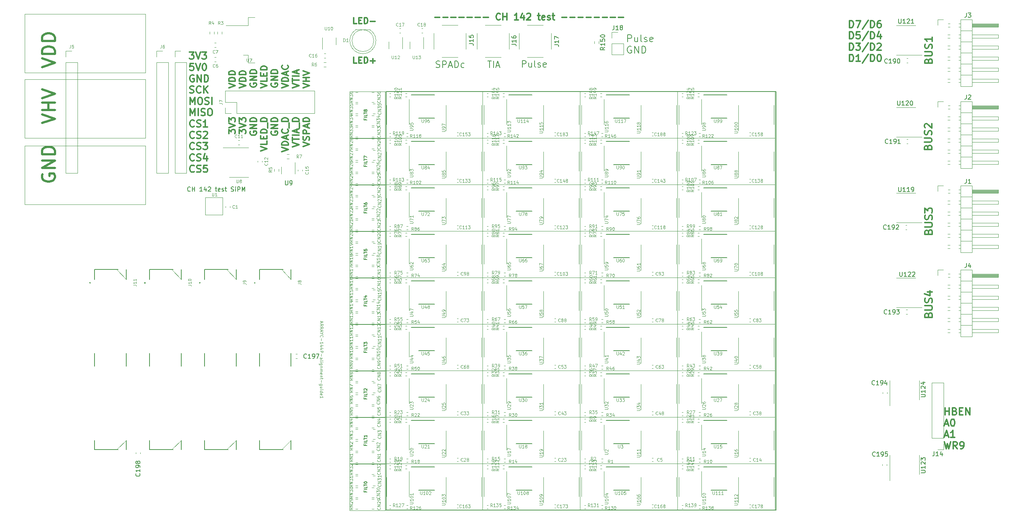
<source format=gbr>
%TF.GenerationSoftware,KiCad,Pcbnew,7.0.1*%
%TF.CreationDate,2023-04-05T17:43:42-07:00*%
%TF.ProjectId,VRSPAD-144,56525350-4144-42d3-9134-342e6b696361,rev?*%
%TF.SameCoordinates,Original*%
%TF.FileFunction,Legend,Top*%
%TF.FilePolarity,Positive*%
%FSLAX46Y46*%
G04 Gerber Fmt 4.6, Leading zero omitted, Abs format (unit mm)*
G04 Created by KiCad (PCBNEW 7.0.1) date 2023-04-05 17:43:42*
%MOMM*%
%LPD*%
G01*
G04 APERTURE LIST*
%ADD10C,0.150000*%
%ADD11C,0.300000*%
%ADD12C,0.500000*%
%ADD13C,0.100000*%
%ADD14C,0.120000*%
%ADD15C,0.200000*%
G04 APERTURE END LIST*
D10*
X80010000Y107689000D02*
X169418000Y107689000D01*
X169418000Y11684000D01*
X80010000Y11684000D01*
X80010000Y107689000D01*
D11*
X204387477Y56470428D02*
X204468429Y56713285D01*
X204468429Y56713285D02*
X204549381Y56794238D01*
X204549381Y56794238D02*
X204711286Y56875190D01*
X204711286Y56875190D02*
X204954143Y56875190D01*
X204954143Y56875190D02*
X205116048Y56794238D01*
X205116048Y56794238D02*
X205197001Y56713285D01*
X205197001Y56713285D02*
X205277953Y56551380D01*
X205277953Y56551380D02*
X205277953Y55903761D01*
X205277953Y55903761D02*
X203577953Y55903761D01*
X203577953Y55903761D02*
X203577953Y56470428D01*
X203577953Y56470428D02*
X203658905Y56632333D01*
X203658905Y56632333D02*
X203739858Y56713285D01*
X203739858Y56713285D02*
X203901762Y56794238D01*
X203901762Y56794238D02*
X204063667Y56794238D01*
X204063667Y56794238D02*
X204225572Y56713285D01*
X204225572Y56713285D02*
X204306524Y56632333D01*
X204306524Y56632333D02*
X204387477Y56470428D01*
X204387477Y56470428D02*
X204387477Y55903761D01*
X203577953Y57603761D02*
X204954143Y57603761D01*
X204954143Y57603761D02*
X205116048Y57684714D01*
X205116048Y57684714D02*
X205197001Y57765666D01*
X205197001Y57765666D02*
X205277953Y57927571D01*
X205277953Y57927571D02*
X205277953Y58251380D01*
X205277953Y58251380D02*
X205197001Y58413285D01*
X205197001Y58413285D02*
X205116048Y58494238D01*
X205116048Y58494238D02*
X204954143Y58575190D01*
X204954143Y58575190D02*
X203577953Y58575190D01*
X205197001Y59303761D02*
X205277953Y59546618D01*
X205277953Y59546618D02*
X205277953Y59951380D01*
X205277953Y59951380D02*
X205197001Y60113285D01*
X205197001Y60113285D02*
X205116048Y60194237D01*
X205116048Y60194237D02*
X204954143Y60275190D01*
X204954143Y60275190D02*
X204792239Y60275190D01*
X204792239Y60275190D02*
X204630334Y60194237D01*
X204630334Y60194237D02*
X204549381Y60113285D01*
X204549381Y60113285D02*
X204468429Y59951380D01*
X204468429Y59951380D02*
X204387477Y59627571D01*
X204387477Y59627571D02*
X204306524Y59465666D01*
X204306524Y59465666D02*
X204225572Y59384713D01*
X204225572Y59384713D02*
X204063667Y59303761D01*
X204063667Y59303761D02*
X203901762Y59303761D01*
X203901762Y59303761D02*
X203739858Y59384713D01*
X203739858Y59384713D02*
X203658905Y59465666D01*
X203658905Y59465666D02*
X203577953Y59627571D01*
X203577953Y59627571D02*
X203577953Y60032332D01*
X203577953Y60032332D02*
X203658905Y60275190D01*
X204144620Y61732333D02*
X205277953Y61732333D01*
X203497001Y61327571D02*
X204711286Y60922809D01*
X204711286Y60922809D02*
X204711286Y61975190D01*
X186308952Y122398809D02*
X186308952Y123998809D01*
X186308952Y123998809D02*
X186689904Y123998809D01*
X186689904Y123998809D02*
X186918476Y123922619D01*
X186918476Y123922619D02*
X187070857Y123770238D01*
X187070857Y123770238D02*
X187147047Y123617857D01*
X187147047Y123617857D02*
X187223238Y123313095D01*
X187223238Y123313095D02*
X187223238Y123084523D01*
X187223238Y123084523D02*
X187147047Y122779761D01*
X187147047Y122779761D02*
X187070857Y122627380D01*
X187070857Y122627380D02*
X186918476Y122475000D01*
X186918476Y122475000D02*
X186689904Y122398809D01*
X186689904Y122398809D02*
X186308952Y122398809D01*
X187756571Y123998809D02*
X188823238Y123998809D01*
X188823238Y123998809D02*
X188137523Y122398809D01*
X190575619Y124075000D02*
X189204190Y122017857D01*
X191108952Y122398809D02*
X191108952Y123998809D01*
X191108952Y123998809D02*
X191489904Y123998809D01*
X191489904Y123998809D02*
X191718476Y123922619D01*
X191718476Y123922619D02*
X191870857Y123770238D01*
X191870857Y123770238D02*
X191947047Y123617857D01*
X191947047Y123617857D02*
X192023238Y123313095D01*
X192023238Y123313095D02*
X192023238Y123084523D01*
X192023238Y123084523D02*
X191947047Y122779761D01*
X191947047Y122779761D02*
X191870857Y122627380D01*
X191870857Y122627380D02*
X191718476Y122475000D01*
X191718476Y122475000D02*
X191489904Y122398809D01*
X191489904Y122398809D02*
X191108952Y122398809D01*
X193394666Y123998809D02*
X193089904Y123998809D01*
X193089904Y123998809D02*
X192937523Y123922619D01*
X192937523Y123922619D02*
X192861333Y123846428D01*
X192861333Y123846428D02*
X192708952Y123617857D01*
X192708952Y123617857D02*
X192632761Y123313095D01*
X192632761Y123313095D02*
X192632761Y122703571D01*
X192632761Y122703571D02*
X192708952Y122551190D01*
X192708952Y122551190D02*
X192785142Y122475000D01*
X192785142Y122475000D02*
X192937523Y122398809D01*
X192937523Y122398809D02*
X193242285Y122398809D01*
X193242285Y122398809D02*
X193394666Y122475000D01*
X193394666Y122475000D02*
X193470857Y122551190D01*
X193470857Y122551190D02*
X193547047Y122703571D01*
X193547047Y122703571D02*
X193547047Y123084523D01*
X193547047Y123084523D02*
X193470857Y123236904D01*
X193470857Y123236904D02*
X193394666Y123313095D01*
X193394666Y123313095D02*
X193242285Y123389285D01*
X193242285Y123389285D02*
X192937523Y123389285D01*
X192937523Y123389285D02*
X192785142Y123313095D01*
X192785142Y123313095D02*
X192708952Y123236904D01*
X192708952Y123236904D02*
X192632761Y123084523D01*
X186308952Y119806809D02*
X186308952Y121406809D01*
X186308952Y121406809D02*
X186689904Y121406809D01*
X186689904Y121406809D02*
X186918476Y121330619D01*
X186918476Y121330619D02*
X187070857Y121178238D01*
X187070857Y121178238D02*
X187147047Y121025857D01*
X187147047Y121025857D02*
X187223238Y120721095D01*
X187223238Y120721095D02*
X187223238Y120492523D01*
X187223238Y120492523D02*
X187147047Y120187761D01*
X187147047Y120187761D02*
X187070857Y120035380D01*
X187070857Y120035380D02*
X186918476Y119883000D01*
X186918476Y119883000D02*
X186689904Y119806809D01*
X186689904Y119806809D02*
X186308952Y119806809D01*
X188670857Y121406809D02*
X187908952Y121406809D01*
X187908952Y121406809D02*
X187832761Y120644904D01*
X187832761Y120644904D02*
X187908952Y120721095D01*
X187908952Y120721095D02*
X188061333Y120797285D01*
X188061333Y120797285D02*
X188442285Y120797285D01*
X188442285Y120797285D02*
X188594666Y120721095D01*
X188594666Y120721095D02*
X188670857Y120644904D01*
X188670857Y120644904D02*
X188747047Y120492523D01*
X188747047Y120492523D02*
X188747047Y120111571D01*
X188747047Y120111571D02*
X188670857Y119959190D01*
X188670857Y119959190D02*
X188594666Y119883000D01*
X188594666Y119883000D02*
X188442285Y119806809D01*
X188442285Y119806809D02*
X188061333Y119806809D01*
X188061333Y119806809D02*
X187908952Y119883000D01*
X187908952Y119883000D02*
X187832761Y119959190D01*
X190575619Y121483000D02*
X189204190Y119425857D01*
X191108952Y119806809D02*
X191108952Y121406809D01*
X191108952Y121406809D02*
X191489904Y121406809D01*
X191489904Y121406809D02*
X191718476Y121330619D01*
X191718476Y121330619D02*
X191870857Y121178238D01*
X191870857Y121178238D02*
X191947047Y121025857D01*
X191947047Y121025857D02*
X192023238Y120721095D01*
X192023238Y120721095D02*
X192023238Y120492523D01*
X192023238Y120492523D02*
X191947047Y120187761D01*
X191947047Y120187761D02*
X191870857Y120035380D01*
X191870857Y120035380D02*
X191718476Y119883000D01*
X191718476Y119883000D02*
X191489904Y119806809D01*
X191489904Y119806809D02*
X191108952Y119806809D01*
X193394666Y120873476D02*
X193394666Y119806809D01*
X193013714Y121483000D02*
X192632761Y120340142D01*
X192632761Y120340142D02*
X193623238Y120340142D01*
X186308952Y117214809D02*
X186308952Y118814809D01*
X186308952Y118814809D02*
X186689904Y118814809D01*
X186689904Y118814809D02*
X186918476Y118738619D01*
X186918476Y118738619D02*
X187070857Y118586238D01*
X187070857Y118586238D02*
X187147047Y118433857D01*
X187147047Y118433857D02*
X187223238Y118129095D01*
X187223238Y118129095D02*
X187223238Y117900523D01*
X187223238Y117900523D02*
X187147047Y117595761D01*
X187147047Y117595761D02*
X187070857Y117443380D01*
X187070857Y117443380D02*
X186918476Y117291000D01*
X186918476Y117291000D02*
X186689904Y117214809D01*
X186689904Y117214809D02*
X186308952Y117214809D01*
X187756571Y118814809D02*
X188747047Y118814809D01*
X188747047Y118814809D02*
X188213714Y118205285D01*
X188213714Y118205285D02*
X188442285Y118205285D01*
X188442285Y118205285D02*
X188594666Y118129095D01*
X188594666Y118129095D02*
X188670857Y118052904D01*
X188670857Y118052904D02*
X188747047Y117900523D01*
X188747047Y117900523D02*
X188747047Y117519571D01*
X188747047Y117519571D02*
X188670857Y117367190D01*
X188670857Y117367190D02*
X188594666Y117291000D01*
X188594666Y117291000D02*
X188442285Y117214809D01*
X188442285Y117214809D02*
X187985142Y117214809D01*
X187985142Y117214809D02*
X187832761Y117291000D01*
X187832761Y117291000D02*
X187756571Y117367190D01*
X190575619Y118891000D02*
X189204190Y116833857D01*
X191108952Y117214809D02*
X191108952Y118814809D01*
X191108952Y118814809D02*
X191489904Y118814809D01*
X191489904Y118814809D02*
X191718476Y118738619D01*
X191718476Y118738619D02*
X191870857Y118586238D01*
X191870857Y118586238D02*
X191947047Y118433857D01*
X191947047Y118433857D02*
X192023238Y118129095D01*
X192023238Y118129095D02*
X192023238Y117900523D01*
X192023238Y117900523D02*
X191947047Y117595761D01*
X191947047Y117595761D02*
X191870857Y117443380D01*
X191870857Y117443380D02*
X191718476Y117291000D01*
X191718476Y117291000D02*
X191489904Y117214809D01*
X191489904Y117214809D02*
X191108952Y117214809D01*
X192632761Y118662428D02*
X192708952Y118738619D01*
X192708952Y118738619D02*
X192861333Y118814809D01*
X192861333Y118814809D02*
X193242285Y118814809D01*
X193242285Y118814809D02*
X193394666Y118738619D01*
X193394666Y118738619D02*
X193470857Y118662428D01*
X193470857Y118662428D02*
X193547047Y118510047D01*
X193547047Y118510047D02*
X193547047Y118357666D01*
X193547047Y118357666D02*
X193470857Y118129095D01*
X193470857Y118129095D02*
X192556571Y117214809D01*
X192556571Y117214809D02*
X193547047Y117214809D01*
X186308952Y114622809D02*
X186308952Y116222809D01*
X186308952Y116222809D02*
X186689904Y116222809D01*
X186689904Y116222809D02*
X186918476Y116146619D01*
X186918476Y116146619D02*
X187070857Y115994238D01*
X187070857Y115994238D02*
X187147047Y115841857D01*
X187147047Y115841857D02*
X187223238Y115537095D01*
X187223238Y115537095D02*
X187223238Y115308523D01*
X187223238Y115308523D02*
X187147047Y115003761D01*
X187147047Y115003761D02*
X187070857Y114851380D01*
X187070857Y114851380D02*
X186918476Y114699000D01*
X186918476Y114699000D02*
X186689904Y114622809D01*
X186689904Y114622809D02*
X186308952Y114622809D01*
X188747047Y114622809D02*
X187832761Y114622809D01*
X188289904Y114622809D02*
X188289904Y116222809D01*
X188289904Y116222809D02*
X188137523Y115994238D01*
X188137523Y115994238D02*
X187985142Y115841857D01*
X187985142Y115841857D02*
X187832761Y115765666D01*
X190575619Y116299000D02*
X189204190Y114241857D01*
X191108952Y114622809D02*
X191108952Y116222809D01*
X191108952Y116222809D02*
X191489904Y116222809D01*
X191489904Y116222809D02*
X191718476Y116146619D01*
X191718476Y116146619D02*
X191870857Y115994238D01*
X191870857Y115994238D02*
X191947047Y115841857D01*
X191947047Y115841857D02*
X192023238Y115537095D01*
X192023238Y115537095D02*
X192023238Y115308523D01*
X192023238Y115308523D02*
X191947047Y115003761D01*
X191947047Y115003761D02*
X191870857Y114851380D01*
X191870857Y114851380D02*
X191718476Y114699000D01*
X191718476Y114699000D02*
X191489904Y114622809D01*
X191489904Y114622809D02*
X191108952Y114622809D01*
X193013714Y116222809D02*
X193166095Y116222809D01*
X193166095Y116222809D02*
X193318476Y116146619D01*
X193318476Y116146619D02*
X193394666Y116070428D01*
X193394666Y116070428D02*
X193470857Y115918047D01*
X193470857Y115918047D02*
X193547047Y115613285D01*
X193547047Y115613285D02*
X193547047Y115232333D01*
X193547047Y115232333D02*
X193470857Y114927571D01*
X193470857Y114927571D02*
X193394666Y114775190D01*
X193394666Y114775190D02*
X193318476Y114699000D01*
X193318476Y114699000D02*
X193166095Y114622809D01*
X193166095Y114622809D02*
X193013714Y114622809D01*
X193013714Y114622809D02*
X192861333Y114699000D01*
X192861333Y114699000D02*
X192785142Y114775190D01*
X192785142Y114775190D02*
X192708952Y114927571D01*
X192708952Y114927571D02*
X192632761Y115232333D01*
X192632761Y115232333D02*
X192632761Y115613285D01*
X192632761Y115613285D02*
X192708952Y115918047D01*
X192708952Y115918047D02*
X192785142Y116070428D01*
X192785142Y116070428D02*
X192861333Y116146619D01*
X192861333Y116146619D02*
X193013714Y116222809D01*
X204260477Y94951428D02*
X204341429Y95194285D01*
X204341429Y95194285D02*
X204422381Y95275238D01*
X204422381Y95275238D02*
X204584286Y95356190D01*
X204584286Y95356190D02*
X204827143Y95356190D01*
X204827143Y95356190D02*
X204989048Y95275238D01*
X204989048Y95275238D02*
X205070001Y95194285D01*
X205070001Y95194285D02*
X205150953Y95032380D01*
X205150953Y95032380D02*
X205150953Y94384761D01*
X205150953Y94384761D02*
X203450953Y94384761D01*
X203450953Y94384761D02*
X203450953Y94951428D01*
X203450953Y94951428D02*
X203531905Y95113333D01*
X203531905Y95113333D02*
X203612858Y95194285D01*
X203612858Y95194285D02*
X203774762Y95275238D01*
X203774762Y95275238D02*
X203936667Y95275238D01*
X203936667Y95275238D02*
X204098572Y95194285D01*
X204098572Y95194285D02*
X204179524Y95113333D01*
X204179524Y95113333D02*
X204260477Y94951428D01*
X204260477Y94951428D02*
X204260477Y94384761D01*
X203450953Y96084761D02*
X204827143Y96084761D01*
X204827143Y96084761D02*
X204989048Y96165714D01*
X204989048Y96165714D02*
X205070001Y96246666D01*
X205070001Y96246666D02*
X205150953Y96408571D01*
X205150953Y96408571D02*
X205150953Y96732380D01*
X205150953Y96732380D02*
X205070001Y96894285D01*
X205070001Y96894285D02*
X204989048Y96975238D01*
X204989048Y96975238D02*
X204827143Y97056190D01*
X204827143Y97056190D02*
X203450953Y97056190D01*
X205070001Y97784761D02*
X205150953Y98027618D01*
X205150953Y98027618D02*
X205150953Y98432380D01*
X205150953Y98432380D02*
X205070001Y98594285D01*
X205070001Y98594285D02*
X204989048Y98675237D01*
X204989048Y98675237D02*
X204827143Y98756190D01*
X204827143Y98756190D02*
X204665239Y98756190D01*
X204665239Y98756190D02*
X204503334Y98675237D01*
X204503334Y98675237D02*
X204422381Y98594285D01*
X204422381Y98594285D02*
X204341429Y98432380D01*
X204341429Y98432380D02*
X204260477Y98108571D01*
X204260477Y98108571D02*
X204179524Y97946666D01*
X204179524Y97946666D02*
X204098572Y97865713D01*
X204098572Y97865713D02*
X203936667Y97784761D01*
X203936667Y97784761D02*
X203774762Y97784761D01*
X203774762Y97784761D02*
X203612858Y97865713D01*
X203612858Y97865713D02*
X203531905Y97946666D01*
X203531905Y97946666D02*
X203450953Y98108571D01*
X203450953Y98108571D02*
X203450953Y98513332D01*
X203450953Y98513332D02*
X203531905Y98756190D01*
X203612858Y99403809D02*
X203531905Y99484761D01*
X203531905Y99484761D02*
X203450953Y99646666D01*
X203450953Y99646666D02*
X203450953Y100051428D01*
X203450953Y100051428D02*
X203531905Y100213333D01*
X203531905Y100213333D02*
X203612858Y100294285D01*
X203612858Y100294285D02*
X203774762Y100375238D01*
X203774762Y100375238D02*
X203936667Y100375238D01*
X203936667Y100375238D02*
X204179524Y100294285D01*
X204179524Y100294285D02*
X205150953Y99322857D01*
X205150953Y99322857D02*
X205150953Y100375238D01*
D10*
X111228142Y113340571D02*
X111228142Y114840571D01*
X111228142Y114840571D02*
X111799571Y114840571D01*
X111799571Y114840571D02*
X111942428Y114769142D01*
X111942428Y114769142D02*
X112013857Y114697714D01*
X112013857Y114697714D02*
X112085285Y114554857D01*
X112085285Y114554857D02*
X112085285Y114340571D01*
X112085285Y114340571D02*
X112013857Y114197714D01*
X112013857Y114197714D02*
X111942428Y114126285D01*
X111942428Y114126285D02*
X111799571Y114054857D01*
X111799571Y114054857D02*
X111228142Y114054857D01*
X113371000Y114340571D02*
X113371000Y113340571D01*
X112728142Y114340571D02*
X112728142Y113554857D01*
X112728142Y113554857D02*
X112799571Y113412000D01*
X112799571Y113412000D02*
X112942428Y113340571D01*
X112942428Y113340571D02*
X113156714Y113340571D01*
X113156714Y113340571D02*
X113299571Y113412000D01*
X113299571Y113412000D02*
X113371000Y113483428D01*
X114299571Y113340571D02*
X114156714Y113412000D01*
X114156714Y113412000D02*
X114085285Y113554857D01*
X114085285Y113554857D02*
X114085285Y114840571D01*
X114799571Y113412000D02*
X114942428Y113340571D01*
X114942428Y113340571D02*
X115228142Y113340571D01*
X115228142Y113340571D02*
X115370999Y113412000D01*
X115370999Y113412000D02*
X115442428Y113554857D01*
X115442428Y113554857D02*
X115442428Y113626285D01*
X115442428Y113626285D02*
X115370999Y113769142D01*
X115370999Y113769142D02*
X115228142Y113840571D01*
X115228142Y113840571D02*
X115013857Y113840571D01*
X115013857Y113840571D02*
X114870999Y113912000D01*
X114870999Y113912000D02*
X114799571Y114054857D01*
X114799571Y114054857D02*
X114799571Y114126285D01*
X114799571Y114126285D02*
X114870999Y114269142D01*
X114870999Y114269142D02*
X115013857Y114340571D01*
X115013857Y114340571D02*
X115228142Y114340571D01*
X115228142Y114340571D02*
X115370999Y114269142D01*
X116656714Y113412000D02*
X116513857Y113340571D01*
X116513857Y113340571D02*
X116228143Y113340571D01*
X116228143Y113340571D02*
X116085285Y113412000D01*
X116085285Y113412000D02*
X116013857Y113554857D01*
X116013857Y113554857D02*
X116013857Y114126285D01*
X116013857Y114126285D02*
X116085285Y114269142D01*
X116085285Y114269142D02*
X116228143Y114340571D01*
X116228143Y114340571D02*
X116513857Y114340571D01*
X116513857Y114340571D02*
X116656714Y114269142D01*
X116656714Y114269142D02*
X116728143Y114126285D01*
X116728143Y114126285D02*
X116728143Y113983428D01*
X116728143Y113983428D02*
X116013857Y113840571D01*
D11*
X43917428Y108600857D02*
X45417428Y109100857D01*
X45417428Y109100857D02*
X43917428Y109600857D01*
X45417428Y110100856D02*
X43917428Y110100856D01*
X43917428Y110100856D02*
X43917428Y110457999D01*
X43917428Y110457999D02*
X43988857Y110672285D01*
X43988857Y110672285D02*
X44131714Y110815142D01*
X44131714Y110815142D02*
X44274571Y110886571D01*
X44274571Y110886571D02*
X44560285Y110957999D01*
X44560285Y110957999D02*
X44774571Y110957999D01*
X44774571Y110957999D02*
X45060285Y110886571D01*
X45060285Y110886571D02*
X45203142Y110815142D01*
X45203142Y110815142D02*
X45346000Y110672285D01*
X45346000Y110672285D02*
X45417428Y110457999D01*
X45417428Y110457999D02*
X45417428Y110100856D01*
X45417428Y111600856D02*
X43917428Y111600856D01*
X43917428Y111600856D02*
X43917428Y111957999D01*
X43917428Y111957999D02*
X43988857Y112172285D01*
X43988857Y112172285D02*
X44131714Y112315142D01*
X44131714Y112315142D02*
X44274571Y112386571D01*
X44274571Y112386571D02*
X44560285Y112457999D01*
X44560285Y112457999D02*
X44774571Y112457999D01*
X44774571Y112457999D02*
X45060285Y112386571D01*
X45060285Y112386571D02*
X45203142Y112315142D01*
X45203142Y112315142D02*
X45346000Y112172285D01*
X45346000Y112172285D02*
X45417428Y111957999D01*
X45417428Y111957999D02*
X45417428Y111600856D01*
X46347428Y108600857D02*
X47847428Y109100857D01*
X47847428Y109100857D02*
X46347428Y109600857D01*
X47847428Y110100856D02*
X46347428Y110100856D01*
X46347428Y110100856D02*
X46347428Y110457999D01*
X46347428Y110457999D02*
X46418857Y110672285D01*
X46418857Y110672285D02*
X46561714Y110815142D01*
X46561714Y110815142D02*
X46704571Y110886571D01*
X46704571Y110886571D02*
X46990285Y110957999D01*
X46990285Y110957999D02*
X47204571Y110957999D01*
X47204571Y110957999D02*
X47490285Y110886571D01*
X47490285Y110886571D02*
X47633142Y110815142D01*
X47633142Y110815142D02*
X47776000Y110672285D01*
X47776000Y110672285D02*
X47847428Y110457999D01*
X47847428Y110457999D02*
X47847428Y110100856D01*
X47847428Y111600856D02*
X46347428Y111600856D01*
X46347428Y111600856D02*
X46347428Y111957999D01*
X46347428Y111957999D02*
X46418857Y112172285D01*
X46418857Y112172285D02*
X46561714Y112315142D01*
X46561714Y112315142D02*
X46704571Y112386571D01*
X46704571Y112386571D02*
X46990285Y112457999D01*
X46990285Y112457999D02*
X47204571Y112457999D01*
X47204571Y112457999D02*
X47490285Y112386571D01*
X47490285Y112386571D02*
X47633142Y112315142D01*
X47633142Y112315142D02*
X47776000Y112172285D01*
X47776000Y112172285D02*
X47847428Y111957999D01*
X47847428Y111957999D02*
X47847428Y111600856D01*
X48848857Y109600857D02*
X48777428Y109458000D01*
X48777428Y109458000D02*
X48777428Y109243714D01*
X48777428Y109243714D02*
X48848857Y109029428D01*
X48848857Y109029428D02*
X48991714Y108886571D01*
X48991714Y108886571D02*
X49134571Y108815142D01*
X49134571Y108815142D02*
X49420285Y108743714D01*
X49420285Y108743714D02*
X49634571Y108743714D01*
X49634571Y108743714D02*
X49920285Y108815142D01*
X49920285Y108815142D02*
X50063142Y108886571D01*
X50063142Y108886571D02*
X50206000Y109029428D01*
X50206000Y109029428D02*
X50277428Y109243714D01*
X50277428Y109243714D02*
X50277428Y109386571D01*
X50277428Y109386571D02*
X50206000Y109600857D01*
X50206000Y109600857D02*
X50134571Y109672285D01*
X50134571Y109672285D02*
X49634571Y109672285D01*
X49634571Y109672285D02*
X49634571Y109386571D01*
X50277428Y110315142D02*
X48777428Y110315142D01*
X48777428Y110315142D02*
X50277428Y111172285D01*
X50277428Y111172285D02*
X48777428Y111172285D01*
X50277428Y111886571D02*
X48777428Y111886571D01*
X48777428Y111886571D02*
X48777428Y112243714D01*
X48777428Y112243714D02*
X48848857Y112458000D01*
X48848857Y112458000D02*
X48991714Y112600857D01*
X48991714Y112600857D02*
X49134571Y112672286D01*
X49134571Y112672286D02*
X49420285Y112743714D01*
X49420285Y112743714D02*
X49634571Y112743714D01*
X49634571Y112743714D02*
X49920285Y112672286D01*
X49920285Y112672286D02*
X50063142Y112600857D01*
X50063142Y112600857D02*
X50206000Y112458000D01*
X50206000Y112458000D02*
X50277428Y112243714D01*
X50277428Y112243714D02*
X50277428Y111886571D01*
X51207428Y108600857D02*
X52707428Y109100857D01*
X52707428Y109100857D02*
X51207428Y109600857D01*
X52707428Y110815142D02*
X52707428Y110100856D01*
X52707428Y110100856D02*
X51207428Y110100856D01*
X51921714Y111315142D02*
X51921714Y111815142D01*
X52707428Y112029428D02*
X52707428Y111315142D01*
X52707428Y111315142D02*
X51207428Y111315142D01*
X51207428Y111315142D02*
X51207428Y112029428D01*
X52707428Y112672285D02*
X51207428Y112672285D01*
X51207428Y112672285D02*
X51207428Y113029428D01*
X51207428Y113029428D02*
X51278857Y113243714D01*
X51278857Y113243714D02*
X51421714Y113386571D01*
X51421714Y113386571D02*
X51564571Y113458000D01*
X51564571Y113458000D02*
X51850285Y113529428D01*
X51850285Y113529428D02*
X52064571Y113529428D01*
X52064571Y113529428D02*
X52350285Y113458000D01*
X52350285Y113458000D02*
X52493142Y113386571D01*
X52493142Y113386571D02*
X52636000Y113243714D01*
X52636000Y113243714D02*
X52707428Y113029428D01*
X52707428Y113029428D02*
X52707428Y112672285D01*
X53708857Y109600857D02*
X53637428Y109458000D01*
X53637428Y109458000D02*
X53637428Y109243714D01*
X53637428Y109243714D02*
X53708857Y109029428D01*
X53708857Y109029428D02*
X53851714Y108886571D01*
X53851714Y108886571D02*
X53994571Y108815142D01*
X53994571Y108815142D02*
X54280285Y108743714D01*
X54280285Y108743714D02*
X54494571Y108743714D01*
X54494571Y108743714D02*
X54780285Y108815142D01*
X54780285Y108815142D02*
X54923142Y108886571D01*
X54923142Y108886571D02*
X55066000Y109029428D01*
X55066000Y109029428D02*
X55137428Y109243714D01*
X55137428Y109243714D02*
X55137428Y109386571D01*
X55137428Y109386571D02*
X55066000Y109600857D01*
X55066000Y109600857D02*
X54994571Y109672285D01*
X54994571Y109672285D02*
X54494571Y109672285D01*
X54494571Y109672285D02*
X54494571Y109386571D01*
X55137428Y110315142D02*
X53637428Y110315142D01*
X53637428Y110315142D02*
X55137428Y111172285D01*
X55137428Y111172285D02*
X53637428Y111172285D01*
X55137428Y111886571D02*
X53637428Y111886571D01*
X53637428Y111886571D02*
X53637428Y112243714D01*
X53637428Y112243714D02*
X53708857Y112458000D01*
X53708857Y112458000D02*
X53851714Y112600857D01*
X53851714Y112600857D02*
X53994571Y112672286D01*
X53994571Y112672286D02*
X54280285Y112743714D01*
X54280285Y112743714D02*
X54494571Y112743714D01*
X54494571Y112743714D02*
X54780285Y112672286D01*
X54780285Y112672286D02*
X54923142Y112600857D01*
X54923142Y112600857D02*
X55066000Y112458000D01*
X55066000Y112458000D02*
X55137428Y112243714D01*
X55137428Y112243714D02*
X55137428Y111886571D01*
X56067428Y108600857D02*
X57567428Y109100857D01*
X57567428Y109100857D02*
X56067428Y109600857D01*
X57567428Y110100856D02*
X56067428Y110100856D01*
X56067428Y110100856D02*
X56067428Y110457999D01*
X56067428Y110457999D02*
X56138857Y110672285D01*
X56138857Y110672285D02*
X56281714Y110815142D01*
X56281714Y110815142D02*
X56424571Y110886571D01*
X56424571Y110886571D02*
X56710285Y110957999D01*
X56710285Y110957999D02*
X56924571Y110957999D01*
X56924571Y110957999D02*
X57210285Y110886571D01*
X57210285Y110886571D02*
X57353142Y110815142D01*
X57353142Y110815142D02*
X57496000Y110672285D01*
X57496000Y110672285D02*
X57567428Y110457999D01*
X57567428Y110457999D02*
X57567428Y110100856D01*
X57138857Y111529428D02*
X57138857Y112243714D01*
X57567428Y111386571D02*
X56067428Y111886571D01*
X56067428Y111886571D02*
X57567428Y112386571D01*
X57424571Y113743713D02*
X57496000Y113672285D01*
X57496000Y113672285D02*
X57567428Y113457999D01*
X57567428Y113457999D02*
X57567428Y113315142D01*
X57567428Y113315142D02*
X57496000Y113100856D01*
X57496000Y113100856D02*
X57353142Y112957999D01*
X57353142Y112957999D02*
X57210285Y112886570D01*
X57210285Y112886570D02*
X56924571Y112815142D01*
X56924571Y112815142D02*
X56710285Y112815142D01*
X56710285Y112815142D02*
X56424571Y112886570D01*
X56424571Y112886570D02*
X56281714Y112957999D01*
X56281714Y112957999D02*
X56138857Y113100856D01*
X56138857Y113100856D02*
X56067428Y113315142D01*
X56067428Y113315142D02*
X56067428Y113457999D01*
X56067428Y113457999D02*
X56138857Y113672285D01*
X56138857Y113672285D02*
X56210285Y113743713D01*
X58497428Y108600857D02*
X59997428Y109100857D01*
X59997428Y109100857D02*
X58497428Y109600857D01*
X58497428Y109886571D02*
X58497428Y110743714D01*
X59997428Y110315142D02*
X58497428Y110315142D01*
X59997428Y111243713D02*
X58497428Y111243713D01*
X59568857Y111886571D02*
X59568857Y112600857D01*
X59997428Y111743714D02*
X58497428Y112243714D01*
X58497428Y112243714D02*
X59997428Y112743714D01*
X60927428Y108600857D02*
X62427428Y109100857D01*
X62427428Y109100857D02*
X60927428Y109600857D01*
X62427428Y110100856D02*
X60927428Y110100856D01*
X61641714Y110100856D02*
X61641714Y110957999D01*
X62427428Y110957999D02*
X60927428Y110957999D01*
X60927428Y111458000D02*
X62427428Y111958000D01*
X62427428Y111958000D02*
X60927428Y112458000D01*
X204387477Y114763428D02*
X204468429Y115006285D01*
X204468429Y115006285D02*
X204549381Y115087238D01*
X204549381Y115087238D02*
X204711286Y115168190D01*
X204711286Y115168190D02*
X204954143Y115168190D01*
X204954143Y115168190D02*
X205116048Y115087238D01*
X205116048Y115087238D02*
X205197001Y115006285D01*
X205197001Y115006285D02*
X205277953Y114844380D01*
X205277953Y114844380D02*
X205277953Y114196761D01*
X205277953Y114196761D02*
X203577953Y114196761D01*
X203577953Y114196761D02*
X203577953Y114763428D01*
X203577953Y114763428D02*
X203658905Y114925333D01*
X203658905Y114925333D02*
X203739858Y115006285D01*
X203739858Y115006285D02*
X203901762Y115087238D01*
X203901762Y115087238D02*
X204063667Y115087238D01*
X204063667Y115087238D02*
X204225572Y115006285D01*
X204225572Y115006285D02*
X204306524Y114925333D01*
X204306524Y114925333D02*
X204387477Y114763428D01*
X204387477Y114763428D02*
X204387477Y114196761D01*
X203577953Y115896761D02*
X204954143Y115896761D01*
X204954143Y115896761D02*
X205116048Y115977714D01*
X205116048Y115977714D02*
X205197001Y116058666D01*
X205197001Y116058666D02*
X205277953Y116220571D01*
X205277953Y116220571D02*
X205277953Y116544380D01*
X205277953Y116544380D02*
X205197001Y116706285D01*
X205197001Y116706285D02*
X205116048Y116787238D01*
X205116048Y116787238D02*
X204954143Y116868190D01*
X204954143Y116868190D02*
X203577953Y116868190D01*
X205197001Y117596761D02*
X205277953Y117839618D01*
X205277953Y117839618D02*
X205277953Y118244380D01*
X205277953Y118244380D02*
X205197001Y118406285D01*
X205197001Y118406285D02*
X205116048Y118487237D01*
X205116048Y118487237D02*
X204954143Y118568190D01*
X204954143Y118568190D02*
X204792239Y118568190D01*
X204792239Y118568190D02*
X204630334Y118487237D01*
X204630334Y118487237D02*
X204549381Y118406285D01*
X204549381Y118406285D02*
X204468429Y118244380D01*
X204468429Y118244380D02*
X204387477Y117920571D01*
X204387477Y117920571D02*
X204306524Y117758666D01*
X204306524Y117758666D02*
X204225572Y117677713D01*
X204225572Y117677713D02*
X204063667Y117596761D01*
X204063667Y117596761D02*
X203901762Y117596761D01*
X203901762Y117596761D02*
X203739858Y117677713D01*
X203739858Y117677713D02*
X203658905Y117758666D01*
X203658905Y117758666D02*
X203577953Y117920571D01*
X203577953Y117920571D02*
X203577953Y118325332D01*
X203577953Y118325332D02*
X203658905Y118568190D01*
X205277953Y120187238D02*
X205277953Y119215809D01*
X205277953Y119701523D02*
X203577953Y119701523D01*
X203577953Y119701523D02*
X203820810Y119539619D01*
X203820810Y119539619D02*
X203982715Y119377714D01*
X203982715Y119377714D02*
X204063667Y119215809D01*
X73263000Y123289333D02*
X72596333Y123289333D01*
X72596333Y123289333D02*
X72596333Y124689333D01*
X73729666Y124022666D02*
X74196333Y124022666D01*
X74396333Y123289333D02*
X73729666Y123289333D01*
X73729666Y123289333D02*
X73729666Y124689333D01*
X73729666Y124689333D02*
X74396333Y124689333D01*
X74996333Y123289333D02*
X74996333Y124689333D01*
X74996333Y124689333D02*
X75329666Y124689333D01*
X75329666Y124689333D02*
X75529666Y124622666D01*
X75529666Y124622666D02*
X75663000Y124489333D01*
X75663000Y124489333D02*
X75729666Y124356000D01*
X75729666Y124356000D02*
X75796333Y124089333D01*
X75796333Y124089333D02*
X75796333Y123889333D01*
X75796333Y123889333D02*
X75729666Y123622666D01*
X75729666Y123622666D02*
X75663000Y123489333D01*
X75663000Y123489333D02*
X75529666Y123356000D01*
X75529666Y123356000D02*
X75329666Y123289333D01*
X75329666Y123289333D02*
X74996333Y123289333D01*
X76396333Y123822666D02*
X77463000Y123822666D01*
X73263000Y114217333D02*
X72596333Y114217333D01*
X72596333Y114217333D02*
X72596333Y115617333D01*
X73729666Y114950666D02*
X74196333Y114950666D01*
X74396333Y114217333D02*
X73729666Y114217333D01*
X73729666Y114217333D02*
X73729666Y115617333D01*
X73729666Y115617333D02*
X74396333Y115617333D01*
X74996333Y114217333D02*
X74996333Y115617333D01*
X74996333Y115617333D02*
X75329666Y115617333D01*
X75329666Y115617333D02*
X75529666Y115550666D01*
X75529666Y115550666D02*
X75663000Y115417333D01*
X75663000Y115417333D02*
X75729666Y115284000D01*
X75729666Y115284000D02*
X75796333Y115017333D01*
X75796333Y115017333D02*
X75796333Y114817333D01*
X75796333Y114817333D02*
X75729666Y114550666D01*
X75729666Y114550666D02*
X75663000Y114417333D01*
X75663000Y114417333D02*
X75529666Y114284000D01*
X75529666Y114284000D02*
X75329666Y114217333D01*
X75329666Y114217333D02*
X74996333Y114217333D01*
X76396333Y114750666D02*
X77463000Y114750666D01*
X76929666Y114217333D02*
X76929666Y115284000D01*
D10*
X35099523Y84926619D02*
X35051904Y84879000D01*
X35051904Y84879000D02*
X34909047Y84831380D01*
X34909047Y84831380D02*
X34813809Y84831380D01*
X34813809Y84831380D02*
X34670952Y84879000D01*
X34670952Y84879000D02*
X34575714Y84974238D01*
X34575714Y84974238D02*
X34528095Y85069476D01*
X34528095Y85069476D02*
X34480476Y85259952D01*
X34480476Y85259952D02*
X34480476Y85402809D01*
X34480476Y85402809D02*
X34528095Y85593285D01*
X34528095Y85593285D02*
X34575714Y85688523D01*
X34575714Y85688523D02*
X34670952Y85783761D01*
X34670952Y85783761D02*
X34813809Y85831380D01*
X34813809Y85831380D02*
X34909047Y85831380D01*
X34909047Y85831380D02*
X35051904Y85783761D01*
X35051904Y85783761D02*
X35099523Y85736142D01*
X35528095Y84831380D02*
X35528095Y85831380D01*
X35528095Y85355190D02*
X36099523Y85355190D01*
X36099523Y84831380D02*
X36099523Y85831380D01*
X37861428Y84831380D02*
X37290000Y84831380D01*
X37575714Y84831380D02*
X37575714Y85831380D01*
X37575714Y85831380D02*
X37480476Y85688523D01*
X37480476Y85688523D02*
X37385238Y85593285D01*
X37385238Y85593285D02*
X37290000Y85545666D01*
X38718571Y85498047D02*
X38718571Y84831380D01*
X38480476Y85879000D02*
X38242381Y85164714D01*
X38242381Y85164714D02*
X38861428Y85164714D01*
X39194762Y85736142D02*
X39242381Y85783761D01*
X39242381Y85783761D02*
X39337619Y85831380D01*
X39337619Y85831380D02*
X39575714Y85831380D01*
X39575714Y85831380D02*
X39670952Y85783761D01*
X39670952Y85783761D02*
X39718571Y85736142D01*
X39718571Y85736142D02*
X39766190Y85640904D01*
X39766190Y85640904D02*
X39766190Y85545666D01*
X39766190Y85545666D02*
X39718571Y85402809D01*
X39718571Y85402809D02*
X39147143Y84831380D01*
X39147143Y84831380D02*
X39766190Y84831380D01*
X40813810Y85498047D02*
X41194762Y85498047D01*
X40956667Y85831380D02*
X40956667Y84974238D01*
X40956667Y84974238D02*
X41004286Y84879000D01*
X41004286Y84879000D02*
X41099524Y84831380D01*
X41099524Y84831380D02*
X41194762Y84831380D01*
X41909048Y84879000D02*
X41813810Y84831380D01*
X41813810Y84831380D02*
X41623334Y84831380D01*
X41623334Y84831380D02*
X41528096Y84879000D01*
X41528096Y84879000D02*
X41480477Y84974238D01*
X41480477Y84974238D02*
X41480477Y85355190D01*
X41480477Y85355190D02*
X41528096Y85450428D01*
X41528096Y85450428D02*
X41623334Y85498047D01*
X41623334Y85498047D02*
X41813810Y85498047D01*
X41813810Y85498047D02*
X41909048Y85450428D01*
X41909048Y85450428D02*
X41956667Y85355190D01*
X41956667Y85355190D02*
X41956667Y85259952D01*
X41956667Y85259952D02*
X41480477Y85164714D01*
X42337620Y84879000D02*
X42432858Y84831380D01*
X42432858Y84831380D02*
X42623334Y84831380D01*
X42623334Y84831380D02*
X42718572Y84879000D01*
X42718572Y84879000D02*
X42766191Y84974238D01*
X42766191Y84974238D02*
X42766191Y85021857D01*
X42766191Y85021857D02*
X42718572Y85117095D01*
X42718572Y85117095D02*
X42623334Y85164714D01*
X42623334Y85164714D02*
X42480477Y85164714D01*
X42480477Y85164714D02*
X42385239Y85212333D01*
X42385239Y85212333D02*
X42337620Y85307571D01*
X42337620Y85307571D02*
X42337620Y85355190D01*
X42337620Y85355190D02*
X42385239Y85450428D01*
X42385239Y85450428D02*
X42480477Y85498047D01*
X42480477Y85498047D02*
X42623334Y85498047D01*
X42623334Y85498047D02*
X42718572Y85450428D01*
X43051906Y85498047D02*
X43432858Y85498047D01*
X43194763Y85831380D02*
X43194763Y84974238D01*
X43194763Y84974238D02*
X43242382Y84879000D01*
X43242382Y84879000D02*
X43337620Y84831380D01*
X43337620Y84831380D02*
X43432858Y84831380D01*
X44480478Y84879000D02*
X44623335Y84831380D01*
X44623335Y84831380D02*
X44861430Y84831380D01*
X44861430Y84831380D02*
X44956668Y84879000D01*
X44956668Y84879000D02*
X45004287Y84926619D01*
X45004287Y84926619D02*
X45051906Y85021857D01*
X45051906Y85021857D02*
X45051906Y85117095D01*
X45051906Y85117095D02*
X45004287Y85212333D01*
X45004287Y85212333D02*
X44956668Y85259952D01*
X44956668Y85259952D02*
X44861430Y85307571D01*
X44861430Y85307571D02*
X44670954Y85355190D01*
X44670954Y85355190D02*
X44575716Y85402809D01*
X44575716Y85402809D02*
X44528097Y85450428D01*
X44528097Y85450428D02*
X44480478Y85545666D01*
X44480478Y85545666D02*
X44480478Y85640904D01*
X44480478Y85640904D02*
X44528097Y85736142D01*
X44528097Y85736142D02*
X44575716Y85783761D01*
X44575716Y85783761D02*
X44670954Y85831380D01*
X44670954Y85831380D02*
X44909049Y85831380D01*
X44909049Y85831380D02*
X45051906Y85783761D01*
X45480478Y84831380D02*
X45480478Y85498047D01*
X45480478Y85831380D02*
X45432859Y85783761D01*
X45432859Y85783761D02*
X45480478Y85736142D01*
X45480478Y85736142D02*
X45528097Y85783761D01*
X45528097Y85783761D02*
X45480478Y85831380D01*
X45480478Y85831380D02*
X45480478Y85736142D01*
X45956668Y84831380D02*
X45956668Y85831380D01*
X45956668Y85831380D02*
X46337620Y85831380D01*
X46337620Y85831380D02*
X46432858Y85783761D01*
X46432858Y85783761D02*
X46480477Y85736142D01*
X46480477Y85736142D02*
X46528096Y85640904D01*
X46528096Y85640904D02*
X46528096Y85498047D01*
X46528096Y85498047D02*
X46480477Y85402809D01*
X46480477Y85402809D02*
X46432858Y85355190D01*
X46432858Y85355190D02*
X46337620Y85307571D01*
X46337620Y85307571D02*
X45956668Y85307571D01*
X46956668Y84831380D02*
X46956668Y85831380D01*
X46956668Y85831380D02*
X47290001Y85117095D01*
X47290001Y85117095D02*
X47623334Y85831380D01*
X47623334Y85831380D02*
X47623334Y84831380D01*
X103266857Y114713571D02*
X104124000Y114713571D01*
X103695428Y113213571D02*
X103695428Y114713571D01*
X104623999Y113213571D02*
X104623999Y114713571D01*
X105266857Y113642142D02*
X105981143Y113642142D01*
X105124000Y113213571D02*
X105624000Y114713571D01*
X105624000Y114713571D02*
X106124000Y113213571D01*
D11*
X91162142Y124707000D02*
X92305000Y124707000D01*
X93019285Y124707000D02*
X94162143Y124707000D01*
X94876428Y124707000D02*
X96019286Y124707000D01*
X96733571Y124707000D02*
X97876429Y124707000D01*
X98590714Y124707000D02*
X99733572Y124707000D01*
X100447857Y124707000D02*
X101590715Y124707000D01*
X102305000Y124707000D02*
X103447858Y124707000D01*
X106162143Y124278428D02*
X106090715Y124207000D01*
X106090715Y124207000D02*
X105876429Y124135571D01*
X105876429Y124135571D02*
X105733572Y124135571D01*
X105733572Y124135571D02*
X105519286Y124207000D01*
X105519286Y124207000D02*
X105376429Y124349857D01*
X105376429Y124349857D02*
X105305000Y124492714D01*
X105305000Y124492714D02*
X105233572Y124778428D01*
X105233572Y124778428D02*
X105233572Y124992714D01*
X105233572Y124992714D02*
X105305000Y125278428D01*
X105305000Y125278428D02*
X105376429Y125421285D01*
X105376429Y125421285D02*
X105519286Y125564142D01*
X105519286Y125564142D02*
X105733572Y125635571D01*
X105733572Y125635571D02*
X105876429Y125635571D01*
X105876429Y125635571D02*
X106090715Y125564142D01*
X106090715Y125564142D02*
X106162143Y125492714D01*
X106805000Y124135571D02*
X106805000Y125635571D01*
X106805000Y124921285D02*
X107662143Y124921285D01*
X107662143Y124135571D02*
X107662143Y125635571D01*
X110305001Y124135571D02*
X109447858Y124135571D01*
X109876429Y124135571D02*
X109876429Y125635571D01*
X109876429Y125635571D02*
X109733572Y125421285D01*
X109733572Y125421285D02*
X109590715Y125278428D01*
X109590715Y125278428D02*
X109447858Y125207000D01*
X111590715Y125135571D02*
X111590715Y124135571D01*
X111233572Y125707000D02*
X110876429Y124635571D01*
X110876429Y124635571D02*
X111805000Y124635571D01*
X112305000Y125492714D02*
X112376428Y125564142D01*
X112376428Y125564142D02*
X112519286Y125635571D01*
X112519286Y125635571D02*
X112876428Y125635571D01*
X112876428Y125635571D02*
X113019286Y125564142D01*
X113019286Y125564142D02*
X113090714Y125492714D01*
X113090714Y125492714D02*
X113162143Y125349857D01*
X113162143Y125349857D02*
X113162143Y125207000D01*
X113162143Y125207000D02*
X113090714Y124992714D01*
X113090714Y124992714D02*
X112233571Y124135571D01*
X112233571Y124135571D02*
X113162143Y124135571D01*
X114733571Y125135571D02*
X115304999Y125135571D01*
X114947856Y125635571D02*
X114947856Y124349857D01*
X114947856Y124349857D02*
X115019285Y124207000D01*
X115019285Y124207000D02*
X115162142Y124135571D01*
X115162142Y124135571D02*
X115304999Y124135571D01*
X116376428Y124207000D02*
X116233571Y124135571D01*
X116233571Y124135571D02*
X115947857Y124135571D01*
X115947857Y124135571D02*
X115804999Y124207000D01*
X115804999Y124207000D02*
X115733571Y124349857D01*
X115733571Y124349857D02*
X115733571Y124921285D01*
X115733571Y124921285D02*
X115804999Y125064142D01*
X115804999Y125064142D02*
X115947857Y125135571D01*
X115947857Y125135571D02*
X116233571Y125135571D01*
X116233571Y125135571D02*
X116376428Y125064142D01*
X116376428Y125064142D02*
X116447857Y124921285D01*
X116447857Y124921285D02*
X116447857Y124778428D01*
X116447857Y124778428D02*
X115733571Y124635571D01*
X117019285Y124207000D02*
X117162142Y124135571D01*
X117162142Y124135571D02*
X117447856Y124135571D01*
X117447856Y124135571D02*
X117590713Y124207000D01*
X117590713Y124207000D02*
X117662142Y124349857D01*
X117662142Y124349857D02*
X117662142Y124421285D01*
X117662142Y124421285D02*
X117590713Y124564142D01*
X117590713Y124564142D02*
X117447856Y124635571D01*
X117447856Y124635571D02*
X117233571Y124635571D01*
X117233571Y124635571D02*
X117090713Y124707000D01*
X117090713Y124707000D02*
X117019285Y124849857D01*
X117019285Y124849857D02*
X117019285Y124921285D01*
X117019285Y124921285D02*
X117090713Y125064142D01*
X117090713Y125064142D02*
X117233571Y125135571D01*
X117233571Y125135571D02*
X117447856Y125135571D01*
X117447856Y125135571D02*
X117590713Y125064142D01*
X118090714Y125135571D02*
X118662142Y125135571D01*
X118304999Y125635571D02*
X118304999Y124349857D01*
X118304999Y124349857D02*
X118376428Y124207000D01*
X118376428Y124207000D02*
X118519285Y124135571D01*
X118519285Y124135571D02*
X118662142Y124135571D01*
X120304999Y124707000D02*
X121447857Y124707000D01*
X122162142Y124707000D02*
X123305000Y124707000D01*
X124019285Y124707000D02*
X125162143Y124707000D01*
X125876428Y124707000D02*
X127019286Y124707000D01*
X127733571Y124707000D02*
X128876429Y124707000D01*
X129590714Y124707000D02*
X130733572Y124707000D01*
X131447857Y124707000D02*
X132590715Y124707000D01*
X133305000Y124707000D02*
X134447858Y124707000D01*
D10*
X135381952Y119119809D02*
X135381952Y120719809D01*
X135381952Y120719809D02*
X135991476Y120719809D01*
X135991476Y120719809D02*
X136143857Y120643619D01*
X136143857Y120643619D02*
X136220047Y120567428D01*
X136220047Y120567428D02*
X136296238Y120415047D01*
X136296238Y120415047D02*
X136296238Y120186476D01*
X136296238Y120186476D02*
X136220047Y120034095D01*
X136220047Y120034095D02*
X136143857Y119957904D01*
X136143857Y119957904D02*
X135991476Y119881714D01*
X135991476Y119881714D02*
X135381952Y119881714D01*
X137667666Y120186476D02*
X137667666Y119119809D01*
X136981952Y120186476D02*
X136981952Y119348380D01*
X136981952Y119348380D02*
X137058142Y119196000D01*
X137058142Y119196000D02*
X137210523Y119119809D01*
X137210523Y119119809D02*
X137439095Y119119809D01*
X137439095Y119119809D02*
X137591476Y119196000D01*
X137591476Y119196000D02*
X137667666Y119272190D01*
X138658142Y119119809D02*
X138505761Y119196000D01*
X138505761Y119196000D02*
X138429571Y119348380D01*
X138429571Y119348380D02*
X138429571Y120719809D01*
X139191475Y119196000D02*
X139343856Y119119809D01*
X139343856Y119119809D02*
X139648618Y119119809D01*
X139648618Y119119809D02*
X139800999Y119196000D01*
X139800999Y119196000D02*
X139877190Y119348380D01*
X139877190Y119348380D02*
X139877190Y119424571D01*
X139877190Y119424571D02*
X139800999Y119576952D01*
X139800999Y119576952D02*
X139648618Y119653142D01*
X139648618Y119653142D02*
X139420047Y119653142D01*
X139420047Y119653142D02*
X139267666Y119729333D01*
X139267666Y119729333D02*
X139191475Y119881714D01*
X139191475Y119881714D02*
X139191475Y119957904D01*
X139191475Y119957904D02*
X139267666Y120110285D01*
X139267666Y120110285D02*
X139420047Y120186476D01*
X139420047Y120186476D02*
X139648618Y120186476D01*
X139648618Y120186476D02*
X139800999Y120110285D01*
X141172428Y119196000D02*
X141020047Y119119809D01*
X141020047Y119119809D02*
X140715285Y119119809D01*
X140715285Y119119809D02*
X140562904Y119196000D01*
X140562904Y119196000D02*
X140486713Y119348380D01*
X140486713Y119348380D02*
X140486713Y119957904D01*
X140486713Y119957904D02*
X140562904Y120110285D01*
X140562904Y120110285D02*
X140715285Y120186476D01*
X140715285Y120186476D02*
X141020047Y120186476D01*
X141020047Y120186476D02*
X141172428Y120110285D01*
X141172428Y120110285D02*
X141248618Y119957904D01*
X141248618Y119957904D02*
X141248618Y119805523D01*
X141248618Y119805523D02*
X140486713Y119653142D01*
X136220047Y118051619D02*
X136067666Y118127809D01*
X136067666Y118127809D02*
X135839095Y118127809D01*
X135839095Y118127809D02*
X135610523Y118051619D01*
X135610523Y118051619D02*
X135458142Y117899238D01*
X135458142Y117899238D02*
X135381952Y117746857D01*
X135381952Y117746857D02*
X135305761Y117442095D01*
X135305761Y117442095D02*
X135305761Y117213523D01*
X135305761Y117213523D02*
X135381952Y116908761D01*
X135381952Y116908761D02*
X135458142Y116756380D01*
X135458142Y116756380D02*
X135610523Y116604000D01*
X135610523Y116604000D02*
X135839095Y116527809D01*
X135839095Y116527809D02*
X135991476Y116527809D01*
X135991476Y116527809D02*
X136220047Y116604000D01*
X136220047Y116604000D02*
X136296238Y116680190D01*
X136296238Y116680190D02*
X136296238Y117213523D01*
X136296238Y117213523D02*
X135991476Y117213523D01*
X136981952Y116527809D02*
X136981952Y118127809D01*
X136981952Y118127809D02*
X137896238Y116527809D01*
X137896238Y116527809D02*
X137896238Y118127809D01*
X138658142Y116527809D02*
X138658142Y118127809D01*
X138658142Y118127809D02*
X139039094Y118127809D01*
X139039094Y118127809D02*
X139267666Y118051619D01*
X139267666Y118051619D02*
X139420047Y117899238D01*
X139420047Y117899238D02*
X139496237Y117746857D01*
X139496237Y117746857D02*
X139572428Y117442095D01*
X139572428Y117442095D02*
X139572428Y117213523D01*
X139572428Y117213523D02*
X139496237Y116908761D01*
X139496237Y116908761D02*
X139420047Y116756380D01*
X139420047Y116756380D02*
X139267666Y116604000D01*
X139267666Y116604000D02*
X139039094Y116527809D01*
X139039094Y116527809D02*
X138658142Y116527809D01*
D11*
X208212952Y33565809D02*
X208212952Y35165809D01*
X208212952Y34403904D02*
X209127238Y34403904D01*
X209127238Y33565809D02*
X209127238Y35165809D01*
X210422475Y34403904D02*
X210651047Y34327714D01*
X210651047Y34327714D02*
X210727237Y34251523D01*
X210727237Y34251523D02*
X210803428Y34099142D01*
X210803428Y34099142D02*
X210803428Y33870571D01*
X210803428Y33870571D02*
X210727237Y33718190D01*
X210727237Y33718190D02*
X210651047Y33642000D01*
X210651047Y33642000D02*
X210498666Y33565809D01*
X210498666Y33565809D02*
X209889142Y33565809D01*
X209889142Y33565809D02*
X209889142Y35165809D01*
X209889142Y35165809D02*
X210422475Y35165809D01*
X210422475Y35165809D02*
X210574856Y35089619D01*
X210574856Y35089619D02*
X210651047Y35013428D01*
X210651047Y35013428D02*
X210727237Y34861047D01*
X210727237Y34861047D02*
X210727237Y34708666D01*
X210727237Y34708666D02*
X210651047Y34556285D01*
X210651047Y34556285D02*
X210574856Y34480095D01*
X210574856Y34480095D02*
X210422475Y34403904D01*
X210422475Y34403904D02*
X209889142Y34403904D01*
X211489142Y34403904D02*
X212022475Y34403904D01*
X212251047Y33565809D02*
X211489142Y33565809D01*
X211489142Y33565809D02*
X211489142Y35165809D01*
X211489142Y35165809D02*
X212251047Y35165809D01*
X212936761Y33565809D02*
X212936761Y35165809D01*
X212936761Y35165809D02*
X213851047Y33565809D01*
X213851047Y33565809D02*
X213851047Y35165809D01*
X208136761Y31430952D02*
X208898666Y31430952D01*
X207984380Y30973809D02*
X208517714Y32573809D01*
X208517714Y32573809D02*
X209051047Y30973809D01*
X209889143Y32573809D02*
X210041524Y32573809D01*
X210041524Y32573809D02*
X210193905Y32497619D01*
X210193905Y32497619D02*
X210270095Y32421428D01*
X210270095Y32421428D02*
X210346286Y32269047D01*
X210346286Y32269047D02*
X210422476Y31964285D01*
X210422476Y31964285D02*
X210422476Y31583333D01*
X210422476Y31583333D02*
X210346286Y31278571D01*
X210346286Y31278571D02*
X210270095Y31126190D01*
X210270095Y31126190D02*
X210193905Y31050000D01*
X210193905Y31050000D02*
X210041524Y30973809D01*
X210041524Y30973809D02*
X209889143Y30973809D01*
X209889143Y30973809D02*
X209736762Y31050000D01*
X209736762Y31050000D02*
X209660571Y31126190D01*
X209660571Y31126190D02*
X209584381Y31278571D01*
X209584381Y31278571D02*
X209508190Y31583333D01*
X209508190Y31583333D02*
X209508190Y31964285D01*
X209508190Y31964285D02*
X209584381Y32269047D01*
X209584381Y32269047D02*
X209660571Y32421428D01*
X209660571Y32421428D02*
X209736762Y32497619D01*
X209736762Y32497619D02*
X209889143Y32573809D01*
X208136761Y28838952D02*
X208898666Y28838952D01*
X207984380Y28381809D02*
X208517714Y29981809D01*
X208517714Y29981809D02*
X209051047Y28381809D01*
X210422476Y28381809D02*
X209508190Y28381809D01*
X209965333Y28381809D02*
X209965333Y29981809D01*
X209965333Y29981809D02*
X209812952Y29753238D01*
X209812952Y29753238D02*
X209660571Y29600857D01*
X209660571Y29600857D02*
X209508190Y29524666D01*
X208060571Y27389809D02*
X208441523Y25789809D01*
X208441523Y25789809D02*
X208746285Y26932666D01*
X208746285Y26932666D02*
X209051047Y25789809D01*
X209051047Y25789809D02*
X209432000Y27389809D01*
X210955809Y25789809D02*
X210422475Y26551714D01*
X210041523Y25789809D02*
X210041523Y27389809D01*
X210041523Y27389809D02*
X210651047Y27389809D01*
X210651047Y27389809D02*
X210803428Y27313619D01*
X210803428Y27313619D02*
X210879618Y27237428D01*
X210879618Y27237428D02*
X210955809Y27085047D01*
X210955809Y27085047D02*
X210955809Y26856476D01*
X210955809Y26856476D02*
X210879618Y26704095D01*
X210879618Y26704095D02*
X210803428Y26627904D01*
X210803428Y26627904D02*
X210651047Y26551714D01*
X210651047Y26551714D02*
X210041523Y26551714D01*
X211717713Y25789809D02*
X212022475Y25789809D01*
X212022475Y25789809D02*
X212174856Y25866000D01*
X212174856Y25866000D02*
X212251047Y25942190D01*
X212251047Y25942190D02*
X212403428Y26170761D01*
X212403428Y26170761D02*
X212479618Y26475523D01*
X212479618Y26475523D02*
X212479618Y27085047D01*
X212479618Y27085047D02*
X212403428Y27237428D01*
X212403428Y27237428D02*
X212327237Y27313619D01*
X212327237Y27313619D02*
X212174856Y27389809D01*
X212174856Y27389809D02*
X211870094Y27389809D01*
X211870094Y27389809D02*
X211717713Y27313619D01*
X211717713Y27313619D02*
X211641523Y27237428D01*
X211641523Y27237428D02*
X211565332Y27085047D01*
X211565332Y27085047D02*
X211565332Y26704095D01*
X211565332Y26704095D02*
X211641523Y26551714D01*
X211641523Y26551714D02*
X211717713Y26475523D01*
X211717713Y26475523D02*
X211870094Y26399333D01*
X211870094Y26399333D02*
X212174856Y26399333D01*
X212174856Y26399333D02*
X212327237Y26475523D01*
X212327237Y26475523D02*
X212403428Y26551714D01*
X212403428Y26551714D02*
X212479618Y26704095D01*
D12*
X1220714Y88772714D02*
X1077857Y88487000D01*
X1077857Y88487000D02*
X1077857Y88058428D01*
X1077857Y88058428D02*
X1220714Y87629857D01*
X1220714Y87629857D02*
X1506428Y87344142D01*
X1506428Y87344142D02*
X1792142Y87201285D01*
X1792142Y87201285D02*
X2363571Y87058428D01*
X2363571Y87058428D02*
X2792142Y87058428D01*
X2792142Y87058428D02*
X3363571Y87201285D01*
X3363571Y87201285D02*
X3649285Y87344142D01*
X3649285Y87344142D02*
X3935000Y87629857D01*
X3935000Y87629857D02*
X4077857Y88058428D01*
X4077857Y88058428D02*
X4077857Y88344142D01*
X4077857Y88344142D02*
X3935000Y88772714D01*
X3935000Y88772714D02*
X3792142Y88915571D01*
X3792142Y88915571D02*
X2792142Y88915571D01*
X2792142Y88915571D02*
X2792142Y88344142D01*
X4077857Y90201285D02*
X1077857Y90201285D01*
X1077857Y90201285D02*
X4077857Y91915571D01*
X4077857Y91915571D02*
X1077857Y91915571D01*
X4077857Y93344142D02*
X1077857Y93344142D01*
X1077857Y93344142D02*
X1077857Y94058428D01*
X1077857Y94058428D02*
X1220714Y94486999D01*
X1220714Y94486999D02*
X1506428Y94772714D01*
X1506428Y94772714D02*
X1792142Y94915571D01*
X1792142Y94915571D02*
X2363571Y95058428D01*
X2363571Y95058428D02*
X2792142Y95058428D01*
X2792142Y95058428D02*
X3363571Y94915571D01*
X3363571Y94915571D02*
X3649285Y94772714D01*
X3649285Y94772714D02*
X3935000Y94486999D01*
X3935000Y94486999D02*
X4077857Y94058428D01*
X4077857Y94058428D02*
X4077857Y93344142D01*
X1077857Y100486999D02*
X4077857Y101486999D01*
X4077857Y101486999D02*
X1077857Y102486999D01*
X4077857Y103486999D02*
X1077857Y103486999D01*
X2506428Y103486999D02*
X2506428Y105201285D01*
X4077857Y105201285D02*
X1077857Y105201285D01*
X1077857Y106201285D02*
X4077857Y107201285D01*
X4077857Y107201285D02*
X1077857Y108201285D01*
X1077857Y113344142D02*
X4077857Y114344142D01*
X4077857Y114344142D02*
X1077857Y115344142D01*
X4077857Y116344142D02*
X1077857Y116344142D01*
X1077857Y116344142D02*
X1077857Y117058428D01*
X1077857Y117058428D02*
X1220714Y117486999D01*
X1220714Y117486999D02*
X1506428Y117772714D01*
X1506428Y117772714D02*
X1792142Y117915571D01*
X1792142Y117915571D02*
X2363571Y118058428D01*
X2363571Y118058428D02*
X2792142Y118058428D01*
X2792142Y118058428D02*
X3363571Y117915571D01*
X3363571Y117915571D02*
X3649285Y117772714D01*
X3649285Y117772714D02*
X3935000Y117486999D01*
X3935000Y117486999D02*
X4077857Y117058428D01*
X4077857Y117058428D02*
X4077857Y116344142D01*
X4077857Y119344142D02*
X1077857Y119344142D01*
X1077857Y119344142D02*
X1077857Y120058428D01*
X1077857Y120058428D02*
X1220714Y120486999D01*
X1220714Y120486999D02*
X1506428Y120772714D01*
X1506428Y120772714D02*
X1792142Y120915571D01*
X1792142Y120915571D02*
X2363571Y121058428D01*
X2363571Y121058428D02*
X2792142Y121058428D01*
X2792142Y121058428D02*
X3363571Y120915571D01*
X3363571Y120915571D02*
X3649285Y120772714D01*
X3649285Y120772714D02*
X3935000Y120486999D01*
X3935000Y120486999D02*
X4077857Y120058428D01*
X4077857Y120058428D02*
X4077857Y119344142D01*
D11*
X204387477Y75520428D02*
X204468429Y75763285D01*
X204468429Y75763285D02*
X204549381Y75844238D01*
X204549381Y75844238D02*
X204711286Y75925190D01*
X204711286Y75925190D02*
X204954143Y75925190D01*
X204954143Y75925190D02*
X205116048Y75844238D01*
X205116048Y75844238D02*
X205197001Y75763285D01*
X205197001Y75763285D02*
X205277953Y75601380D01*
X205277953Y75601380D02*
X205277953Y74953761D01*
X205277953Y74953761D02*
X203577953Y74953761D01*
X203577953Y74953761D02*
X203577953Y75520428D01*
X203577953Y75520428D02*
X203658905Y75682333D01*
X203658905Y75682333D02*
X203739858Y75763285D01*
X203739858Y75763285D02*
X203901762Y75844238D01*
X203901762Y75844238D02*
X204063667Y75844238D01*
X204063667Y75844238D02*
X204225572Y75763285D01*
X204225572Y75763285D02*
X204306524Y75682333D01*
X204306524Y75682333D02*
X204387477Y75520428D01*
X204387477Y75520428D02*
X204387477Y74953761D01*
X203577953Y76653761D02*
X204954143Y76653761D01*
X204954143Y76653761D02*
X205116048Y76734714D01*
X205116048Y76734714D02*
X205197001Y76815666D01*
X205197001Y76815666D02*
X205277953Y76977571D01*
X205277953Y76977571D02*
X205277953Y77301380D01*
X205277953Y77301380D02*
X205197001Y77463285D01*
X205197001Y77463285D02*
X205116048Y77544238D01*
X205116048Y77544238D02*
X204954143Y77625190D01*
X204954143Y77625190D02*
X203577953Y77625190D01*
X205197001Y78353761D02*
X205277953Y78596618D01*
X205277953Y78596618D02*
X205277953Y79001380D01*
X205277953Y79001380D02*
X205197001Y79163285D01*
X205197001Y79163285D02*
X205116048Y79244237D01*
X205116048Y79244237D02*
X204954143Y79325190D01*
X204954143Y79325190D02*
X204792239Y79325190D01*
X204792239Y79325190D02*
X204630334Y79244237D01*
X204630334Y79244237D02*
X204549381Y79163285D01*
X204549381Y79163285D02*
X204468429Y79001380D01*
X204468429Y79001380D02*
X204387477Y78677571D01*
X204387477Y78677571D02*
X204306524Y78515666D01*
X204306524Y78515666D02*
X204225572Y78434713D01*
X204225572Y78434713D02*
X204063667Y78353761D01*
X204063667Y78353761D02*
X203901762Y78353761D01*
X203901762Y78353761D02*
X203739858Y78434713D01*
X203739858Y78434713D02*
X203658905Y78515666D01*
X203658905Y78515666D02*
X203577953Y78677571D01*
X203577953Y78677571D02*
X203577953Y79082332D01*
X203577953Y79082332D02*
X203658905Y79325190D01*
X203577953Y79891857D02*
X203577953Y80944238D01*
X203577953Y80944238D02*
X204225572Y80377571D01*
X204225572Y80377571D02*
X204225572Y80620428D01*
X204225572Y80620428D02*
X204306524Y80782333D01*
X204306524Y80782333D02*
X204387477Y80863285D01*
X204387477Y80863285D02*
X204549381Y80944238D01*
X204549381Y80944238D02*
X204954143Y80944238D01*
X204954143Y80944238D02*
X205116048Y80863285D01*
X205116048Y80863285D02*
X205197001Y80782333D01*
X205197001Y80782333D02*
X205277953Y80620428D01*
X205277953Y80620428D02*
X205277953Y80134714D01*
X205277953Y80134714D02*
X205197001Y79972809D01*
X205197001Y79972809D02*
X205116048Y79891857D01*
X34899571Y116742809D02*
X35890047Y116742809D01*
X35890047Y116742809D02*
X35356714Y116133285D01*
X35356714Y116133285D02*
X35585285Y116133285D01*
X35585285Y116133285D02*
X35737666Y116057095D01*
X35737666Y116057095D02*
X35813857Y115980904D01*
X35813857Y115980904D02*
X35890047Y115828523D01*
X35890047Y115828523D02*
X35890047Y115447571D01*
X35890047Y115447571D02*
X35813857Y115295190D01*
X35813857Y115295190D02*
X35737666Y115219000D01*
X35737666Y115219000D02*
X35585285Y115142809D01*
X35585285Y115142809D02*
X35128142Y115142809D01*
X35128142Y115142809D02*
X34975761Y115219000D01*
X34975761Y115219000D02*
X34899571Y115295190D01*
X36347190Y116742809D02*
X36880524Y115142809D01*
X36880524Y115142809D02*
X37413857Y116742809D01*
X37794810Y116742809D02*
X38785286Y116742809D01*
X38785286Y116742809D02*
X38251953Y116133285D01*
X38251953Y116133285D02*
X38480524Y116133285D01*
X38480524Y116133285D02*
X38632905Y116057095D01*
X38632905Y116057095D02*
X38709096Y115980904D01*
X38709096Y115980904D02*
X38785286Y115828523D01*
X38785286Y115828523D02*
X38785286Y115447571D01*
X38785286Y115447571D02*
X38709096Y115295190D01*
X38709096Y115295190D02*
X38632905Y115219000D01*
X38632905Y115219000D02*
X38480524Y115142809D01*
X38480524Y115142809D02*
X38023381Y115142809D01*
X38023381Y115142809D02*
X37871000Y115219000D01*
X37871000Y115219000D02*
X37794810Y115295190D01*
X35813857Y114150809D02*
X35051952Y114150809D01*
X35051952Y114150809D02*
X34975761Y113388904D01*
X34975761Y113388904D02*
X35051952Y113465095D01*
X35051952Y113465095D02*
X35204333Y113541285D01*
X35204333Y113541285D02*
X35585285Y113541285D01*
X35585285Y113541285D02*
X35737666Y113465095D01*
X35737666Y113465095D02*
X35813857Y113388904D01*
X35813857Y113388904D02*
X35890047Y113236523D01*
X35890047Y113236523D02*
X35890047Y112855571D01*
X35890047Y112855571D02*
X35813857Y112703190D01*
X35813857Y112703190D02*
X35737666Y112627000D01*
X35737666Y112627000D02*
X35585285Y112550809D01*
X35585285Y112550809D02*
X35204333Y112550809D01*
X35204333Y112550809D02*
X35051952Y112627000D01*
X35051952Y112627000D02*
X34975761Y112703190D01*
X36347190Y114150809D02*
X36880524Y112550809D01*
X36880524Y112550809D02*
X37413857Y114150809D01*
X38251953Y114150809D02*
X38404334Y114150809D01*
X38404334Y114150809D02*
X38556715Y114074619D01*
X38556715Y114074619D02*
X38632905Y113998428D01*
X38632905Y113998428D02*
X38709096Y113846047D01*
X38709096Y113846047D02*
X38785286Y113541285D01*
X38785286Y113541285D02*
X38785286Y113160333D01*
X38785286Y113160333D02*
X38709096Y112855571D01*
X38709096Y112855571D02*
X38632905Y112703190D01*
X38632905Y112703190D02*
X38556715Y112627000D01*
X38556715Y112627000D02*
X38404334Y112550809D01*
X38404334Y112550809D02*
X38251953Y112550809D01*
X38251953Y112550809D02*
X38099572Y112627000D01*
X38099572Y112627000D02*
X38023381Y112703190D01*
X38023381Y112703190D02*
X37947191Y112855571D01*
X37947191Y112855571D02*
X37871000Y113160333D01*
X37871000Y113160333D02*
X37871000Y113541285D01*
X37871000Y113541285D02*
X37947191Y113846047D01*
X37947191Y113846047D02*
X38023381Y113998428D01*
X38023381Y113998428D02*
X38099572Y114074619D01*
X38099572Y114074619D02*
X38251953Y114150809D01*
X35890047Y111482619D02*
X35737666Y111558809D01*
X35737666Y111558809D02*
X35509095Y111558809D01*
X35509095Y111558809D02*
X35280523Y111482619D01*
X35280523Y111482619D02*
X35128142Y111330238D01*
X35128142Y111330238D02*
X35051952Y111177857D01*
X35051952Y111177857D02*
X34975761Y110873095D01*
X34975761Y110873095D02*
X34975761Y110644523D01*
X34975761Y110644523D02*
X35051952Y110339761D01*
X35051952Y110339761D02*
X35128142Y110187380D01*
X35128142Y110187380D02*
X35280523Y110035000D01*
X35280523Y110035000D02*
X35509095Y109958809D01*
X35509095Y109958809D02*
X35661476Y109958809D01*
X35661476Y109958809D02*
X35890047Y110035000D01*
X35890047Y110035000D02*
X35966238Y110111190D01*
X35966238Y110111190D02*
X35966238Y110644523D01*
X35966238Y110644523D02*
X35661476Y110644523D01*
X36651952Y109958809D02*
X36651952Y111558809D01*
X36651952Y111558809D02*
X37566238Y109958809D01*
X37566238Y109958809D02*
X37566238Y111558809D01*
X38328142Y109958809D02*
X38328142Y111558809D01*
X38328142Y111558809D02*
X38709094Y111558809D01*
X38709094Y111558809D02*
X38937666Y111482619D01*
X38937666Y111482619D02*
X39090047Y111330238D01*
X39090047Y111330238D02*
X39166237Y111177857D01*
X39166237Y111177857D02*
X39242428Y110873095D01*
X39242428Y110873095D02*
X39242428Y110644523D01*
X39242428Y110644523D02*
X39166237Y110339761D01*
X39166237Y110339761D02*
X39090047Y110187380D01*
X39090047Y110187380D02*
X38937666Y110035000D01*
X38937666Y110035000D02*
X38709094Y109958809D01*
X38709094Y109958809D02*
X38328142Y109958809D01*
X34975761Y107443000D02*
X35204333Y107366809D01*
X35204333Y107366809D02*
X35585285Y107366809D01*
X35585285Y107366809D02*
X35737666Y107443000D01*
X35737666Y107443000D02*
X35813857Y107519190D01*
X35813857Y107519190D02*
X35890047Y107671571D01*
X35890047Y107671571D02*
X35890047Y107823952D01*
X35890047Y107823952D02*
X35813857Y107976333D01*
X35813857Y107976333D02*
X35737666Y108052523D01*
X35737666Y108052523D02*
X35585285Y108128714D01*
X35585285Y108128714D02*
X35280523Y108204904D01*
X35280523Y108204904D02*
X35128142Y108281095D01*
X35128142Y108281095D02*
X35051952Y108357285D01*
X35051952Y108357285D02*
X34975761Y108509666D01*
X34975761Y108509666D02*
X34975761Y108662047D01*
X34975761Y108662047D02*
X35051952Y108814428D01*
X35051952Y108814428D02*
X35128142Y108890619D01*
X35128142Y108890619D02*
X35280523Y108966809D01*
X35280523Y108966809D02*
X35661476Y108966809D01*
X35661476Y108966809D02*
X35890047Y108890619D01*
X37490048Y107519190D02*
X37413857Y107443000D01*
X37413857Y107443000D02*
X37185286Y107366809D01*
X37185286Y107366809D02*
X37032905Y107366809D01*
X37032905Y107366809D02*
X36804333Y107443000D01*
X36804333Y107443000D02*
X36651952Y107595380D01*
X36651952Y107595380D02*
X36575762Y107747761D01*
X36575762Y107747761D02*
X36499571Y108052523D01*
X36499571Y108052523D02*
X36499571Y108281095D01*
X36499571Y108281095D02*
X36575762Y108585857D01*
X36575762Y108585857D02*
X36651952Y108738238D01*
X36651952Y108738238D02*
X36804333Y108890619D01*
X36804333Y108890619D02*
X37032905Y108966809D01*
X37032905Y108966809D02*
X37185286Y108966809D01*
X37185286Y108966809D02*
X37413857Y108890619D01*
X37413857Y108890619D02*
X37490048Y108814428D01*
X38175762Y107366809D02*
X38175762Y108966809D01*
X39090048Y107366809D02*
X38404333Y108281095D01*
X39090048Y108966809D02*
X38175762Y108052523D01*
X35051952Y104774809D02*
X35051952Y106374809D01*
X35051952Y106374809D02*
X35585285Y105231952D01*
X35585285Y105231952D02*
X36118619Y106374809D01*
X36118619Y106374809D02*
X36118619Y104774809D01*
X37185285Y106374809D02*
X37490047Y106374809D01*
X37490047Y106374809D02*
X37642428Y106298619D01*
X37642428Y106298619D02*
X37794809Y106146238D01*
X37794809Y106146238D02*
X37870999Y105841476D01*
X37870999Y105841476D02*
X37870999Y105308142D01*
X37870999Y105308142D02*
X37794809Y105003380D01*
X37794809Y105003380D02*
X37642428Y104851000D01*
X37642428Y104851000D02*
X37490047Y104774809D01*
X37490047Y104774809D02*
X37185285Y104774809D01*
X37185285Y104774809D02*
X37032904Y104851000D01*
X37032904Y104851000D02*
X36880523Y105003380D01*
X36880523Y105003380D02*
X36804332Y105308142D01*
X36804332Y105308142D02*
X36804332Y105841476D01*
X36804332Y105841476D02*
X36880523Y106146238D01*
X36880523Y106146238D02*
X37032904Y106298619D01*
X37032904Y106298619D02*
X37185285Y106374809D01*
X38480522Y104851000D02*
X38709094Y104774809D01*
X38709094Y104774809D02*
X39090046Y104774809D01*
X39090046Y104774809D02*
X39242427Y104851000D01*
X39242427Y104851000D02*
X39318618Y104927190D01*
X39318618Y104927190D02*
X39394808Y105079571D01*
X39394808Y105079571D02*
X39394808Y105231952D01*
X39394808Y105231952D02*
X39318618Y105384333D01*
X39318618Y105384333D02*
X39242427Y105460523D01*
X39242427Y105460523D02*
X39090046Y105536714D01*
X39090046Y105536714D02*
X38785284Y105612904D01*
X38785284Y105612904D02*
X38632903Y105689095D01*
X38632903Y105689095D02*
X38556713Y105765285D01*
X38556713Y105765285D02*
X38480522Y105917666D01*
X38480522Y105917666D02*
X38480522Y106070047D01*
X38480522Y106070047D02*
X38556713Y106222428D01*
X38556713Y106222428D02*
X38632903Y106298619D01*
X38632903Y106298619D02*
X38785284Y106374809D01*
X38785284Y106374809D02*
X39166237Y106374809D01*
X39166237Y106374809D02*
X39394808Y106298619D01*
X40080523Y104774809D02*
X40080523Y106374809D01*
X35051952Y102182809D02*
X35051952Y103782809D01*
X35051952Y103782809D02*
X35585285Y102639952D01*
X35585285Y102639952D02*
X36118619Y103782809D01*
X36118619Y103782809D02*
X36118619Y102182809D01*
X36880523Y102182809D02*
X36880523Y103782809D01*
X37566237Y102259000D02*
X37794809Y102182809D01*
X37794809Y102182809D02*
X38175761Y102182809D01*
X38175761Y102182809D02*
X38328142Y102259000D01*
X38328142Y102259000D02*
X38404333Y102335190D01*
X38404333Y102335190D02*
X38480523Y102487571D01*
X38480523Y102487571D02*
X38480523Y102639952D01*
X38480523Y102639952D02*
X38404333Y102792333D01*
X38404333Y102792333D02*
X38328142Y102868523D01*
X38328142Y102868523D02*
X38175761Y102944714D01*
X38175761Y102944714D02*
X37870999Y103020904D01*
X37870999Y103020904D02*
X37718618Y103097095D01*
X37718618Y103097095D02*
X37642428Y103173285D01*
X37642428Y103173285D02*
X37566237Y103325666D01*
X37566237Y103325666D02*
X37566237Y103478047D01*
X37566237Y103478047D02*
X37642428Y103630428D01*
X37642428Y103630428D02*
X37718618Y103706619D01*
X37718618Y103706619D02*
X37870999Y103782809D01*
X37870999Y103782809D02*
X38251952Y103782809D01*
X38251952Y103782809D02*
X38480523Y103706619D01*
X39471000Y103782809D02*
X39775762Y103782809D01*
X39775762Y103782809D02*
X39928143Y103706619D01*
X39928143Y103706619D02*
X40080524Y103554238D01*
X40080524Y103554238D02*
X40156714Y103249476D01*
X40156714Y103249476D02*
X40156714Y102716142D01*
X40156714Y102716142D02*
X40080524Y102411380D01*
X40080524Y102411380D02*
X39928143Y102259000D01*
X39928143Y102259000D02*
X39775762Y102182809D01*
X39775762Y102182809D02*
X39471000Y102182809D01*
X39471000Y102182809D02*
X39318619Y102259000D01*
X39318619Y102259000D02*
X39166238Y102411380D01*
X39166238Y102411380D02*
X39090047Y102716142D01*
X39090047Y102716142D02*
X39090047Y103249476D01*
X39090047Y103249476D02*
X39166238Y103554238D01*
X39166238Y103554238D02*
X39318619Y103706619D01*
X39318619Y103706619D02*
X39471000Y103782809D01*
X35966238Y99743190D02*
X35890047Y99667000D01*
X35890047Y99667000D02*
X35661476Y99590809D01*
X35661476Y99590809D02*
X35509095Y99590809D01*
X35509095Y99590809D02*
X35280523Y99667000D01*
X35280523Y99667000D02*
X35128142Y99819380D01*
X35128142Y99819380D02*
X35051952Y99971761D01*
X35051952Y99971761D02*
X34975761Y100276523D01*
X34975761Y100276523D02*
X34975761Y100505095D01*
X34975761Y100505095D02*
X35051952Y100809857D01*
X35051952Y100809857D02*
X35128142Y100962238D01*
X35128142Y100962238D02*
X35280523Y101114619D01*
X35280523Y101114619D02*
X35509095Y101190809D01*
X35509095Y101190809D02*
X35661476Y101190809D01*
X35661476Y101190809D02*
X35890047Y101114619D01*
X35890047Y101114619D02*
X35966238Y101038428D01*
X36575761Y99667000D02*
X36804333Y99590809D01*
X36804333Y99590809D02*
X37185285Y99590809D01*
X37185285Y99590809D02*
X37337666Y99667000D01*
X37337666Y99667000D02*
X37413857Y99743190D01*
X37413857Y99743190D02*
X37490047Y99895571D01*
X37490047Y99895571D02*
X37490047Y100047952D01*
X37490047Y100047952D02*
X37413857Y100200333D01*
X37413857Y100200333D02*
X37337666Y100276523D01*
X37337666Y100276523D02*
X37185285Y100352714D01*
X37185285Y100352714D02*
X36880523Y100428904D01*
X36880523Y100428904D02*
X36728142Y100505095D01*
X36728142Y100505095D02*
X36651952Y100581285D01*
X36651952Y100581285D02*
X36575761Y100733666D01*
X36575761Y100733666D02*
X36575761Y100886047D01*
X36575761Y100886047D02*
X36651952Y101038428D01*
X36651952Y101038428D02*
X36728142Y101114619D01*
X36728142Y101114619D02*
X36880523Y101190809D01*
X36880523Y101190809D02*
X37261476Y101190809D01*
X37261476Y101190809D02*
X37490047Y101114619D01*
X39013857Y99590809D02*
X38099571Y99590809D01*
X38556714Y99590809D02*
X38556714Y101190809D01*
X38556714Y101190809D02*
X38404333Y100962238D01*
X38404333Y100962238D02*
X38251952Y100809857D01*
X38251952Y100809857D02*
X38099571Y100733666D01*
X35966238Y97151190D02*
X35890047Y97075000D01*
X35890047Y97075000D02*
X35661476Y96998809D01*
X35661476Y96998809D02*
X35509095Y96998809D01*
X35509095Y96998809D02*
X35280523Y97075000D01*
X35280523Y97075000D02*
X35128142Y97227380D01*
X35128142Y97227380D02*
X35051952Y97379761D01*
X35051952Y97379761D02*
X34975761Y97684523D01*
X34975761Y97684523D02*
X34975761Y97913095D01*
X34975761Y97913095D02*
X35051952Y98217857D01*
X35051952Y98217857D02*
X35128142Y98370238D01*
X35128142Y98370238D02*
X35280523Y98522619D01*
X35280523Y98522619D02*
X35509095Y98598809D01*
X35509095Y98598809D02*
X35661476Y98598809D01*
X35661476Y98598809D02*
X35890047Y98522619D01*
X35890047Y98522619D02*
X35966238Y98446428D01*
X36575761Y97075000D02*
X36804333Y96998809D01*
X36804333Y96998809D02*
X37185285Y96998809D01*
X37185285Y96998809D02*
X37337666Y97075000D01*
X37337666Y97075000D02*
X37413857Y97151190D01*
X37413857Y97151190D02*
X37490047Y97303571D01*
X37490047Y97303571D02*
X37490047Y97455952D01*
X37490047Y97455952D02*
X37413857Y97608333D01*
X37413857Y97608333D02*
X37337666Y97684523D01*
X37337666Y97684523D02*
X37185285Y97760714D01*
X37185285Y97760714D02*
X36880523Y97836904D01*
X36880523Y97836904D02*
X36728142Y97913095D01*
X36728142Y97913095D02*
X36651952Y97989285D01*
X36651952Y97989285D02*
X36575761Y98141666D01*
X36575761Y98141666D02*
X36575761Y98294047D01*
X36575761Y98294047D02*
X36651952Y98446428D01*
X36651952Y98446428D02*
X36728142Y98522619D01*
X36728142Y98522619D02*
X36880523Y98598809D01*
X36880523Y98598809D02*
X37261476Y98598809D01*
X37261476Y98598809D02*
X37490047Y98522619D01*
X38099571Y98446428D02*
X38175762Y98522619D01*
X38175762Y98522619D02*
X38328143Y98598809D01*
X38328143Y98598809D02*
X38709095Y98598809D01*
X38709095Y98598809D02*
X38861476Y98522619D01*
X38861476Y98522619D02*
X38937667Y98446428D01*
X38937667Y98446428D02*
X39013857Y98294047D01*
X39013857Y98294047D02*
X39013857Y98141666D01*
X39013857Y98141666D02*
X38937667Y97913095D01*
X38937667Y97913095D02*
X38023381Y96998809D01*
X38023381Y96998809D02*
X39013857Y96998809D01*
X35966238Y94559190D02*
X35890047Y94483000D01*
X35890047Y94483000D02*
X35661476Y94406809D01*
X35661476Y94406809D02*
X35509095Y94406809D01*
X35509095Y94406809D02*
X35280523Y94483000D01*
X35280523Y94483000D02*
X35128142Y94635380D01*
X35128142Y94635380D02*
X35051952Y94787761D01*
X35051952Y94787761D02*
X34975761Y95092523D01*
X34975761Y95092523D02*
X34975761Y95321095D01*
X34975761Y95321095D02*
X35051952Y95625857D01*
X35051952Y95625857D02*
X35128142Y95778238D01*
X35128142Y95778238D02*
X35280523Y95930619D01*
X35280523Y95930619D02*
X35509095Y96006809D01*
X35509095Y96006809D02*
X35661476Y96006809D01*
X35661476Y96006809D02*
X35890047Y95930619D01*
X35890047Y95930619D02*
X35966238Y95854428D01*
X36575761Y94483000D02*
X36804333Y94406809D01*
X36804333Y94406809D02*
X37185285Y94406809D01*
X37185285Y94406809D02*
X37337666Y94483000D01*
X37337666Y94483000D02*
X37413857Y94559190D01*
X37413857Y94559190D02*
X37490047Y94711571D01*
X37490047Y94711571D02*
X37490047Y94863952D01*
X37490047Y94863952D02*
X37413857Y95016333D01*
X37413857Y95016333D02*
X37337666Y95092523D01*
X37337666Y95092523D02*
X37185285Y95168714D01*
X37185285Y95168714D02*
X36880523Y95244904D01*
X36880523Y95244904D02*
X36728142Y95321095D01*
X36728142Y95321095D02*
X36651952Y95397285D01*
X36651952Y95397285D02*
X36575761Y95549666D01*
X36575761Y95549666D02*
X36575761Y95702047D01*
X36575761Y95702047D02*
X36651952Y95854428D01*
X36651952Y95854428D02*
X36728142Y95930619D01*
X36728142Y95930619D02*
X36880523Y96006809D01*
X36880523Y96006809D02*
X37261476Y96006809D01*
X37261476Y96006809D02*
X37490047Y95930619D01*
X38023381Y96006809D02*
X39013857Y96006809D01*
X39013857Y96006809D02*
X38480524Y95397285D01*
X38480524Y95397285D02*
X38709095Y95397285D01*
X38709095Y95397285D02*
X38861476Y95321095D01*
X38861476Y95321095D02*
X38937667Y95244904D01*
X38937667Y95244904D02*
X39013857Y95092523D01*
X39013857Y95092523D02*
X39013857Y94711571D01*
X39013857Y94711571D02*
X38937667Y94559190D01*
X38937667Y94559190D02*
X38861476Y94483000D01*
X38861476Y94483000D02*
X38709095Y94406809D01*
X38709095Y94406809D02*
X38251952Y94406809D01*
X38251952Y94406809D02*
X38099571Y94483000D01*
X38099571Y94483000D02*
X38023381Y94559190D01*
X35966238Y91967190D02*
X35890047Y91891000D01*
X35890047Y91891000D02*
X35661476Y91814809D01*
X35661476Y91814809D02*
X35509095Y91814809D01*
X35509095Y91814809D02*
X35280523Y91891000D01*
X35280523Y91891000D02*
X35128142Y92043380D01*
X35128142Y92043380D02*
X35051952Y92195761D01*
X35051952Y92195761D02*
X34975761Y92500523D01*
X34975761Y92500523D02*
X34975761Y92729095D01*
X34975761Y92729095D02*
X35051952Y93033857D01*
X35051952Y93033857D02*
X35128142Y93186238D01*
X35128142Y93186238D02*
X35280523Y93338619D01*
X35280523Y93338619D02*
X35509095Y93414809D01*
X35509095Y93414809D02*
X35661476Y93414809D01*
X35661476Y93414809D02*
X35890047Y93338619D01*
X35890047Y93338619D02*
X35966238Y93262428D01*
X36575761Y91891000D02*
X36804333Y91814809D01*
X36804333Y91814809D02*
X37185285Y91814809D01*
X37185285Y91814809D02*
X37337666Y91891000D01*
X37337666Y91891000D02*
X37413857Y91967190D01*
X37413857Y91967190D02*
X37490047Y92119571D01*
X37490047Y92119571D02*
X37490047Y92271952D01*
X37490047Y92271952D02*
X37413857Y92424333D01*
X37413857Y92424333D02*
X37337666Y92500523D01*
X37337666Y92500523D02*
X37185285Y92576714D01*
X37185285Y92576714D02*
X36880523Y92652904D01*
X36880523Y92652904D02*
X36728142Y92729095D01*
X36728142Y92729095D02*
X36651952Y92805285D01*
X36651952Y92805285D02*
X36575761Y92957666D01*
X36575761Y92957666D02*
X36575761Y93110047D01*
X36575761Y93110047D02*
X36651952Y93262428D01*
X36651952Y93262428D02*
X36728142Y93338619D01*
X36728142Y93338619D02*
X36880523Y93414809D01*
X36880523Y93414809D02*
X37261476Y93414809D01*
X37261476Y93414809D02*
X37490047Y93338619D01*
X38861476Y92881476D02*
X38861476Y91814809D01*
X38480524Y93491000D02*
X38099571Y92348142D01*
X38099571Y92348142D02*
X39090048Y92348142D01*
X35966238Y89375190D02*
X35890047Y89299000D01*
X35890047Y89299000D02*
X35661476Y89222809D01*
X35661476Y89222809D02*
X35509095Y89222809D01*
X35509095Y89222809D02*
X35280523Y89299000D01*
X35280523Y89299000D02*
X35128142Y89451380D01*
X35128142Y89451380D02*
X35051952Y89603761D01*
X35051952Y89603761D02*
X34975761Y89908523D01*
X34975761Y89908523D02*
X34975761Y90137095D01*
X34975761Y90137095D02*
X35051952Y90441857D01*
X35051952Y90441857D02*
X35128142Y90594238D01*
X35128142Y90594238D02*
X35280523Y90746619D01*
X35280523Y90746619D02*
X35509095Y90822809D01*
X35509095Y90822809D02*
X35661476Y90822809D01*
X35661476Y90822809D02*
X35890047Y90746619D01*
X35890047Y90746619D02*
X35966238Y90670428D01*
X36575761Y89299000D02*
X36804333Y89222809D01*
X36804333Y89222809D02*
X37185285Y89222809D01*
X37185285Y89222809D02*
X37337666Y89299000D01*
X37337666Y89299000D02*
X37413857Y89375190D01*
X37413857Y89375190D02*
X37490047Y89527571D01*
X37490047Y89527571D02*
X37490047Y89679952D01*
X37490047Y89679952D02*
X37413857Y89832333D01*
X37413857Y89832333D02*
X37337666Y89908523D01*
X37337666Y89908523D02*
X37185285Y89984714D01*
X37185285Y89984714D02*
X36880523Y90060904D01*
X36880523Y90060904D02*
X36728142Y90137095D01*
X36728142Y90137095D02*
X36651952Y90213285D01*
X36651952Y90213285D02*
X36575761Y90365666D01*
X36575761Y90365666D02*
X36575761Y90518047D01*
X36575761Y90518047D02*
X36651952Y90670428D01*
X36651952Y90670428D02*
X36728142Y90746619D01*
X36728142Y90746619D02*
X36880523Y90822809D01*
X36880523Y90822809D02*
X37261476Y90822809D01*
X37261476Y90822809D02*
X37490047Y90746619D01*
X38937667Y90822809D02*
X38175762Y90822809D01*
X38175762Y90822809D02*
X38099571Y90060904D01*
X38099571Y90060904D02*
X38175762Y90137095D01*
X38175762Y90137095D02*
X38328143Y90213285D01*
X38328143Y90213285D02*
X38709095Y90213285D01*
X38709095Y90213285D02*
X38861476Y90137095D01*
X38861476Y90137095D02*
X38937667Y90060904D01*
X38937667Y90060904D02*
X39013857Y89908523D01*
X39013857Y89908523D02*
X39013857Y89527571D01*
X39013857Y89527571D02*
X38937667Y89375190D01*
X38937667Y89375190D02*
X38861476Y89299000D01*
X38861476Y89299000D02*
X38709095Y89222809D01*
X38709095Y89222809D02*
X38328143Y89222809D01*
X38328143Y89222809D02*
X38175762Y89299000D01*
X38175762Y89299000D02*
X38099571Y89375190D01*
X43917428Y98052429D02*
X43917428Y98981001D01*
X43917428Y98981001D02*
X44488857Y98481001D01*
X44488857Y98481001D02*
X44488857Y98695286D01*
X44488857Y98695286D02*
X44560285Y98838144D01*
X44560285Y98838144D02*
X44631714Y98909572D01*
X44631714Y98909572D02*
X44774571Y98981001D01*
X44774571Y98981001D02*
X45131714Y98981001D01*
X45131714Y98981001D02*
X45274571Y98909572D01*
X45274571Y98909572D02*
X45346000Y98838144D01*
X45346000Y98838144D02*
X45417428Y98695286D01*
X45417428Y98695286D02*
X45417428Y98266715D01*
X45417428Y98266715D02*
X45346000Y98123858D01*
X45346000Y98123858D02*
X45274571Y98052429D01*
X43917428Y99409572D02*
X45417428Y99909572D01*
X45417428Y99909572D02*
X43917428Y100409572D01*
X43917428Y100766714D02*
X43917428Y101695286D01*
X43917428Y101695286D02*
X44488857Y101195286D01*
X44488857Y101195286D02*
X44488857Y101409571D01*
X44488857Y101409571D02*
X44560285Y101552429D01*
X44560285Y101552429D02*
X44631714Y101623857D01*
X44631714Y101623857D02*
X44774571Y101695286D01*
X44774571Y101695286D02*
X45131714Y101695286D01*
X45131714Y101695286D02*
X45274571Y101623857D01*
X45274571Y101623857D02*
X45346000Y101552429D01*
X45346000Y101552429D02*
X45417428Y101409571D01*
X45417428Y101409571D02*
X45417428Y100981000D01*
X45417428Y100981000D02*
X45346000Y100838143D01*
X45346000Y100838143D02*
X45274571Y100766714D01*
X46347428Y98052429D02*
X46347428Y98981001D01*
X46347428Y98981001D02*
X46918857Y98481001D01*
X46918857Y98481001D02*
X46918857Y98695286D01*
X46918857Y98695286D02*
X46990285Y98838144D01*
X46990285Y98838144D02*
X47061714Y98909572D01*
X47061714Y98909572D02*
X47204571Y98981001D01*
X47204571Y98981001D02*
X47561714Y98981001D01*
X47561714Y98981001D02*
X47704571Y98909572D01*
X47704571Y98909572D02*
X47776000Y98838144D01*
X47776000Y98838144D02*
X47847428Y98695286D01*
X47847428Y98695286D02*
X47847428Y98266715D01*
X47847428Y98266715D02*
X47776000Y98123858D01*
X47776000Y98123858D02*
X47704571Y98052429D01*
X46347428Y99409572D02*
X47847428Y99909572D01*
X47847428Y99909572D02*
X46347428Y100409572D01*
X46347428Y100766714D02*
X46347428Y101695286D01*
X46347428Y101695286D02*
X46918857Y101195286D01*
X46918857Y101195286D02*
X46918857Y101409571D01*
X46918857Y101409571D02*
X46990285Y101552429D01*
X46990285Y101552429D02*
X47061714Y101623857D01*
X47061714Y101623857D02*
X47204571Y101695286D01*
X47204571Y101695286D02*
X47561714Y101695286D01*
X47561714Y101695286D02*
X47704571Y101623857D01*
X47704571Y101623857D02*
X47776000Y101552429D01*
X47776000Y101552429D02*
X47847428Y101409571D01*
X47847428Y101409571D02*
X47847428Y100981000D01*
X47847428Y100981000D02*
X47776000Y100838143D01*
X47776000Y100838143D02*
X47704571Y100766714D01*
X48848857Y98552428D02*
X48777428Y98409571D01*
X48777428Y98409571D02*
X48777428Y98195285D01*
X48777428Y98195285D02*
X48848857Y97980999D01*
X48848857Y97980999D02*
X48991714Y97838142D01*
X48991714Y97838142D02*
X49134571Y97766713D01*
X49134571Y97766713D02*
X49420285Y97695285D01*
X49420285Y97695285D02*
X49634571Y97695285D01*
X49634571Y97695285D02*
X49920285Y97766713D01*
X49920285Y97766713D02*
X50063142Y97838142D01*
X50063142Y97838142D02*
X50206000Y97980999D01*
X50206000Y97980999D02*
X50277428Y98195285D01*
X50277428Y98195285D02*
X50277428Y98338142D01*
X50277428Y98338142D02*
X50206000Y98552428D01*
X50206000Y98552428D02*
X50134571Y98623856D01*
X50134571Y98623856D02*
X49634571Y98623856D01*
X49634571Y98623856D02*
X49634571Y98338142D01*
X50277428Y99266713D02*
X48777428Y99266713D01*
X48777428Y99266713D02*
X50277428Y100123856D01*
X50277428Y100123856D02*
X48777428Y100123856D01*
X50277428Y100838142D02*
X48777428Y100838142D01*
X48777428Y100838142D02*
X48777428Y101195285D01*
X48777428Y101195285D02*
X48848857Y101409571D01*
X48848857Y101409571D02*
X48991714Y101552428D01*
X48991714Y101552428D02*
X49134571Y101623857D01*
X49134571Y101623857D02*
X49420285Y101695285D01*
X49420285Y101695285D02*
X49634571Y101695285D01*
X49634571Y101695285D02*
X49920285Y101623857D01*
X49920285Y101623857D02*
X50063142Y101552428D01*
X50063142Y101552428D02*
X50206000Y101409571D01*
X50206000Y101409571D02*
X50277428Y101195285D01*
X50277428Y101195285D02*
X50277428Y100838142D01*
X51207428Y94123857D02*
X52707428Y94623857D01*
X52707428Y94623857D02*
X51207428Y95123857D01*
X52707428Y96338142D02*
X52707428Y95623856D01*
X52707428Y95623856D02*
X51207428Y95623856D01*
X51921714Y96838142D02*
X51921714Y97338142D01*
X52707428Y97552428D02*
X52707428Y96838142D01*
X52707428Y96838142D02*
X51207428Y96838142D01*
X51207428Y96838142D02*
X51207428Y97552428D01*
X52707428Y98195285D02*
X51207428Y98195285D01*
X51207428Y98195285D02*
X51207428Y98552428D01*
X51207428Y98552428D02*
X51278857Y98766714D01*
X51278857Y98766714D02*
X51421714Y98909571D01*
X51421714Y98909571D02*
X51564571Y98981000D01*
X51564571Y98981000D02*
X51850285Y99052428D01*
X51850285Y99052428D02*
X52064571Y99052428D01*
X52064571Y99052428D02*
X52350285Y98981000D01*
X52350285Y98981000D02*
X52493142Y98909571D01*
X52493142Y98909571D02*
X52636000Y98766714D01*
X52636000Y98766714D02*
X52707428Y98552428D01*
X52707428Y98552428D02*
X52707428Y98195285D01*
X52850285Y99338143D02*
X52850285Y100481000D01*
X52707428Y100838142D02*
X51207428Y100838142D01*
X51207428Y100838142D02*
X51207428Y101195285D01*
X51207428Y101195285D02*
X51278857Y101409571D01*
X51278857Y101409571D02*
X51421714Y101552428D01*
X51421714Y101552428D02*
X51564571Y101623857D01*
X51564571Y101623857D02*
X51850285Y101695285D01*
X51850285Y101695285D02*
X52064571Y101695285D01*
X52064571Y101695285D02*
X52350285Y101623857D01*
X52350285Y101623857D02*
X52493142Y101552428D01*
X52493142Y101552428D02*
X52636000Y101409571D01*
X52636000Y101409571D02*
X52707428Y101195285D01*
X52707428Y101195285D02*
X52707428Y100838142D01*
X53708857Y98552428D02*
X53637428Y98409571D01*
X53637428Y98409571D02*
X53637428Y98195285D01*
X53637428Y98195285D02*
X53708857Y97980999D01*
X53708857Y97980999D02*
X53851714Y97838142D01*
X53851714Y97838142D02*
X53994571Y97766713D01*
X53994571Y97766713D02*
X54280285Y97695285D01*
X54280285Y97695285D02*
X54494571Y97695285D01*
X54494571Y97695285D02*
X54780285Y97766713D01*
X54780285Y97766713D02*
X54923142Y97838142D01*
X54923142Y97838142D02*
X55066000Y97980999D01*
X55066000Y97980999D02*
X55137428Y98195285D01*
X55137428Y98195285D02*
X55137428Y98338142D01*
X55137428Y98338142D02*
X55066000Y98552428D01*
X55066000Y98552428D02*
X54994571Y98623856D01*
X54994571Y98623856D02*
X54494571Y98623856D01*
X54494571Y98623856D02*
X54494571Y98338142D01*
X55137428Y99266713D02*
X53637428Y99266713D01*
X53637428Y99266713D02*
X55137428Y100123856D01*
X55137428Y100123856D02*
X53637428Y100123856D01*
X55137428Y100838142D02*
X53637428Y100838142D01*
X53637428Y100838142D02*
X53637428Y101195285D01*
X53637428Y101195285D02*
X53708857Y101409571D01*
X53708857Y101409571D02*
X53851714Y101552428D01*
X53851714Y101552428D02*
X53994571Y101623857D01*
X53994571Y101623857D02*
X54280285Y101695285D01*
X54280285Y101695285D02*
X54494571Y101695285D01*
X54494571Y101695285D02*
X54780285Y101623857D01*
X54780285Y101623857D02*
X54923142Y101552428D01*
X54923142Y101552428D02*
X55066000Y101409571D01*
X55066000Y101409571D02*
X55137428Y101195285D01*
X55137428Y101195285D02*
X55137428Y100838142D01*
X56067428Y93909572D02*
X57567428Y94409572D01*
X57567428Y94409572D02*
X56067428Y94909572D01*
X57567428Y95409571D02*
X56067428Y95409571D01*
X56067428Y95409571D02*
X56067428Y95766714D01*
X56067428Y95766714D02*
X56138857Y95981000D01*
X56138857Y95981000D02*
X56281714Y96123857D01*
X56281714Y96123857D02*
X56424571Y96195286D01*
X56424571Y96195286D02*
X56710285Y96266714D01*
X56710285Y96266714D02*
X56924571Y96266714D01*
X56924571Y96266714D02*
X57210285Y96195286D01*
X57210285Y96195286D02*
X57353142Y96123857D01*
X57353142Y96123857D02*
X57496000Y95981000D01*
X57496000Y95981000D02*
X57567428Y95766714D01*
X57567428Y95766714D02*
X57567428Y95409571D01*
X57138857Y96838143D02*
X57138857Y97552429D01*
X57567428Y96695286D02*
X56067428Y97195286D01*
X56067428Y97195286D02*
X57567428Y97695286D01*
X57424571Y99052428D02*
X57496000Y98981000D01*
X57496000Y98981000D02*
X57567428Y98766714D01*
X57567428Y98766714D02*
X57567428Y98623857D01*
X57567428Y98623857D02*
X57496000Y98409571D01*
X57496000Y98409571D02*
X57353142Y98266714D01*
X57353142Y98266714D02*
X57210285Y98195285D01*
X57210285Y98195285D02*
X56924571Y98123857D01*
X56924571Y98123857D02*
X56710285Y98123857D01*
X56710285Y98123857D02*
X56424571Y98195285D01*
X56424571Y98195285D02*
X56281714Y98266714D01*
X56281714Y98266714D02*
X56138857Y98409571D01*
X56138857Y98409571D02*
X56067428Y98623857D01*
X56067428Y98623857D02*
X56067428Y98766714D01*
X56067428Y98766714D02*
X56138857Y98981000D01*
X56138857Y98981000D02*
X56210285Y99052428D01*
X57710285Y99338143D02*
X57710285Y100481000D01*
X57567428Y100838142D02*
X56067428Y100838142D01*
X56067428Y100838142D02*
X56067428Y101195285D01*
X56067428Y101195285D02*
X56138857Y101409571D01*
X56138857Y101409571D02*
X56281714Y101552428D01*
X56281714Y101552428D02*
X56424571Y101623857D01*
X56424571Y101623857D02*
X56710285Y101695285D01*
X56710285Y101695285D02*
X56924571Y101695285D01*
X56924571Y101695285D02*
X57210285Y101623857D01*
X57210285Y101623857D02*
X57353142Y101552428D01*
X57353142Y101552428D02*
X57496000Y101409571D01*
X57496000Y101409571D02*
X57567428Y101195285D01*
X57567428Y101195285D02*
X57567428Y100838142D01*
X58497428Y95052429D02*
X59997428Y95552429D01*
X59997428Y95552429D02*
X58497428Y96052429D01*
X58497428Y96338143D02*
X58497428Y97195286D01*
X59997428Y96766714D02*
X58497428Y96766714D01*
X59997428Y97695285D02*
X58497428Y97695285D01*
X59568857Y98338143D02*
X59568857Y99052429D01*
X59997428Y98195286D02*
X58497428Y98695286D01*
X58497428Y98695286D02*
X59997428Y99195286D01*
X60140285Y99338143D02*
X60140285Y100481000D01*
X59997428Y100838142D02*
X58497428Y100838142D01*
X58497428Y100838142D02*
X58497428Y101195285D01*
X58497428Y101195285D02*
X58568857Y101409571D01*
X58568857Y101409571D02*
X58711714Y101552428D01*
X58711714Y101552428D02*
X58854571Y101623857D01*
X58854571Y101623857D02*
X59140285Y101695285D01*
X59140285Y101695285D02*
X59354571Y101695285D01*
X59354571Y101695285D02*
X59640285Y101623857D01*
X59640285Y101623857D02*
X59783142Y101552428D01*
X59783142Y101552428D02*
X59926000Y101409571D01*
X59926000Y101409571D02*
X59997428Y101195285D01*
X59997428Y101195285D02*
X59997428Y100838142D01*
X60927428Y95123858D02*
X62427428Y95623858D01*
X62427428Y95623858D02*
X60927428Y96123858D01*
X62356000Y96552429D02*
X62427428Y96766715D01*
X62427428Y96766715D02*
X62427428Y97123857D01*
X62427428Y97123857D02*
X62356000Y97266715D01*
X62356000Y97266715D02*
X62284571Y97338143D01*
X62284571Y97338143D02*
X62141714Y97409572D01*
X62141714Y97409572D02*
X61998857Y97409572D01*
X61998857Y97409572D02*
X61856000Y97338143D01*
X61856000Y97338143D02*
X61784571Y97266715D01*
X61784571Y97266715D02*
X61713142Y97123857D01*
X61713142Y97123857D02*
X61641714Y96838143D01*
X61641714Y96838143D02*
X61570285Y96695286D01*
X61570285Y96695286D02*
X61498857Y96623857D01*
X61498857Y96623857D02*
X61356000Y96552429D01*
X61356000Y96552429D02*
X61213142Y96552429D01*
X61213142Y96552429D02*
X61070285Y96623857D01*
X61070285Y96623857D02*
X60998857Y96695286D01*
X60998857Y96695286D02*
X60927428Y96838143D01*
X60927428Y96838143D02*
X60927428Y97195286D01*
X60927428Y97195286D02*
X60998857Y97409572D01*
X62427428Y98052428D02*
X60927428Y98052428D01*
X60927428Y98052428D02*
X60927428Y98623857D01*
X60927428Y98623857D02*
X60998857Y98766714D01*
X60998857Y98766714D02*
X61070285Y98838143D01*
X61070285Y98838143D02*
X61213142Y98909571D01*
X61213142Y98909571D02*
X61427428Y98909571D01*
X61427428Y98909571D02*
X61570285Y98838143D01*
X61570285Y98838143D02*
X61641714Y98766714D01*
X61641714Y98766714D02*
X61713142Y98623857D01*
X61713142Y98623857D02*
X61713142Y98052428D01*
X61998857Y99481000D02*
X61998857Y100195286D01*
X62427428Y99338143D02*
X60927428Y99838143D01*
X60927428Y99838143D02*
X62427428Y100338143D01*
X62427428Y100838142D02*
X60927428Y100838142D01*
X60927428Y100838142D02*
X60927428Y101195285D01*
X60927428Y101195285D02*
X60998857Y101409571D01*
X60998857Y101409571D02*
X61141714Y101552428D01*
X61141714Y101552428D02*
X61284571Y101623857D01*
X61284571Y101623857D02*
X61570285Y101695285D01*
X61570285Y101695285D02*
X61784571Y101695285D01*
X61784571Y101695285D02*
X62070285Y101623857D01*
X62070285Y101623857D02*
X62213142Y101552428D01*
X62213142Y101552428D02*
X62356000Y101409571D01*
X62356000Y101409571D02*
X62427428Y101195285D01*
X62427428Y101195285D02*
X62427428Y100838142D01*
D10*
X91471714Y113285000D02*
X91686000Y113213571D01*
X91686000Y113213571D02*
X92043142Y113213571D01*
X92043142Y113213571D02*
X92186000Y113285000D01*
X92186000Y113285000D02*
X92257428Y113356428D01*
X92257428Y113356428D02*
X92328857Y113499285D01*
X92328857Y113499285D02*
X92328857Y113642142D01*
X92328857Y113642142D02*
X92257428Y113785000D01*
X92257428Y113785000D02*
X92186000Y113856428D01*
X92186000Y113856428D02*
X92043142Y113927857D01*
X92043142Y113927857D02*
X91757428Y113999285D01*
X91757428Y113999285D02*
X91614571Y114070714D01*
X91614571Y114070714D02*
X91543142Y114142142D01*
X91543142Y114142142D02*
X91471714Y114285000D01*
X91471714Y114285000D02*
X91471714Y114427857D01*
X91471714Y114427857D02*
X91543142Y114570714D01*
X91543142Y114570714D02*
X91614571Y114642142D01*
X91614571Y114642142D02*
X91757428Y114713571D01*
X91757428Y114713571D02*
X92114571Y114713571D01*
X92114571Y114713571D02*
X92328857Y114642142D01*
X92971713Y113213571D02*
X92971713Y114713571D01*
X92971713Y114713571D02*
X93543142Y114713571D01*
X93543142Y114713571D02*
X93685999Y114642142D01*
X93685999Y114642142D02*
X93757428Y114570714D01*
X93757428Y114570714D02*
X93828856Y114427857D01*
X93828856Y114427857D02*
X93828856Y114213571D01*
X93828856Y114213571D02*
X93757428Y114070714D01*
X93757428Y114070714D02*
X93685999Y113999285D01*
X93685999Y113999285D02*
X93543142Y113927857D01*
X93543142Y113927857D02*
X92971713Y113927857D01*
X94400285Y113642142D02*
X95114571Y113642142D01*
X94257428Y113213571D02*
X94757428Y114713571D01*
X94757428Y114713571D02*
X95257428Y113213571D01*
X95757427Y113213571D02*
X95757427Y114713571D01*
X95757427Y114713571D02*
X96114570Y114713571D01*
X96114570Y114713571D02*
X96328856Y114642142D01*
X96328856Y114642142D02*
X96471713Y114499285D01*
X96471713Y114499285D02*
X96543142Y114356428D01*
X96543142Y114356428D02*
X96614570Y114070714D01*
X96614570Y114070714D02*
X96614570Y113856428D01*
X96614570Y113856428D02*
X96543142Y113570714D01*
X96543142Y113570714D02*
X96471713Y113427857D01*
X96471713Y113427857D02*
X96328856Y113285000D01*
X96328856Y113285000D02*
X96114570Y113213571D01*
X96114570Y113213571D02*
X95757427Y113213571D01*
X97900285Y113285000D02*
X97757427Y113213571D01*
X97757427Y113213571D02*
X97471713Y113213571D01*
X97471713Y113213571D02*
X97328856Y113285000D01*
X97328856Y113285000D02*
X97257427Y113356428D01*
X97257427Y113356428D02*
X97185999Y113499285D01*
X97185999Y113499285D02*
X97185999Y113927857D01*
X97185999Y113927857D02*
X97257427Y114070714D01*
X97257427Y114070714D02*
X97328856Y114142142D01*
X97328856Y114142142D02*
X97471713Y114213571D01*
X97471713Y114213571D02*
X97757427Y114213571D01*
X97757427Y114213571D02*
X97900285Y114142142D01*
D13*
%TO.C,ARRAYC-144P-alignment-guide1*%
X65027166Y55027999D02*
X65027166Y54694666D01*
X64827166Y55094666D02*
X65527166Y54861333D01*
X65527166Y54861333D02*
X64827166Y54627999D01*
X64827166Y53994666D02*
X65160500Y54227999D01*
X64827166Y54394666D02*
X65527166Y54394666D01*
X65527166Y54394666D02*
X65527166Y54127999D01*
X65527166Y54127999D02*
X65493833Y54061333D01*
X65493833Y54061333D02*
X65460500Y54027999D01*
X65460500Y54027999D02*
X65393833Y53994666D01*
X65393833Y53994666D02*
X65293833Y53994666D01*
X65293833Y53994666D02*
X65227166Y54027999D01*
X65227166Y54027999D02*
X65193833Y54061333D01*
X65193833Y54061333D02*
X65160500Y54127999D01*
X65160500Y54127999D02*
X65160500Y54394666D01*
X64827166Y53294666D02*
X65160500Y53527999D01*
X64827166Y53694666D02*
X65527166Y53694666D01*
X65527166Y53694666D02*
X65527166Y53427999D01*
X65527166Y53427999D02*
X65493833Y53361333D01*
X65493833Y53361333D02*
X65460500Y53327999D01*
X65460500Y53327999D02*
X65393833Y53294666D01*
X65393833Y53294666D02*
X65293833Y53294666D01*
X65293833Y53294666D02*
X65227166Y53327999D01*
X65227166Y53327999D02*
X65193833Y53361333D01*
X65193833Y53361333D02*
X65160500Y53427999D01*
X65160500Y53427999D02*
X65160500Y53694666D01*
X65027166Y53027999D02*
X65027166Y52694666D01*
X64827166Y53094666D02*
X65527166Y52861333D01*
X65527166Y52861333D02*
X64827166Y52627999D01*
X65160500Y52261333D02*
X64827166Y52261333D01*
X65527166Y52494666D02*
X65160500Y52261333D01*
X65160500Y52261333D02*
X65527166Y52027999D01*
X64893833Y51394666D02*
X64860500Y51427999D01*
X64860500Y51427999D02*
X64827166Y51527999D01*
X64827166Y51527999D02*
X64827166Y51594666D01*
X64827166Y51594666D02*
X64860500Y51694666D01*
X64860500Y51694666D02*
X64927166Y51761333D01*
X64927166Y51761333D02*
X64993833Y51794666D01*
X64993833Y51794666D02*
X65127166Y51827999D01*
X65127166Y51827999D02*
X65227166Y51827999D01*
X65227166Y51827999D02*
X65360500Y51794666D01*
X65360500Y51794666D02*
X65427166Y51761333D01*
X65427166Y51761333D02*
X65493833Y51694666D01*
X65493833Y51694666D02*
X65527166Y51594666D01*
X65527166Y51594666D02*
X65527166Y51527999D01*
X65527166Y51527999D02*
X65493833Y51427999D01*
X65493833Y51427999D02*
X65460500Y51394666D01*
X65093833Y51094666D02*
X65093833Y50561333D01*
X64827166Y49861332D02*
X64827166Y50261332D01*
X64827166Y50061332D02*
X65527166Y50061332D01*
X65527166Y50061332D02*
X65427166Y50127999D01*
X65427166Y50127999D02*
X65360500Y50194666D01*
X65360500Y50194666D02*
X65327166Y50261332D01*
X65293833Y49261332D02*
X64827166Y49261332D01*
X65560500Y49427999D02*
X65060500Y49594665D01*
X65060500Y49594665D02*
X65060500Y49161332D01*
X65293833Y48594665D02*
X64827166Y48594665D01*
X65560500Y48761332D02*
X65060500Y48927998D01*
X65060500Y48927998D02*
X65060500Y48494665D01*
X64827166Y48227998D02*
X65527166Y48227998D01*
X65527166Y48227998D02*
X65527166Y47961331D01*
X65527166Y47961331D02*
X65493833Y47894665D01*
X65493833Y47894665D02*
X65460500Y47861331D01*
X65460500Y47861331D02*
X65393833Y47827998D01*
X65393833Y47827998D02*
X65293833Y47827998D01*
X65293833Y47827998D02*
X65227166Y47861331D01*
X65227166Y47861331D02*
X65193833Y47894665D01*
X65193833Y47894665D02*
X65160500Y47961331D01*
X65160500Y47961331D02*
X65160500Y48227998D01*
X65093833Y47527998D02*
X65093833Y46994665D01*
X64827166Y46361331D02*
X65193833Y46361331D01*
X65193833Y46361331D02*
X65260500Y46394664D01*
X65260500Y46394664D02*
X65293833Y46461331D01*
X65293833Y46461331D02*
X65293833Y46594664D01*
X65293833Y46594664D02*
X65260500Y46661331D01*
X64860500Y46361331D02*
X64827166Y46427998D01*
X64827166Y46427998D02*
X64827166Y46594664D01*
X64827166Y46594664D02*
X64860500Y46661331D01*
X64860500Y46661331D02*
X64927166Y46694664D01*
X64927166Y46694664D02*
X64993833Y46694664D01*
X64993833Y46694664D02*
X65060500Y46661331D01*
X65060500Y46661331D02*
X65093833Y46594664D01*
X65093833Y46594664D02*
X65093833Y46427998D01*
X65093833Y46427998D02*
X65127166Y46361331D01*
X64827166Y45927998D02*
X64860500Y45994665D01*
X64860500Y45994665D02*
X64927166Y46027998D01*
X64927166Y46027998D02*
X65527166Y46027998D01*
X64827166Y45661331D02*
X65293833Y45661331D01*
X65527166Y45661331D02*
X65493833Y45694664D01*
X65493833Y45694664D02*
X65460500Y45661331D01*
X65460500Y45661331D02*
X65493833Y45627998D01*
X65493833Y45627998D02*
X65527166Y45661331D01*
X65527166Y45661331D02*
X65460500Y45661331D01*
X65293833Y45027998D02*
X64727166Y45027998D01*
X64727166Y45027998D02*
X64660500Y45061331D01*
X64660500Y45061331D02*
X64627166Y45094665D01*
X64627166Y45094665D02*
X64593833Y45161331D01*
X64593833Y45161331D02*
X64593833Y45261331D01*
X64593833Y45261331D02*
X64627166Y45327998D01*
X64860500Y45027998D02*
X64827166Y45094665D01*
X64827166Y45094665D02*
X64827166Y45227998D01*
X64827166Y45227998D02*
X64860500Y45294665D01*
X64860500Y45294665D02*
X64893833Y45327998D01*
X64893833Y45327998D02*
X64960500Y45361331D01*
X64960500Y45361331D02*
X65160500Y45361331D01*
X65160500Y45361331D02*
X65227166Y45327998D01*
X65227166Y45327998D02*
X65260500Y45294665D01*
X65260500Y45294665D02*
X65293833Y45227998D01*
X65293833Y45227998D02*
X65293833Y45094665D01*
X65293833Y45094665D02*
X65260500Y45027998D01*
X65293833Y44694665D02*
X64827166Y44694665D01*
X65227166Y44694665D02*
X65260500Y44661332D01*
X65260500Y44661332D02*
X65293833Y44594665D01*
X65293833Y44594665D02*
X65293833Y44494665D01*
X65293833Y44494665D02*
X65260500Y44427998D01*
X65260500Y44427998D02*
X65193833Y44394665D01*
X65193833Y44394665D02*
X64827166Y44394665D01*
X64827166Y44061332D02*
X65293833Y44061332D01*
X65227166Y44061332D02*
X65260500Y44027999D01*
X65260500Y44027999D02*
X65293833Y43961332D01*
X65293833Y43961332D02*
X65293833Y43861332D01*
X65293833Y43861332D02*
X65260500Y43794665D01*
X65260500Y43794665D02*
X65193833Y43761332D01*
X65193833Y43761332D02*
X64827166Y43761332D01*
X65193833Y43761332D02*
X65260500Y43727999D01*
X65260500Y43727999D02*
X65293833Y43661332D01*
X65293833Y43661332D02*
X65293833Y43561332D01*
X65293833Y43561332D02*
X65260500Y43494665D01*
X65260500Y43494665D02*
X65193833Y43461332D01*
X65193833Y43461332D02*
X64827166Y43461332D01*
X64860500Y42861332D02*
X64827166Y42927999D01*
X64827166Y42927999D02*
X64827166Y43061332D01*
X64827166Y43061332D02*
X64860500Y43127999D01*
X64860500Y43127999D02*
X64927166Y43161332D01*
X64927166Y43161332D02*
X65193833Y43161332D01*
X65193833Y43161332D02*
X65260500Y43127999D01*
X65260500Y43127999D02*
X65293833Y43061332D01*
X65293833Y43061332D02*
X65293833Y42927999D01*
X65293833Y42927999D02*
X65260500Y42861332D01*
X65260500Y42861332D02*
X65193833Y42827999D01*
X65193833Y42827999D02*
X65127166Y42827999D01*
X65127166Y42827999D02*
X65060500Y43161332D01*
X65293833Y42527999D02*
X64827166Y42527999D01*
X65227166Y42527999D02*
X65260500Y42494666D01*
X65260500Y42494666D02*
X65293833Y42427999D01*
X65293833Y42427999D02*
X65293833Y42327999D01*
X65293833Y42327999D02*
X65260500Y42261332D01*
X65260500Y42261332D02*
X65193833Y42227999D01*
X65193833Y42227999D02*
X64827166Y42227999D01*
X65293833Y41994666D02*
X65293833Y41727999D01*
X65527166Y41894666D02*
X64927166Y41894666D01*
X64927166Y41894666D02*
X64860500Y41861333D01*
X64860500Y41861333D02*
X64827166Y41794666D01*
X64827166Y41794666D02*
X64827166Y41727999D01*
X65093833Y41494666D02*
X65093833Y40961333D01*
X65293833Y40327999D02*
X64727166Y40327999D01*
X64727166Y40327999D02*
X64660500Y40361332D01*
X64660500Y40361332D02*
X64627166Y40394666D01*
X64627166Y40394666D02*
X64593833Y40461332D01*
X64593833Y40461332D02*
X64593833Y40561332D01*
X64593833Y40561332D02*
X64627166Y40627999D01*
X64860500Y40327999D02*
X64827166Y40394666D01*
X64827166Y40394666D02*
X64827166Y40527999D01*
X64827166Y40527999D02*
X64860500Y40594666D01*
X64860500Y40594666D02*
X64893833Y40627999D01*
X64893833Y40627999D02*
X64960500Y40661332D01*
X64960500Y40661332D02*
X65160500Y40661332D01*
X65160500Y40661332D02*
X65227166Y40627999D01*
X65227166Y40627999D02*
X65260500Y40594666D01*
X65260500Y40594666D02*
X65293833Y40527999D01*
X65293833Y40527999D02*
X65293833Y40394666D01*
X65293833Y40394666D02*
X65260500Y40327999D01*
X65293833Y39694666D02*
X64827166Y39694666D01*
X65293833Y39994666D02*
X64927166Y39994666D01*
X64927166Y39994666D02*
X64860500Y39961333D01*
X64860500Y39961333D02*
X64827166Y39894666D01*
X64827166Y39894666D02*
X64827166Y39794666D01*
X64827166Y39794666D02*
X64860500Y39727999D01*
X64860500Y39727999D02*
X64893833Y39694666D01*
X64827166Y39361333D02*
X65293833Y39361333D01*
X65527166Y39361333D02*
X65493833Y39394666D01*
X65493833Y39394666D02*
X65460500Y39361333D01*
X65460500Y39361333D02*
X65493833Y39328000D01*
X65493833Y39328000D02*
X65527166Y39361333D01*
X65527166Y39361333D02*
X65460500Y39361333D01*
X64827166Y38728000D02*
X65527166Y38728000D01*
X64860500Y38728000D02*
X64827166Y38794667D01*
X64827166Y38794667D02*
X64827166Y38928000D01*
X64827166Y38928000D02*
X64860500Y38994667D01*
X64860500Y38994667D02*
X64893833Y39028000D01*
X64893833Y39028000D02*
X64960500Y39061333D01*
X64960500Y39061333D02*
X65160500Y39061333D01*
X65160500Y39061333D02*
X65227166Y39028000D01*
X65227166Y39028000D02*
X65260500Y38994667D01*
X65260500Y38994667D02*
X65293833Y38928000D01*
X65293833Y38928000D02*
X65293833Y38794667D01*
X65293833Y38794667D02*
X65260500Y38728000D01*
X64860500Y38128000D02*
X64827166Y38194667D01*
X64827166Y38194667D02*
X64827166Y38328000D01*
X64827166Y38328000D02*
X64860500Y38394667D01*
X64860500Y38394667D02*
X64927166Y38428000D01*
X64927166Y38428000D02*
X65193833Y38428000D01*
X65193833Y38428000D02*
X65260500Y38394667D01*
X65260500Y38394667D02*
X65293833Y38328000D01*
X65293833Y38328000D02*
X65293833Y38194667D01*
X65293833Y38194667D02*
X65260500Y38128000D01*
X65260500Y38128000D02*
X65193833Y38094667D01*
X65193833Y38094667D02*
X65127166Y38094667D01*
X65127166Y38094667D02*
X65060500Y38428000D01*
X64827166Y37428000D02*
X64827166Y37828000D01*
X64827166Y37628000D02*
X65527166Y37628000D01*
X65527166Y37628000D02*
X65427166Y37694667D01*
X65427166Y37694667D02*
X65360500Y37761334D01*
X65360500Y37761334D02*
X65327166Y37828000D01*
%TO.C,C38*%
X164649999Y33651833D02*
X164616666Y33618500D01*
X164616666Y33618500D02*
X164516666Y33585166D01*
X164516666Y33585166D02*
X164449999Y33585166D01*
X164449999Y33585166D02*
X164349999Y33618500D01*
X164349999Y33618500D02*
X164283333Y33685166D01*
X164283333Y33685166D02*
X164249999Y33751833D01*
X164249999Y33751833D02*
X164216666Y33885166D01*
X164216666Y33885166D02*
X164216666Y33985166D01*
X164216666Y33985166D02*
X164249999Y34118500D01*
X164249999Y34118500D02*
X164283333Y34185166D01*
X164283333Y34185166D02*
X164349999Y34251833D01*
X164349999Y34251833D02*
X164449999Y34285166D01*
X164449999Y34285166D02*
X164516666Y34285166D01*
X164516666Y34285166D02*
X164616666Y34251833D01*
X164616666Y34251833D02*
X164649999Y34218500D01*
X164883333Y34285166D02*
X165316666Y34285166D01*
X165316666Y34285166D02*
X165083333Y34018500D01*
X165083333Y34018500D02*
X165183333Y34018500D01*
X165183333Y34018500D02*
X165249999Y33985166D01*
X165249999Y33985166D02*
X165283333Y33951833D01*
X165283333Y33951833D02*
X165316666Y33885166D01*
X165316666Y33885166D02*
X165316666Y33718500D01*
X165316666Y33718500D02*
X165283333Y33651833D01*
X165283333Y33651833D02*
X165249999Y33618500D01*
X165249999Y33618500D02*
X165183333Y33585166D01*
X165183333Y33585166D02*
X164983333Y33585166D01*
X164983333Y33585166D02*
X164916666Y33618500D01*
X164916666Y33618500D02*
X164883333Y33651833D01*
X165716666Y33985166D02*
X165650000Y34018500D01*
X165650000Y34018500D02*
X165616666Y34051833D01*
X165616666Y34051833D02*
X165583333Y34118500D01*
X165583333Y34118500D02*
X165583333Y34151833D01*
X165583333Y34151833D02*
X165616666Y34218500D01*
X165616666Y34218500D02*
X165650000Y34251833D01*
X165650000Y34251833D02*
X165716666Y34285166D01*
X165716666Y34285166D02*
X165850000Y34285166D01*
X165850000Y34285166D02*
X165916666Y34251833D01*
X165916666Y34251833D02*
X165950000Y34218500D01*
X165950000Y34218500D02*
X165983333Y34151833D01*
X165983333Y34151833D02*
X165983333Y34118500D01*
X165983333Y34118500D02*
X165950000Y34051833D01*
X165950000Y34051833D02*
X165916666Y34018500D01*
X165916666Y34018500D02*
X165850000Y33985166D01*
X165850000Y33985166D02*
X165716666Y33985166D01*
X165716666Y33985166D02*
X165650000Y33951833D01*
X165650000Y33951833D02*
X165616666Y33918500D01*
X165616666Y33918500D02*
X165583333Y33851833D01*
X165583333Y33851833D02*
X165583333Y33718500D01*
X165583333Y33718500D02*
X165616666Y33651833D01*
X165616666Y33651833D02*
X165650000Y33618500D01*
X165650000Y33618500D02*
X165716666Y33585166D01*
X165716666Y33585166D02*
X165850000Y33585166D01*
X165850000Y33585166D02*
X165916666Y33618500D01*
X165916666Y33618500D02*
X165950000Y33651833D01*
X165950000Y33651833D02*
X165983333Y33718500D01*
X165983333Y33718500D02*
X165983333Y33851833D01*
X165983333Y33851833D02*
X165950000Y33918500D01*
X165950000Y33918500D02*
X165916666Y33951833D01*
X165916666Y33951833D02*
X165850000Y33985166D01*
%TO.C,C118*%
X141964666Y76323833D02*
X141931333Y76290500D01*
X141931333Y76290500D02*
X141831333Y76257166D01*
X141831333Y76257166D02*
X141764666Y76257166D01*
X141764666Y76257166D02*
X141664666Y76290500D01*
X141664666Y76290500D02*
X141598000Y76357166D01*
X141598000Y76357166D02*
X141564666Y76423833D01*
X141564666Y76423833D02*
X141531333Y76557166D01*
X141531333Y76557166D02*
X141531333Y76657166D01*
X141531333Y76657166D02*
X141564666Y76790500D01*
X141564666Y76790500D02*
X141598000Y76857166D01*
X141598000Y76857166D02*
X141664666Y76923833D01*
X141664666Y76923833D02*
X141764666Y76957166D01*
X141764666Y76957166D02*
X141831333Y76957166D01*
X141831333Y76957166D02*
X141931333Y76923833D01*
X141931333Y76923833D02*
X141964666Y76890500D01*
X142631333Y76257166D02*
X142231333Y76257166D01*
X142431333Y76257166D02*
X142431333Y76957166D01*
X142431333Y76957166D02*
X142364666Y76857166D01*
X142364666Y76857166D02*
X142298000Y76790500D01*
X142298000Y76790500D02*
X142231333Y76757166D01*
X143298000Y76257166D02*
X142898000Y76257166D01*
X143098000Y76257166D02*
X143098000Y76957166D01*
X143098000Y76957166D02*
X143031333Y76857166D01*
X143031333Y76857166D02*
X142964667Y76790500D01*
X142964667Y76790500D02*
X142898000Y76757166D01*
X143698000Y76657166D02*
X143631334Y76690500D01*
X143631334Y76690500D02*
X143598000Y76723833D01*
X143598000Y76723833D02*
X143564667Y76790500D01*
X143564667Y76790500D02*
X143564667Y76823833D01*
X143564667Y76823833D02*
X143598000Y76890500D01*
X143598000Y76890500D02*
X143631334Y76923833D01*
X143631334Y76923833D02*
X143698000Y76957166D01*
X143698000Y76957166D02*
X143831334Y76957166D01*
X143831334Y76957166D02*
X143898000Y76923833D01*
X143898000Y76923833D02*
X143931334Y76890500D01*
X143931334Y76890500D02*
X143964667Y76823833D01*
X143964667Y76823833D02*
X143964667Y76790500D01*
X143964667Y76790500D02*
X143931334Y76723833D01*
X143931334Y76723833D02*
X143898000Y76690500D01*
X143898000Y76690500D02*
X143831334Y76657166D01*
X143831334Y76657166D02*
X143698000Y76657166D01*
X143698000Y76657166D02*
X143631334Y76623833D01*
X143631334Y76623833D02*
X143598000Y76590500D01*
X143598000Y76590500D02*
X143564667Y76523833D01*
X143564667Y76523833D02*
X143564667Y76390500D01*
X143564667Y76390500D02*
X143598000Y76323833D01*
X143598000Y76323833D02*
X143631334Y76290500D01*
X143631334Y76290500D02*
X143698000Y76257166D01*
X143698000Y76257166D02*
X143831334Y76257166D01*
X143831334Y76257166D02*
X143898000Y76290500D01*
X143898000Y76290500D02*
X143931334Y76323833D01*
X143931334Y76323833D02*
X143964667Y76390500D01*
X143964667Y76390500D02*
X143964667Y76523833D01*
X143964667Y76523833D02*
X143931334Y76590500D01*
X143931334Y76590500D02*
X143898000Y76623833D01*
X143898000Y76623833D02*
X143831334Y76657166D01*
%TO.C,R48*%
X127323833Y53524999D02*
X126990500Y53291666D01*
X127323833Y53124999D02*
X126623833Y53124999D01*
X126623833Y53124999D02*
X126623833Y53391666D01*
X126623833Y53391666D02*
X126657166Y53458333D01*
X126657166Y53458333D02*
X126690500Y53491666D01*
X126690500Y53491666D02*
X126757166Y53524999D01*
X126757166Y53524999D02*
X126857166Y53524999D01*
X126857166Y53524999D02*
X126923833Y53491666D01*
X126923833Y53491666D02*
X126957166Y53458333D01*
X126957166Y53458333D02*
X126990500Y53391666D01*
X126990500Y53391666D02*
X126990500Y53124999D01*
X126857166Y54124999D02*
X127323833Y54124999D01*
X126590500Y53958333D02*
X127090500Y53791666D01*
X127090500Y53791666D02*
X127090500Y54224999D01*
X126923833Y54591666D02*
X126890500Y54525000D01*
X126890500Y54525000D02*
X126857166Y54491666D01*
X126857166Y54491666D02*
X126790500Y54458333D01*
X126790500Y54458333D02*
X126757166Y54458333D01*
X126757166Y54458333D02*
X126690500Y54491666D01*
X126690500Y54491666D02*
X126657166Y54525000D01*
X126657166Y54525000D02*
X126623833Y54591666D01*
X126623833Y54591666D02*
X126623833Y54725000D01*
X126623833Y54725000D02*
X126657166Y54791666D01*
X126657166Y54791666D02*
X126690500Y54825000D01*
X126690500Y54825000D02*
X126757166Y54858333D01*
X126757166Y54858333D02*
X126790500Y54858333D01*
X126790500Y54858333D02*
X126857166Y54825000D01*
X126857166Y54825000D02*
X126890500Y54791666D01*
X126890500Y54791666D02*
X126923833Y54725000D01*
X126923833Y54725000D02*
X126923833Y54591666D01*
X126923833Y54591666D02*
X126957166Y54525000D01*
X126957166Y54525000D02*
X126990500Y54491666D01*
X126990500Y54491666D02*
X127057166Y54458333D01*
X127057166Y54458333D02*
X127190500Y54458333D01*
X127190500Y54458333D02*
X127257166Y54491666D01*
X127257166Y54491666D02*
X127290500Y54525000D01*
X127290500Y54525000D02*
X127323833Y54591666D01*
X127323833Y54591666D02*
X127323833Y54725000D01*
X127323833Y54725000D02*
X127290500Y54791666D01*
X127290500Y54791666D02*
X127257166Y54825000D01*
X127257166Y54825000D02*
X127190500Y54858333D01*
X127190500Y54858333D02*
X127057166Y54858333D01*
X127057166Y54858333D02*
X126990500Y54825000D01*
X126990500Y54825000D02*
X126957166Y54791666D01*
X126957166Y54791666D02*
X126923833Y54725000D01*
%TO.C,CN6*%
X78489166Y36473666D02*
X78522500Y36440333D01*
X78522500Y36440333D02*
X78555833Y36340333D01*
X78555833Y36340333D02*
X78555833Y36273666D01*
X78555833Y36273666D02*
X78522500Y36173666D01*
X78522500Y36173666D02*
X78455833Y36107000D01*
X78455833Y36107000D02*
X78389166Y36073666D01*
X78389166Y36073666D02*
X78255833Y36040333D01*
X78255833Y36040333D02*
X78155833Y36040333D01*
X78155833Y36040333D02*
X78022500Y36073666D01*
X78022500Y36073666D02*
X77955833Y36107000D01*
X77955833Y36107000D02*
X77889166Y36173666D01*
X77889166Y36173666D02*
X77855833Y36273666D01*
X77855833Y36273666D02*
X77855833Y36340333D01*
X77855833Y36340333D02*
X77889166Y36440333D01*
X77889166Y36440333D02*
X77922500Y36473666D01*
X78555833Y36773666D02*
X77855833Y36773666D01*
X77855833Y36773666D02*
X78555833Y37173666D01*
X78555833Y37173666D02*
X77855833Y37173666D01*
X77855833Y37806999D02*
X77855833Y37673666D01*
X77855833Y37673666D02*
X77889166Y37606999D01*
X77889166Y37606999D02*
X77922500Y37573666D01*
X77922500Y37573666D02*
X78022500Y37506999D01*
X78022500Y37506999D02*
X78155833Y37473666D01*
X78155833Y37473666D02*
X78422500Y37473666D01*
X78422500Y37473666D02*
X78489166Y37506999D01*
X78489166Y37506999D02*
X78522500Y37540333D01*
X78522500Y37540333D02*
X78555833Y37606999D01*
X78555833Y37606999D02*
X78555833Y37740333D01*
X78555833Y37740333D02*
X78522500Y37806999D01*
X78522500Y37806999D02*
X78489166Y37840333D01*
X78489166Y37840333D02*
X78422500Y37873666D01*
X78422500Y37873666D02*
X78255833Y37873666D01*
X78255833Y37873666D02*
X78189166Y37840333D01*
X78189166Y37840333D02*
X78155833Y37806999D01*
X78155833Y37806999D02*
X78122500Y37740333D01*
X78122500Y37740333D02*
X78122500Y37606999D01*
X78122500Y37606999D02*
X78155833Y37540333D01*
X78155833Y37540333D02*
X78189166Y37506999D01*
X78189166Y37506999D02*
X78255833Y37473666D01*
%TO.C,U18*%
X110512333Y26665166D02*
X110512333Y26098500D01*
X110512333Y26098500D02*
X110545667Y26031833D01*
X110545667Y26031833D02*
X110579000Y25998500D01*
X110579000Y25998500D02*
X110645667Y25965166D01*
X110645667Y25965166D02*
X110779000Y25965166D01*
X110779000Y25965166D02*
X110845667Y25998500D01*
X110845667Y25998500D02*
X110879000Y26031833D01*
X110879000Y26031833D02*
X110912333Y26098500D01*
X110912333Y26098500D02*
X110912333Y26665166D01*
X111612333Y25965166D02*
X111212333Y25965166D01*
X111412333Y25965166D02*
X111412333Y26665166D01*
X111412333Y26665166D02*
X111345666Y26565166D01*
X111345666Y26565166D02*
X111279000Y26498500D01*
X111279000Y26498500D02*
X111212333Y26465166D01*
X112012333Y26365166D02*
X111945667Y26398500D01*
X111945667Y26398500D02*
X111912333Y26431833D01*
X111912333Y26431833D02*
X111879000Y26498500D01*
X111879000Y26498500D02*
X111879000Y26531833D01*
X111879000Y26531833D02*
X111912333Y26598500D01*
X111912333Y26598500D02*
X111945667Y26631833D01*
X111945667Y26631833D02*
X112012333Y26665166D01*
X112012333Y26665166D02*
X112145667Y26665166D01*
X112145667Y26665166D02*
X112212333Y26631833D01*
X112212333Y26631833D02*
X112245667Y26598500D01*
X112245667Y26598500D02*
X112279000Y26531833D01*
X112279000Y26531833D02*
X112279000Y26498500D01*
X112279000Y26498500D02*
X112245667Y26431833D01*
X112245667Y26431833D02*
X112212333Y26398500D01*
X112212333Y26398500D02*
X112145667Y26365166D01*
X112145667Y26365166D02*
X112012333Y26365166D01*
X112012333Y26365166D02*
X111945667Y26331833D01*
X111945667Y26331833D02*
X111912333Y26298500D01*
X111912333Y26298500D02*
X111879000Y26231833D01*
X111879000Y26231833D02*
X111879000Y26098500D01*
X111879000Y26098500D02*
X111912333Y26031833D01*
X111912333Y26031833D02*
X111945667Y25998500D01*
X111945667Y25998500D02*
X112012333Y25965166D01*
X112012333Y25965166D02*
X112145667Y25965166D01*
X112145667Y25965166D02*
X112212333Y25998500D01*
X112212333Y25998500D02*
X112245667Y26031833D01*
X112245667Y26031833D02*
X112279000Y26098500D01*
X112279000Y26098500D02*
X112279000Y26231833D01*
X112279000Y26231833D02*
X112245667Y26298500D01*
X112245667Y26298500D02*
X112212333Y26331833D01*
X112212333Y26331833D02*
X112145667Y26365166D01*
D10*
%TO.C,FILT6*%
X75268166Y80076000D02*
X75268166Y79842666D01*
X75634833Y79842666D02*
X74934833Y79842666D01*
X74934833Y79842666D02*
X74934833Y80176000D01*
X75634833Y80442666D02*
X74934833Y80442666D01*
X75634833Y81109333D02*
X75634833Y80775999D01*
X75634833Y80775999D02*
X74934833Y80775999D01*
X74934833Y81242666D02*
X74934833Y81642666D01*
X75634833Y81442666D02*
X74934833Y81442666D01*
X74934833Y82175999D02*
X74934833Y82042666D01*
X74934833Y82042666D02*
X74968166Y81975999D01*
X74968166Y81975999D02*
X75001500Y81942666D01*
X75001500Y81942666D02*
X75101500Y81875999D01*
X75101500Y81875999D02*
X75234833Y81842666D01*
X75234833Y81842666D02*
X75501500Y81842666D01*
X75501500Y81842666D02*
X75568166Y81875999D01*
X75568166Y81875999D02*
X75601500Y81909333D01*
X75601500Y81909333D02*
X75634833Y81975999D01*
X75634833Y81975999D02*
X75634833Y82109333D01*
X75634833Y82109333D02*
X75601500Y82175999D01*
X75601500Y82175999D02*
X75568166Y82209333D01*
X75568166Y82209333D02*
X75501500Y82242666D01*
X75501500Y82242666D02*
X75334833Y82242666D01*
X75334833Y82242666D02*
X75268166Y82209333D01*
X75268166Y82209333D02*
X75234833Y82175999D01*
X75234833Y82175999D02*
X75201500Y82109333D01*
X75201500Y82109333D02*
X75201500Y81975999D01*
X75201500Y81975999D02*
X75234833Y81909333D01*
X75234833Y81909333D02*
X75268166Y81875999D01*
X75268166Y81875999D02*
X75334833Y81842666D01*
D13*
%TO.C,U111*%
X154882999Y15997166D02*
X154882999Y15430500D01*
X154882999Y15430500D02*
X154916333Y15363833D01*
X154916333Y15363833D02*
X154949666Y15330500D01*
X154949666Y15330500D02*
X155016333Y15297166D01*
X155016333Y15297166D02*
X155149666Y15297166D01*
X155149666Y15297166D02*
X155216333Y15330500D01*
X155216333Y15330500D02*
X155249666Y15363833D01*
X155249666Y15363833D02*
X155282999Y15430500D01*
X155282999Y15430500D02*
X155282999Y15997166D01*
X155982999Y15297166D02*
X155582999Y15297166D01*
X155782999Y15297166D02*
X155782999Y15997166D01*
X155782999Y15997166D02*
X155716332Y15897166D01*
X155716332Y15897166D02*
X155649666Y15830500D01*
X155649666Y15830500D02*
X155582999Y15797166D01*
X156649666Y15297166D02*
X156249666Y15297166D01*
X156449666Y15297166D02*
X156449666Y15997166D01*
X156449666Y15997166D02*
X156382999Y15897166D01*
X156382999Y15897166D02*
X156316333Y15830500D01*
X156316333Y15830500D02*
X156249666Y15797166D01*
X157316333Y15297166D02*
X156916333Y15297166D01*
X157116333Y15297166D02*
X157116333Y15997166D01*
X157116333Y15997166D02*
X157049666Y15897166D01*
X157049666Y15897166D02*
X156983000Y15830500D01*
X156983000Y15830500D02*
X156916333Y15797166D01*
%TO.C,R128*%
X82619833Y21187666D02*
X82286500Y20954333D01*
X82619833Y20787666D02*
X81919833Y20787666D01*
X81919833Y20787666D02*
X81919833Y21054333D01*
X81919833Y21054333D02*
X81953166Y21121000D01*
X81953166Y21121000D02*
X81986500Y21154333D01*
X81986500Y21154333D02*
X82053166Y21187666D01*
X82053166Y21187666D02*
X82153166Y21187666D01*
X82153166Y21187666D02*
X82219833Y21154333D01*
X82219833Y21154333D02*
X82253166Y21121000D01*
X82253166Y21121000D02*
X82286500Y21054333D01*
X82286500Y21054333D02*
X82286500Y20787666D01*
X82619833Y21854333D02*
X82619833Y21454333D01*
X82619833Y21654333D02*
X81919833Y21654333D01*
X81919833Y21654333D02*
X82019833Y21587666D01*
X82019833Y21587666D02*
X82086500Y21521000D01*
X82086500Y21521000D02*
X82119833Y21454333D01*
X81986500Y22121000D02*
X81953166Y22154333D01*
X81953166Y22154333D02*
X81919833Y22221000D01*
X81919833Y22221000D02*
X81919833Y22387667D01*
X81919833Y22387667D02*
X81953166Y22454333D01*
X81953166Y22454333D02*
X81986500Y22487667D01*
X81986500Y22487667D02*
X82053166Y22521000D01*
X82053166Y22521000D02*
X82119833Y22521000D01*
X82119833Y22521000D02*
X82219833Y22487667D01*
X82219833Y22487667D02*
X82619833Y22087667D01*
X82619833Y22087667D02*
X82619833Y22521000D01*
X82219833Y22921000D02*
X82186500Y22854334D01*
X82186500Y22854334D02*
X82153166Y22821000D01*
X82153166Y22821000D02*
X82086500Y22787667D01*
X82086500Y22787667D02*
X82053166Y22787667D01*
X82053166Y22787667D02*
X81986500Y22821000D01*
X81986500Y22821000D02*
X81953166Y22854334D01*
X81953166Y22854334D02*
X81919833Y22921000D01*
X81919833Y22921000D02*
X81919833Y23054334D01*
X81919833Y23054334D02*
X81953166Y23121000D01*
X81953166Y23121000D02*
X81986500Y23154334D01*
X81986500Y23154334D02*
X82053166Y23187667D01*
X82053166Y23187667D02*
X82086500Y23187667D01*
X82086500Y23187667D02*
X82153166Y23154334D01*
X82153166Y23154334D02*
X82186500Y23121000D01*
X82186500Y23121000D02*
X82219833Y23054334D01*
X82219833Y23054334D02*
X82219833Y22921000D01*
X82219833Y22921000D02*
X82253166Y22854334D01*
X82253166Y22854334D02*
X82286500Y22821000D01*
X82286500Y22821000D02*
X82353166Y22787667D01*
X82353166Y22787667D02*
X82486500Y22787667D01*
X82486500Y22787667D02*
X82553166Y22821000D01*
X82553166Y22821000D02*
X82586500Y22854334D01*
X82586500Y22854334D02*
X82619833Y22921000D01*
X82619833Y22921000D02*
X82619833Y23054334D01*
X82619833Y23054334D02*
X82586500Y23121000D01*
X82586500Y23121000D02*
X82553166Y23154334D01*
X82553166Y23154334D02*
X82486500Y23187667D01*
X82486500Y23187667D02*
X82353166Y23187667D01*
X82353166Y23187667D02*
X82286500Y23154334D01*
X82286500Y23154334D02*
X82253166Y23121000D01*
X82253166Y23121000D02*
X82219833Y23054334D01*
%TO.C,U117*%
X132530999Y101341166D02*
X132530999Y100774500D01*
X132530999Y100774500D02*
X132564333Y100707833D01*
X132564333Y100707833D02*
X132597666Y100674500D01*
X132597666Y100674500D02*
X132664333Y100641166D01*
X132664333Y100641166D02*
X132797666Y100641166D01*
X132797666Y100641166D02*
X132864333Y100674500D01*
X132864333Y100674500D02*
X132897666Y100707833D01*
X132897666Y100707833D02*
X132930999Y100774500D01*
X132930999Y100774500D02*
X132930999Y101341166D01*
X133630999Y100641166D02*
X133230999Y100641166D01*
X133430999Y100641166D02*
X133430999Y101341166D01*
X133430999Y101341166D02*
X133364332Y101241166D01*
X133364332Y101241166D02*
X133297666Y101174500D01*
X133297666Y101174500D02*
X133230999Y101141166D01*
X134297666Y100641166D02*
X133897666Y100641166D01*
X134097666Y100641166D02*
X134097666Y101341166D01*
X134097666Y101341166D02*
X134030999Y101241166D01*
X134030999Y101241166D02*
X133964333Y101174500D01*
X133964333Y101174500D02*
X133897666Y101141166D01*
X134531000Y101341166D02*
X134997666Y101341166D01*
X134997666Y101341166D02*
X134697666Y100641166D01*
%TO.C,R9*%
X128212833Y32522333D02*
X127879500Y32289000D01*
X128212833Y32122333D02*
X127512833Y32122333D01*
X127512833Y32122333D02*
X127512833Y32389000D01*
X127512833Y32389000D02*
X127546166Y32455667D01*
X127546166Y32455667D02*
X127579500Y32489000D01*
X127579500Y32489000D02*
X127646166Y32522333D01*
X127646166Y32522333D02*
X127746166Y32522333D01*
X127746166Y32522333D02*
X127812833Y32489000D01*
X127812833Y32489000D02*
X127846166Y32455667D01*
X127846166Y32455667D02*
X127879500Y32389000D01*
X127879500Y32389000D02*
X127879500Y32122333D01*
X128212833Y32855667D02*
X128212833Y32989000D01*
X128212833Y32989000D02*
X128179500Y33055667D01*
X128179500Y33055667D02*
X128146166Y33089000D01*
X128146166Y33089000D02*
X128046166Y33155667D01*
X128046166Y33155667D02*
X127912833Y33189000D01*
X127912833Y33189000D02*
X127646166Y33189000D01*
X127646166Y33189000D02*
X127579500Y33155667D01*
X127579500Y33155667D02*
X127546166Y33122333D01*
X127546166Y33122333D02*
X127512833Y33055667D01*
X127512833Y33055667D02*
X127512833Y32922333D01*
X127512833Y32922333D02*
X127546166Y32855667D01*
X127546166Y32855667D02*
X127579500Y32822333D01*
X127579500Y32822333D02*
X127646166Y32789000D01*
X127646166Y32789000D02*
X127812833Y32789000D01*
X127812833Y32789000D02*
X127879500Y32822333D01*
X127879500Y32822333D02*
X127912833Y32855667D01*
X127912833Y32855667D02*
X127946166Y32922333D01*
X127946166Y32922333D02*
X127946166Y33055667D01*
X127946166Y33055667D02*
X127912833Y33122333D01*
X127912833Y33122333D02*
X127879500Y33155667D01*
X127879500Y33155667D02*
X127812833Y33189000D01*
%TO.C,U68*%
X152531833Y66824333D02*
X153098500Y66824333D01*
X153098500Y66824333D02*
X153165166Y66857667D01*
X153165166Y66857667D02*
X153198500Y66891000D01*
X153198500Y66891000D02*
X153231833Y66957667D01*
X153231833Y66957667D02*
X153231833Y67091000D01*
X153231833Y67091000D02*
X153198500Y67157667D01*
X153198500Y67157667D02*
X153165166Y67191000D01*
X153165166Y67191000D02*
X153098500Y67224333D01*
X153098500Y67224333D02*
X152531833Y67224333D01*
X152531833Y67857666D02*
X152531833Y67724333D01*
X152531833Y67724333D02*
X152565166Y67657666D01*
X152565166Y67657666D02*
X152598500Y67624333D01*
X152598500Y67624333D02*
X152698500Y67557666D01*
X152698500Y67557666D02*
X152831833Y67524333D01*
X152831833Y67524333D02*
X153098500Y67524333D01*
X153098500Y67524333D02*
X153165166Y67557666D01*
X153165166Y67557666D02*
X153198500Y67591000D01*
X153198500Y67591000D02*
X153231833Y67657666D01*
X153231833Y67657666D02*
X153231833Y67791000D01*
X153231833Y67791000D02*
X153198500Y67857666D01*
X153198500Y67857666D02*
X153165166Y67891000D01*
X153165166Y67891000D02*
X153098500Y67924333D01*
X153098500Y67924333D02*
X152931833Y67924333D01*
X152931833Y67924333D02*
X152865166Y67891000D01*
X152865166Y67891000D02*
X152831833Y67857666D01*
X152831833Y67857666D02*
X152798500Y67791000D01*
X152798500Y67791000D02*
X152798500Y67657666D01*
X152798500Y67657666D02*
X152831833Y67591000D01*
X152831833Y67591000D02*
X152865166Y67557666D01*
X152865166Y67557666D02*
X152931833Y67524333D01*
X152831833Y68324333D02*
X152798500Y68257667D01*
X152798500Y68257667D02*
X152765166Y68224333D01*
X152765166Y68224333D02*
X152698500Y68191000D01*
X152698500Y68191000D02*
X152665166Y68191000D01*
X152665166Y68191000D02*
X152598500Y68224333D01*
X152598500Y68224333D02*
X152565166Y68257667D01*
X152565166Y68257667D02*
X152531833Y68324333D01*
X152531833Y68324333D02*
X152531833Y68457667D01*
X152531833Y68457667D02*
X152565166Y68524333D01*
X152565166Y68524333D02*
X152598500Y68557667D01*
X152598500Y68557667D02*
X152665166Y68591000D01*
X152665166Y68591000D02*
X152698500Y68591000D01*
X152698500Y68591000D02*
X152765166Y68557667D01*
X152765166Y68557667D02*
X152798500Y68524333D01*
X152798500Y68524333D02*
X152831833Y68457667D01*
X152831833Y68457667D02*
X152831833Y68324333D01*
X152831833Y68324333D02*
X152865166Y68257667D01*
X152865166Y68257667D02*
X152898500Y68224333D01*
X152898500Y68224333D02*
X152965166Y68191000D01*
X152965166Y68191000D02*
X153098500Y68191000D01*
X153098500Y68191000D02*
X153165166Y68224333D01*
X153165166Y68224333D02*
X153198500Y68257667D01*
X153198500Y68257667D02*
X153231833Y68324333D01*
X153231833Y68324333D02*
X153231833Y68457667D01*
X153231833Y68457667D02*
X153198500Y68524333D01*
X153198500Y68524333D02*
X153165166Y68557667D01*
X153165166Y68557667D02*
X153098500Y68591000D01*
X153098500Y68591000D02*
X152965166Y68591000D01*
X152965166Y68591000D02*
X152898500Y68557667D01*
X152898500Y68557667D02*
X152865166Y68524333D01*
X152865166Y68524333D02*
X152831833Y68457667D01*
%TO.C,U102*%
X87826999Y15997166D02*
X87826999Y15430500D01*
X87826999Y15430500D02*
X87860333Y15363833D01*
X87860333Y15363833D02*
X87893666Y15330500D01*
X87893666Y15330500D02*
X87960333Y15297166D01*
X87960333Y15297166D02*
X88093666Y15297166D01*
X88093666Y15297166D02*
X88160333Y15330500D01*
X88160333Y15330500D02*
X88193666Y15363833D01*
X88193666Y15363833D02*
X88226999Y15430500D01*
X88226999Y15430500D02*
X88226999Y15997166D01*
X88926999Y15297166D02*
X88526999Y15297166D01*
X88726999Y15297166D02*
X88726999Y15997166D01*
X88726999Y15997166D02*
X88660332Y15897166D01*
X88660332Y15897166D02*
X88593666Y15830500D01*
X88593666Y15830500D02*
X88526999Y15797166D01*
X89360333Y15997166D02*
X89426999Y15997166D01*
X89426999Y15997166D02*
X89493666Y15963833D01*
X89493666Y15963833D02*
X89526999Y15930500D01*
X89526999Y15930500D02*
X89560333Y15863833D01*
X89560333Y15863833D02*
X89593666Y15730500D01*
X89593666Y15730500D02*
X89593666Y15563833D01*
X89593666Y15563833D02*
X89560333Y15430500D01*
X89560333Y15430500D02*
X89526999Y15363833D01*
X89526999Y15363833D02*
X89493666Y15330500D01*
X89493666Y15330500D02*
X89426999Y15297166D01*
X89426999Y15297166D02*
X89360333Y15297166D01*
X89360333Y15297166D02*
X89293666Y15330500D01*
X89293666Y15330500D02*
X89260333Y15363833D01*
X89260333Y15363833D02*
X89226999Y15430500D01*
X89226999Y15430500D02*
X89193666Y15563833D01*
X89193666Y15563833D02*
X89193666Y15730500D01*
X89193666Y15730500D02*
X89226999Y15863833D01*
X89226999Y15863833D02*
X89260333Y15930500D01*
X89260333Y15930500D02*
X89293666Y15963833D01*
X89293666Y15963833D02*
X89360333Y15997166D01*
X89860333Y15930500D02*
X89893666Y15963833D01*
X89893666Y15963833D02*
X89960333Y15997166D01*
X89960333Y15997166D02*
X90127000Y15997166D01*
X90127000Y15997166D02*
X90193666Y15963833D01*
X90193666Y15963833D02*
X90227000Y15930500D01*
X90227000Y15930500D02*
X90260333Y15863833D01*
X90260333Y15863833D02*
X90260333Y15797166D01*
X90260333Y15797166D02*
X90227000Y15697166D01*
X90227000Y15697166D02*
X89827000Y15297166D01*
X89827000Y15297166D02*
X90260333Y15297166D01*
%TO.C,R92*%
X127323833Y85528999D02*
X126990500Y85295666D01*
X127323833Y85128999D02*
X126623833Y85128999D01*
X126623833Y85128999D02*
X126623833Y85395666D01*
X126623833Y85395666D02*
X126657166Y85462333D01*
X126657166Y85462333D02*
X126690500Y85495666D01*
X126690500Y85495666D02*
X126757166Y85528999D01*
X126757166Y85528999D02*
X126857166Y85528999D01*
X126857166Y85528999D02*
X126923833Y85495666D01*
X126923833Y85495666D02*
X126957166Y85462333D01*
X126957166Y85462333D02*
X126990500Y85395666D01*
X126990500Y85395666D02*
X126990500Y85128999D01*
X127323833Y85862333D02*
X127323833Y85995666D01*
X127323833Y85995666D02*
X127290500Y86062333D01*
X127290500Y86062333D02*
X127257166Y86095666D01*
X127257166Y86095666D02*
X127157166Y86162333D01*
X127157166Y86162333D02*
X127023833Y86195666D01*
X127023833Y86195666D02*
X126757166Y86195666D01*
X126757166Y86195666D02*
X126690500Y86162333D01*
X126690500Y86162333D02*
X126657166Y86128999D01*
X126657166Y86128999D02*
X126623833Y86062333D01*
X126623833Y86062333D02*
X126623833Y85928999D01*
X126623833Y85928999D02*
X126657166Y85862333D01*
X126657166Y85862333D02*
X126690500Y85828999D01*
X126690500Y85828999D02*
X126757166Y85795666D01*
X126757166Y85795666D02*
X126923833Y85795666D01*
X126923833Y85795666D02*
X126990500Y85828999D01*
X126990500Y85828999D02*
X127023833Y85862333D01*
X127023833Y85862333D02*
X127057166Y85928999D01*
X127057166Y85928999D02*
X127057166Y86062333D01*
X127057166Y86062333D02*
X127023833Y86128999D01*
X127023833Y86128999D02*
X126990500Y86162333D01*
X126990500Y86162333D02*
X126923833Y86195666D01*
X126690500Y86462333D02*
X126657166Y86495666D01*
X126657166Y86495666D02*
X126623833Y86562333D01*
X126623833Y86562333D02*
X126623833Y86729000D01*
X126623833Y86729000D02*
X126657166Y86795666D01*
X126657166Y86795666D02*
X126690500Y86829000D01*
X126690500Y86829000D02*
X126757166Y86862333D01*
X126757166Y86862333D02*
X126823833Y86862333D01*
X126823833Y86862333D02*
X126923833Y86829000D01*
X126923833Y86829000D02*
X127323833Y86429000D01*
X127323833Y86429000D02*
X127323833Y86862333D01*
%TO.C,C153*%
X97260666Y97659833D02*
X97227333Y97626500D01*
X97227333Y97626500D02*
X97127333Y97593166D01*
X97127333Y97593166D02*
X97060666Y97593166D01*
X97060666Y97593166D02*
X96960666Y97626500D01*
X96960666Y97626500D02*
X96894000Y97693166D01*
X96894000Y97693166D02*
X96860666Y97759833D01*
X96860666Y97759833D02*
X96827333Y97893166D01*
X96827333Y97893166D02*
X96827333Y97993166D01*
X96827333Y97993166D02*
X96860666Y98126500D01*
X96860666Y98126500D02*
X96894000Y98193166D01*
X96894000Y98193166D02*
X96960666Y98259833D01*
X96960666Y98259833D02*
X97060666Y98293166D01*
X97060666Y98293166D02*
X97127333Y98293166D01*
X97127333Y98293166D02*
X97227333Y98259833D01*
X97227333Y98259833D02*
X97260666Y98226500D01*
X97927333Y97593166D02*
X97527333Y97593166D01*
X97727333Y97593166D02*
X97727333Y98293166D01*
X97727333Y98293166D02*
X97660666Y98193166D01*
X97660666Y98193166D02*
X97594000Y98126500D01*
X97594000Y98126500D02*
X97527333Y98093166D01*
X98560667Y98293166D02*
X98227333Y98293166D01*
X98227333Y98293166D02*
X98194000Y97959833D01*
X98194000Y97959833D02*
X98227333Y97993166D01*
X98227333Y97993166D02*
X98294000Y98026500D01*
X98294000Y98026500D02*
X98460667Y98026500D01*
X98460667Y98026500D02*
X98527333Y97993166D01*
X98527333Y97993166D02*
X98560667Y97959833D01*
X98560667Y97959833D02*
X98594000Y97893166D01*
X98594000Y97893166D02*
X98594000Y97726500D01*
X98594000Y97726500D02*
X98560667Y97659833D01*
X98560667Y97659833D02*
X98527333Y97626500D01*
X98527333Y97626500D02*
X98460667Y97593166D01*
X98460667Y97593166D02*
X98294000Y97593166D01*
X98294000Y97593166D02*
X98227333Y97626500D01*
X98227333Y97626500D02*
X98194000Y97659833D01*
X98827334Y98293166D02*
X99260667Y98293166D01*
X99260667Y98293166D02*
X99027334Y98026500D01*
X99027334Y98026500D02*
X99127334Y98026500D01*
X99127334Y98026500D02*
X99194000Y97993166D01*
X99194000Y97993166D02*
X99227334Y97959833D01*
X99227334Y97959833D02*
X99260667Y97893166D01*
X99260667Y97893166D02*
X99260667Y97726500D01*
X99260667Y97726500D02*
X99227334Y97659833D01*
X99227334Y97659833D02*
X99194000Y97626500D01*
X99194000Y97626500D02*
X99127334Y97593166D01*
X99127334Y97593166D02*
X98927334Y97593166D01*
X98927334Y97593166D02*
X98860667Y97626500D01*
X98860667Y97626500D02*
X98827334Y97659833D01*
%TO.C,R72*%
X127323833Y74860999D02*
X126990500Y74627666D01*
X127323833Y74460999D02*
X126623833Y74460999D01*
X126623833Y74460999D02*
X126623833Y74727666D01*
X126623833Y74727666D02*
X126657166Y74794333D01*
X126657166Y74794333D02*
X126690500Y74827666D01*
X126690500Y74827666D02*
X126757166Y74860999D01*
X126757166Y74860999D02*
X126857166Y74860999D01*
X126857166Y74860999D02*
X126923833Y74827666D01*
X126923833Y74827666D02*
X126957166Y74794333D01*
X126957166Y74794333D02*
X126990500Y74727666D01*
X126990500Y74727666D02*
X126990500Y74460999D01*
X126623833Y75094333D02*
X126623833Y75560999D01*
X126623833Y75560999D02*
X127323833Y75260999D01*
X126690500Y75794333D02*
X126657166Y75827666D01*
X126657166Y75827666D02*
X126623833Y75894333D01*
X126623833Y75894333D02*
X126623833Y76061000D01*
X126623833Y76061000D02*
X126657166Y76127666D01*
X126657166Y76127666D02*
X126690500Y76161000D01*
X126690500Y76161000D02*
X126757166Y76194333D01*
X126757166Y76194333D02*
X126823833Y76194333D01*
X126823833Y76194333D02*
X126923833Y76161000D01*
X126923833Y76161000D02*
X127323833Y75761000D01*
X127323833Y75761000D02*
X127323833Y76194333D01*
%TO.C,U58*%
X115193833Y55902333D02*
X115760500Y55902333D01*
X115760500Y55902333D02*
X115827166Y55935667D01*
X115827166Y55935667D02*
X115860500Y55969000D01*
X115860500Y55969000D02*
X115893833Y56035667D01*
X115893833Y56035667D02*
X115893833Y56169000D01*
X115893833Y56169000D02*
X115860500Y56235667D01*
X115860500Y56235667D02*
X115827166Y56269000D01*
X115827166Y56269000D02*
X115760500Y56302333D01*
X115760500Y56302333D02*
X115193833Y56302333D01*
X115193833Y56969000D02*
X115193833Y56635666D01*
X115193833Y56635666D02*
X115527166Y56602333D01*
X115527166Y56602333D02*
X115493833Y56635666D01*
X115493833Y56635666D02*
X115460500Y56702333D01*
X115460500Y56702333D02*
X115460500Y56869000D01*
X115460500Y56869000D02*
X115493833Y56935666D01*
X115493833Y56935666D02*
X115527166Y56969000D01*
X115527166Y56969000D02*
X115593833Y57002333D01*
X115593833Y57002333D02*
X115760500Y57002333D01*
X115760500Y57002333D02*
X115827166Y56969000D01*
X115827166Y56969000D02*
X115860500Y56935666D01*
X115860500Y56935666D02*
X115893833Y56869000D01*
X115893833Y56869000D02*
X115893833Y56702333D01*
X115893833Y56702333D02*
X115860500Y56635666D01*
X115860500Y56635666D02*
X115827166Y56602333D01*
X115493833Y57402333D02*
X115460500Y57335667D01*
X115460500Y57335667D02*
X115427166Y57302333D01*
X115427166Y57302333D02*
X115360500Y57269000D01*
X115360500Y57269000D02*
X115327166Y57269000D01*
X115327166Y57269000D02*
X115260500Y57302333D01*
X115260500Y57302333D02*
X115227166Y57335667D01*
X115227166Y57335667D02*
X115193833Y57402333D01*
X115193833Y57402333D02*
X115193833Y57535667D01*
X115193833Y57535667D02*
X115227166Y57602333D01*
X115227166Y57602333D02*
X115260500Y57635667D01*
X115260500Y57635667D02*
X115327166Y57669000D01*
X115327166Y57669000D02*
X115360500Y57669000D01*
X115360500Y57669000D02*
X115427166Y57635667D01*
X115427166Y57635667D02*
X115460500Y57602333D01*
X115460500Y57602333D02*
X115493833Y57535667D01*
X115493833Y57535667D02*
X115493833Y57402333D01*
X115493833Y57402333D02*
X115527166Y57335667D01*
X115527166Y57335667D02*
X115560500Y57302333D01*
X115560500Y57302333D02*
X115627166Y57269000D01*
X115627166Y57269000D02*
X115760500Y57269000D01*
X115760500Y57269000D02*
X115827166Y57302333D01*
X115827166Y57302333D02*
X115860500Y57335667D01*
X115860500Y57335667D02*
X115893833Y57402333D01*
X115893833Y57402333D02*
X115893833Y57535667D01*
X115893833Y57535667D02*
X115860500Y57602333D01*
X115860500Y57602333D02*
X115827166Y57635667D01*
X115827166Y57635667D02*
X115760500Y57669000D01*
X115760500Y57669000D02*
X115627166Y57669000D01*
X115627166Y57669000D02*
X115560500Y57635667D01*
X115560500Y57635667D02*
X115527166Y57602333D01*
X115527166Y57602333D02*
X115493833Y57535667D01*
%TO.C,C123*%
X119612666Y76323833D02*
X119579333Y76290500D01*
X119579333Y76290500D02*
X119479333Y76257166D01*
X119479333Y76257166D02*
X119412666Y76257166D01*
X119412666Y76257166D02*
X119312666Y76290500D01*
X119312666Y76290500D02*
X119246000Y76357166D01*
X119246000Y76357166D02*
X119212666Y76423833D01*
X119212666Y76423833D02*
X119179333Y76557166D01*
X119179333Y76557166D02*
X119179333Y76657166D01*
X119179333Y76657166D02*
X119212666Y76790500D01*
X119212666Y76790500D02*
X119246000Y76857166D01*
X119246000Y76857166D02*
X119312666Y76923833D01*
X119312666Y76923833D02*
X119412666Y76957166D01*
X119412666Y76957166D02*
X119479333Y76957166D01*
X119479333Y76957166D02*
X119579333Y76923833D01*
X119579333Y76923833D02*
X119612666Y76890500D01*
X120279333Y76257166D02*
X119879333Y76257166D01*
X120079333Y76257166D02*
X120079333Y76957166D01*
X120079333Y76957166D02*
X120012666Y76857166D01*
X120012666Y76857166D02*
X119946000Y76790500D01*
X119946000Y76790500D02*
X119879333Y76757166D01*
X120546000Y76890500D02*
X120579333Y76923833D01*
X120579333Y76923833D02*
X120646000Y76957166D01*
X120646000Y76957166D02*
X120812667Y76957166D01*
X120812667Y76957166D02*
X120879333Y76923833D01*
X120879333Y76923833D02*
X120912667Y76890500D01*
X120912667Y76890500D02*
X120946000Y76823833D01*
X120946000Y76823833D02*
X120946000Y76757166D01*
X120946000Y76757166D02*
X120912667Y76657166D01*
X120912667Y76657166D02*
X120512667Y76257166D01*
X120512667Y76257166D02*
X120946000Y76257166D01*
X121179334Y76957166D02*
X121612667Y76957166D01*
X121612667Y76957166D02*
X121379334Y76690500D01*
X121379334Y76690500D02*
X121479334Y76690500D01*
X121479334Y76690500D02*
X121546000Y76657166D01*
X121546000Y76657166D02*
X121579334Y76623833D01*
X121579334Y76623833D02*
X121612667Y76557166D01*
X121612667Y76557166D02*
X121612667Y76390500D01*
X121612667Y76390500D02*
X121579334Y76323833D01*
X121579334Y76323833D02*
X121546000Y76290500D01*
X121546000Y76290500D02*
X121479334Y76257166D01*
X121479334Y76257166D02*
X121279334Y76257166D01*
X121279334Y76257166D02*
X121212667Y76290500D01*
X121212667Y76290500D02*
X121179334Y76323833D01*
%TO.C,R16*%
X104971833Y32188999D02*
X104638500Y31955666D01*
X104971833Y31788999D02*
X104271833Y31788999D01*
X104271833Y31788999D02*
X104271833Y32055666D01*
X104271833Y32055666D02*
X104305166Y32122333D01*
X104305166Y32122333D02*
X104338500Y32155666D01*
X104338500Y32155666D02*
X104405166Y32188999D01*
X104405166Y32188999D02*
X104505166Y32188999D01*
X104505166Y32188999D02*
X104571833Y32155666D01*
X104571833Y32155666D02*
X104605166Y32122333D01*
X104605166Y32122333D02*
X104638500Y32055666D01*
X104638500Y32055666D02*
X104638500Y31788999D01*
X104971833Y32855666D02*
X104971833Y32455666D01*
X104971833Y32655666D02*
X104271833Y32655666D01*
X104271833Y32655666D02*
X104371833Y32588999D01*
X104371833Y32588999D02*
X104438500Y32522333D01*
X104438500Y32522333D02*
X104471833Y32455666D01*
X104271833Y33455666D02*
X104271833Y33322333D01*
X104271833Y33322333D02*
X104305166Y33255666D01*
X104305166Y33255666D02*
X104338500Y33222333D01*
X104338500Y33222333D02*
X104438500Y33155666D01*
X104438500Y33155666D02*
X104571833Y33122333D01*
X104571833Y33122333D02*
X104838500Y33122333D01*
X104838500Y33122333D02*
X104905166Y33155666D01*
X104905166Y33155666D02*
X104938500Y33189000D01*
X104938500Y33189000D02*
X104971833Y33255666D01*
X104971833Y33255666D02*
X104971833Y33389000D01*
X104971833Y33389000D02*
X104938500Y33455666D01*
X104938500Y33455666D02*
X104905166Y33489000D01*
X104905166Y33489000D02*
X104838500Y33522333D01*
X104838500Y33522333D02*
X104671833Y33522333D01*
X104671833Y33522333D02*
X104605166Y33489000D01*
X104605166Y33489000D02*
X104571833Y33455666D01*
X104571833Y33455666D02*
X104538500Y33389000D01*
X104538500Y33389000D02*
X104538500Y33255666D01*
X104538500Y33255666D02*
X104571833Y33189000D01*
X104571833Y33189000D02*
X104605166Y33155666D01*
X104605166Y33155666D02*
X104671833Y33122333D01*
%TO.C,R85*%
X150564833Y74860999D02*
X150231500Y74627666D01*
X150564833Y74460999D02*
X149864833Y74460999D01*
X149864833Y74460999D02*
X149864833Y74727666D01*
X149864833Y74727666D02*
X149898166Y74794333D01*
X149898166Y74794333D02*
X149931500Y74827666D01*
X149931500Y74827666D02*
X149998166Y74860999D01*
X149998166Y74860999D02*
X150098166Y74860999D01*
X150098166Y74860999D02*
X150164833Y74827666D01*
X150164833Y74827666D02*
X150198166Y74794333D01*
X150198166Y74794333D02*
X150231500Y74727666D01*
X150231500Y74727666D02*
X150231500Y74460999D01*
X150164833Y75260999D02*
X150131500Y75194333D01*
X150131500Y75194333D02*
X150098166Y75160999D01*
X150098166Y75160999D02*
X150031500Y75127666D01*
X150031500Y75127666D02*
X149998166Y75127666D01*
X149998166Y75127666D02*
X149931500Y75160999D01*
X149931500Y75160999D02*
X149898166Y75194333D01*
X149898166Y75194333D02*
X149864833Y75260999D01*
X149864833Y75260999D02*
X149864833Y75394333D01*
X149864833Y75394333D02*
X149898166Y75460999D01*
X149898166Y75460999D02*
X149931500Y75494333D01*
X149931500Y75494333D02*
X149998166Y75527666D01*
X149998166Y75527666D02*
X150031500Y75527666D01*
X150031500Y75527666D02*
X150098166Y75494333D01*
X150098166Y75494333D02*
X150131500Y75460999D01*
X150131500Y75460999D02*
X150164833Y75394333D01*
X150164833Y75394333D02*
X150164833Y75260999D01*
X150164833Y75260999D02*
X150198166Y75194333D01*
X150198166Y75194333D02*
X150231500Y75160999D01*
X150231500Y75160999D02*
X150298166Y75127666D01*
X150298166Y75127666D02*
X150431500Y75127666D01*
X150431500Y75127666D02*
X150498166Y75160999D01*
X150498166Y75160999D02*
X150531500Y75194333D01*
X150531500Y75194333D02*
X150564833Y75260999D01*
X150564833Y75260999D02*
X150564833Y75394333D01*
X150564833Y75394333D02*
X150531500Y75460999D01*
X150531500Y75460999D02*
X150498166Y75494333D01*
X150498166Y75494333D02*
X150431500Y75527666D01*
X150431500Y75527666D02*
X150298166Y75527666D01*
X150298166Y75527666D02*
X150231500Y75494333D01*
X150231500Y75494333D02*
X150198166Y75460999D01*
X150198166Y75460999D02*
X150164833Y75394333D01*
X149864833Y76161000D02*
X149864833Y75827666D01*
X149864833Y75827666D02*
X150198166Y75794333D01*
X150198166Y75794333D02*
X150164833Y75827666D01*
X150164833Y75827666D02*
X150131500Y75894333D01*
X150131500Y75894333D02*
X150131500Y76061000D01*
X150131500Y76061000D02*
X150164833Y76127666D01*
X150164833Y76127666D02*
X150198166Y76161000D01*
X150198166Y76161000D02*
X150264833Y76194333D01*
X150264833Y76194333D02*
X150431500Y76194333D01*
X150431500Y76194333D02*
X150498166Y76161000D01*
X150498166Y76161000D02*
X150531500Y76127666D01*
X150531500Y76127666D02*
X150564833Y76061000D01*
X150564833Y76061000D02*
X150564833Y75894333D01*
X150564833Y75894333D02*
X150531500Y75827666D01*
X150531500Y75827666D02*
X150498166Y75794333D01*
%TO.C,U115*%
X115193833Y98240999D02*
X115760500Y98240999D01*
X115760500Y98240999D02*
X115827166Y98274333D01*
X115827166Y98274333D02*
X115860500Y98307666D01*
X115860500Y98307666D02*
X115893833Y98374333D01*
X115893833Y98374333D02*
X115893833Y98507666D01*
X115893833Y98507666D02*
X115860500Y98574333D01*
X115860500Y98574333D02*
X115827166Y98607666D01*
X115827166Y98607666D02*
X115760500Y98640999D01*
X115760500Y98640999D02*
X115193833Y98640999D01*
X115893833Y99340999D02*
X115893833Y98940999D01*
X115893833Y99140999D02*
X115193833Y99140999D01*
X115193833Y99140999D02*
X115293833Y99074332D01*
X115293833Y99074332D02*
X115360500Y99007666D01*
X115360500Y99007666D02*
X115393833Y98940999D01*
X115893833Y100007666D02*
X115893833Y99607666D01*
X115893833Y99807666D02*
X115193833Y99807666D01*
X115193833Y99807666D02*
X115293833Y99740999D01*
X115293833Y99740999D02*
X115360500Y99674333D01*
X115360500Y99674333D02*
X115393833Y99607666D01*
X115193833Y100641000D02*
X115193833Y100307666D01*
X115193833Y100307666D02*
X115527166Y100274333D01*
X115527166Y100274333D02*
X115493833Y100307666D01*
X115493833Y100307666D02*
X115460500Y100374333D01*
X115460500Y100374333D02*
X115460500Y100541000D01*
X115460500Y100541000D02*
X115493833Y100607666D01*
X115493833Y100607666D02*
X115527166Y100641000D01*
X115527166Y100641000D02*
X115593833Y100674333D01*
X115593833Y100674333D02*
X115760500Y100674333D01*
X115760500Y100674333D02*
X115827166Y100641000D01*
X115827166Y100641000D02*
X115860500Y100607666D01*
X115860500Y100607666D02*
X115893833Y100541000D01*
X115893833Y100541000D02*
X115893833Y100374333D01*
X115893833Y100374333D02*
X115860500Y100307666D01*
X115860500Y100307666D02*
X115827166Y100274333D01*
%TO.C,R26*%
X153346999Y33204166D02*
X153113666Y33537500D01*
X152946999Y33204166D02*
X152946999Y33904166D01*
X152946999Y33904166D02*
X153213666Y33904166D01*
X153213666Y33904166D02*
X153280333Y33870833D01*
X153280333Y33870833D02*
X153313666Y33837500D01*
X153313666Y33837500D02*
X153346999Y33770833D01*
X153346999Y33770833D02*
X153346999Y33670833D01*
X153346999Y33670833D02*
X153313666Y33604166D01*
X153313666Y33604166D02*
X153280333Y33570833D01*
X153280333Y33570833D02*
X153213666Y33537500D01*
X153213666Y33537500D02*
X152946999Y33537500D01*
X153613666Y33837500D02*
X153646999Y33870833D01*
X153646999Y33870833D02*
X153713666Y33904166D01*
X153713666Y33904166D02*
X153880333Y33904166D01*
X153880333Y33904166D02*
X153946999Y33870833D01*
X153946999Y33870833D02*
X153980333Y33837500D01*
X153980333Y33837500D02*
X154013666Y33770833D01*
X154013666Y33770833D02*
X154013666Y33704166D01*
X154013666Y33704166D02*
X153980333Y33604166D01*
X153980333Y33604166D02*
X153580333Y33204166D01*
X153580333Y33204166D02*
X154013666Y33204166D01*
X154613666Y33904166D02*
X154480333Y33904166D01*
X154480333Y33904166D02*
X154413666Y33870833D01*
X154413666Y33870833D02*
X154380333Y33837500D01*
X154380333Y33837500D02*
X154313666Y33737500D01*
X154313666Y33737500D02*
X154280333Y33604166D01*
X154280333Y33604166D02*
X154280333Y33337500D01*
X154280333Y33337500D02*
X154313666Y33270833D01*
X154313666Y33270833D02*
X154347000Y33237500D01*
X154347000Y33237500D02*
X154413666Y33204166D01*
X154413666Y33204166D02*
X154547000Y33204166D01*
X154547000Y33204166D02*
X154613666Y33237500D01*
X154613666Y33237500D02*
X154647000Y33270833D01*
X154647000Y33270833D02*
X154680333Y33337500D01*
X154680333Y33337500D02*
X154680333Y33504166D01*
X154680333Y33504166D02*
X154647000Y33570833D01*
X154647000Y33570833D02*
X154613666Y33604166D01*
X154613666Y33604166D02*
X154547000Y33637500D01*
X154547000Y33637500D02*
X154413666Y33637500D01*
X154413666Y33637500D02*
X154347000Y33604166D01*
X154347000Y33604166D02*
X154313666Y33570833D01*
X154313666Y33570833D02*
X154280333Y33504166D01*
%TO.C,R114*%
X108309666Y86544166D02*
X108076333Y86877500D01*
X107909666Y86544166D02*
X107909666Y87244166D01*
X107909666Y87244166D02*
X108176333Y87244166D01*
X108176333Y87244166D02*
X108243000Y87210833D01*
X108243000Y87210833D02*
X108276333Y87177500D01*
X108276333Y87177500D02*
X108309666Y87110833D01*
X108309666Y87110833D02*
X108309666Y87010833D01*
X108309666Y87010833D02*
X108276333Y86944166D01*
X108276333Y86944166D02*
X108243000Y86910833D01*
X108243000Y86910833D02*
X108176333Y86877500D01*
X108176333Y86877500D02*
X107909666Y86877500D01*
X108976333Y86544166D02*
X108576333Y86544166D01*
X108776333Y86544166D02*
X108776333Y87244166D01*
X108776333Y87244166D02*
X108709666Y87144166D01*
X108709666Y87144166D02*
X108643000Y87077500D01*
X108643000Y87077500D02*
X108576333Y87044166D01*
X109643000Y86544166D02*
X109243000Y86544166D01*
X109443000Y86544166D02*
X109443000Y87244166D01*
X109443000Y87244166D02*
X109376333Y87144166D01*
X109376333Y87144166D02*
X109309667Y87077500D01*
X109309667Y87077500D02*
X109243000Y87044166D01*
X110243000Y87010833D02*
X110243000Y86544166D01*
X110076334Y87277500D02*
X109909667Y86777500D01*
X109909667Y86777500D02*
X110343000Y86777500D01*
%TO.C,R83*%
X149409999Y65843166D02*
X149176666Y66176500D01*
X149009999Y65843166D02*
X149009999Y66543166D01*
X149009999Y66543166D02*
X149276666Y66543166D01*
X149276666Y66543166D02*
X149343333Y66509833D01*
X149343333Y66509833D02*
X149376666Y66476500D01*
X149376666Y66476500D02*
X149409999Y66409833D01*
X149409999Y66409833D02*
X149409999Y66309833D01*
X149409999Y66309833D02*
X149376666Y66243166D01*
X149376666Y66243166D02*
X149343333Y66209833D01*
X149343333Y66209833D02*
X149276666Y66176500D01*
X149276666Y66176500D02*
X149009999Y66176500D01*
X149809999Y66243166D02*
X149743333Y66276500D01*
X149743333Y66276500D02*
X149709999Y66309833D01*
X149709999Y66309833D02*
X149676666Y66376500D01*
X149676666Y66376500D02*
X149676666Y66409833D01*
X149676666Y66409833D02*
X149709999Y66476500D01*
X149709999Y66476500D02*
X149743333Y66509833D01*
X149743333Y66509833D02*
X149809999Y66543166D01*
X149809999Y66543166D02*
X149943333Y66543166D01*
X149943333Y66543166D02*
X150009999Y66509833D01*
X150009999Y66509833D02*
X150043333Y66476500D01*
X150043333Y66476500D02*
X150076666Y66409833D01*
X150076666Y66409833D02*
X150076666Y66376500D01*
X150076666Y66376500D02*
X150043333Y66309833D01*
X150043333Y66309833D02*
X150009999Y66276500D01*
X150009999Y66276500D02*
X149943333Y66243166D01*
X149943333Y66243166D02*
X149809999Y66243166D01*
X149809999Y66243166D02*
X149743333Y66209833D01*
X149743333Y66209833D02*
X149709999Y66176500D01*
X149709999Y66176500D02*
X149676666Y66109833D01*
X149676666Y66109833D02*
X149676666Y65976500D01*
X149676666Y65976500D02*
X149709999Y65909833D01*
X149709999Y65909833D02*
X149743333Y65876500D01*
X149743333Y65876500D02*
X149809999Y65843166D01*
X149809999Y65843166D02*
X149943333Y65843166D01*
X149943333Y65843166D02*
X150009999Y65876500D01*
X150009999Y65876500D02*
X150043333Y65909833D01*
X150043333Y65909833D02*
X150076666Y65976500D01*
X150076666Y65976500D02*
X150076666Y66109833D01*
X150076666Y66109833D02*
X150043333Y66176500D01*
X150043333Y66176500D02*
X150009999Y66209833D01*
X150009999Y66209833D02*
X149943333Y66243166D01*
X150310000Y66543166D02*
X150743333Y66543166D01*
X150743333Y66543166D02*
X150510000Y66276500D01*
X150510000Y66276500D02*
X150610000Y66276500D01*
X150610000Y66276500D02*
X150676666Y66243166D01*
X150676666Y66243166D02*
X150710000Y66209833D01*
X150710000Y66209833D02*
X150743333Y66143166D01*
X150743333Y66143166D02*
X150743333Y65976500D01*
X150743333Y65976500D02*
X150710000Y65909833D01*
X150710000Y65909833D02*
X150676666Y65876500D01*
X150676666Y65876500D02*
X150610000Y65843166D01*
X150610000Y65843166D02*
X150410000Y65843166D01*
X150410000Y65843166D02*
X150343333Y65876500D01*
X150343333Y65876500D02*
X150310000Y65909833D01*
%TO.C,U13*%
X86128333Y115946166D02*
X86128333Y115379500D01*
X86128333Y115379500D02*
X86161667Y115312833D01*
X86161667Y115312833D02*
X86195000Y115279500D01*
X86195000Y115279500D02*
X86261667Y115246166D01*
X86261667Y115246166D02*
X86395000Y115246166D01*
X86395000Y115246166D02*
X86461667Y115279500D01*
X86461667Y115279500D02*
X86495000Y115312833D01*
X86495000Y115312833D02*
X86528333Y115379500D01*
X86528333Y115379500D02*
X86528333Y115946166D01*
X87228333Y115246166D02*
X86828333Y115246166D01*
X87028333Y115246166D02*
X87028333Y115946166D01*
X87028333Y115946166D02*
X86961666Y115846166D01*
X86961666Y115846166D02*
X86895000Y115779500D01*
X86895000Y115779500D02*
X86828333Y115746166D01*
X87461667Y115946166D02*
X87895000Y115946166D01*
X87895000Y115946166D02*
X87661667Y115679500D01*
X87661667Y115679500D02*
X87761667Y115679500D01*
X87761667Y115679500D02*
X87828333Y115646166D01*
X87828333Y115646166D02*
X87861667Y115612833D01*
X87861667Y115612833D02*
X87895000Y115546166D01*
X87895000Y115546166D02*
X87895000Y115379500D01*
X87895000Y115379500D02*
X87861667Y115312833D01*
X87861667Y115312833D02*
X87828333Y115279500D01*
X87828333Y115279500D02*
X87761667Y115246166D01*
X87761667Y115246166D02*
X87561667Y115246166D01*
X87561667Y115246166D02*
X87495000Y115279500D01*
X87495000Y115279500D02*
X87461667Y115312833D01*
%TO.C,R7*%
X59893333Y92507666D02*
X59660000Y92841000D01*
X59493333Y92507666D02*
X59493333Y93207666D01*
X59493333Y93207666D02*
X59760000Y93207666D01*
X59760000Y93207666D02*
X59826667Y93174333D01*
X59826667Y93174333D02*
X59860000Y93141000D01*
X59860000Y93141000D02*
X59893333Y93074333D01*
X59893333Y93074333D02*
X59893333Y92974333D01*
X59893333Y92974333D02*
X59860000Y92907666D01*
X59860000Y92907666D02*
X59826667Y92874333D01*
X59826667Y92874333D02*
X59760000Y92841000D01*
X59760000Y92841000D02*
X59493333Y92841000D01*
X60126667Y93207666D02*
X60593333Y93207666D01*
X60593333Y93207666D02*
X60293333Y92507666D01*
%TO.C,R59*%
X127057999Y55175166D02*
X126824666Y55508500D01*
X126657999Y55175166D02*
X126657999Y55875166D01*
X126657999Y55875166D02*
X126924666Y55875166D01*
X126924666Y55875166D02*
X126991333Y55841833D01*
X126991333Y55841833D02*
X127024666Y55808500D01*
X127024666Y55808500D02*
X127057999Y55741833D01*
X127057999Y55741833D02*
X127057999Y55641833D01*
X127057999Y55641833D02*
X127024666Y55575166D01*
X127024666Y55575166D02*
X126991333Y55541833D01*
X126991333Y55541833D02*
X126924666Y55508500D01*
X126924666Y55508500D02*
X126657999Y55508500D01*
X127691333Y55875166D02*
X127357999Y55875166D01*
X127357999Y55875166D02*
X127324666Y55541833D01*
X127324666Y55541833D02*
X127357999Y55575166D01*
X127357999Y55575166D02*
X127424666Y55608500D01*
X127424666Y55608500D02*
X127591333Y55608500D01*
X127591333Y55608500D02*
X127657999Y55575166D01*
X127657999Y55575166D02*
X127691333Y55541833D01*
X127691333Y55541833D02*
X127724666Y55475166D01*
X127724666Y55475166D02*
X127724666Y55308500D01*
X127724666Y55308500D02*
X127691333Y55241833D01*
X127691333Y55241833D02*
X127657999Y55208500D01*
X127657999Y55208500D02*
X127591333Y55175166D01*
X127591333Y55175166D02*
X127424666Y55175166D01*
X127424666Y55175166D02*
X127357999Y55208500D01*
X127357999Y55208500D02*
X127324666Y55241833D01*
X128058000Y55175166D02*
X128191333Y55175166D01*
X128191333Y55175166D02*
X128258000Y55208500D01*
X128258000Y55208500D02*
X128291333Y55241833D01*
X128291333Y55241833D02*
X128358000Y55341833D01*
X128358000Y55341833D02*
X128391333Y55475166D01*
X128391333Y55475166D02*
X128391333Y55741833D01*
X128391333Y55741833D02*
X128358000Y55808500D01*
X128358000Y55808500D02*
X128324666Y55841833D01*
X128324666Y55841833D02*
X128258000Y55875166D01*
X128258000Y55875166D02*
X128124666Y55875166D01*
X128124666Y55875166D02*
X128058000Y55841833D01*
X128058000Y55841833D02*
X128024666Y55808500D01*
X128024666Y55808500D02*
X127991333Y55741833D01*
X127991333Y55741833D02*
X127991333Y55575166D01*
X127991333Y55575166D02*
X128024666Y55508500D01*
X128024666Y55508500D02*
X128058000Y55475166D01*
X128058000Y55475166D02*
X128124666Y55441833D01*
X128124666Y55441833D02*
X128258000Y55441833D01*
X128258000Y55441833D02*
X128324666Y55475166D01*
X128324666Y55475166D02*
X128358000Y55508500D01*
X128358000Y55508500D02*
X128391333Y55575166D01*
%TO.C,U40*%
X159897833Y45234333D02*
X160464500Y45234333D01*
X160464500Y45234333D02*
X160531166Y45267667D01*
X160531166Y45267667D02*
X160564500Y45301000D01*
X160564500Y45301000D02*
X160597833Y45367667D01*
X160597833Y45367667D02*
X160597833Y45501000D01*
X160597833Y45501000D02*
X160564500Y45567667D01*
X160564500Y45567667D02*
X160531166Y45601000D01*
X160531166Y45601000D02*
X160464500Y45634333D01*
X160464500Y45634333D02*
X159897833Y45634333D01*
X160131166Y46267666D02*
X160597833Y46267666D01*
X159864500Y46101000D02*
X160364500Y45934333D01*
X160364500Y45934333D02*
X160364500Y46367666D01*
X159897833Y46767667D02*
X159897833Y46834333D01*
X159897833Y46834333D02*
X159931166Y46901000D01*
X159931166Y46901000D02*
X159964500Y46934333D01*
X159964500Y46934333D02*
X160031166Y46967667D01*
X160031166Y46967667D02*
X160164500Y47001000D01*
X160164500Y47001000D02*
X160331166Y47001000D01*
X160331166Y47001000D02*
X160464500Y46967667D01*
X160464500Y46967667D02*
X160531166Y46934333D01*
X160531166Y46934333D02*
X160564500Y46901000D01*
X160564500Y46901000D02*
X160597833Y46834333D01*
X160597833Y46834333D02*
X160597833Y46767667D01*
X160597833Y46767667D02*
X160564500Y46701000D01*
X160564500Y46701000D02*
X160531166Y46667667D01*
X160531166Y46667667D02*
X160464500Y46634333D01*
X160464500Y46634333D02*
X160331166Y46601000D01*
X160331166Y46601000D02*
X160164500Y46601000D01*
X160164500Y46601000D02*
X160031166Y46634333D01*
X160031166Y46634333D02*
X159964500Y46667667D01*
X159964500Y46667667D02*
X159931166Y46701000D01*
X159931166Y46701000D02*
X159897833Y46767667D01*
%TO.C,RN30*%
X72332833Y14931333D02*
X71999500Y14698000D01*
X72332833Y14531333D02*
X71632833Y14531333D01*
X71632833Y14531333D02*
X71632833Y14798000D01*
X71632833Y14798000D02*
X71666166Y14864667D01*
X71666166Y14864667D02*
X71699500Y14898000D01*
X71699500Y14898000D02*
X71766166Y14931333D01*
X71766166Y14931333D02*
X71866166Y14931333D01*
X71866166Y14931333D02*
X71932833Y14898000D01*
X71932833Y14898000D02*
X71966166Y14864667D01*
X71966166Y14864667D02*
X71999500Y14798000D01*
X71999500Y14798000D02*
X71999500Y14531333D01*
X72332833Y15231333D02*
X71632833Y15231333D01*
X71632833Y15231333D02*
X72332833Y15631333D01*
X72332833Y15631333D02*
X71632833Y15631333D01*
X71632833Y15898000D02*
X71632833Y16331333D01*
X71632833Y16331333D02*
X71899500Y16098000D01*
X71899500Y16098000D02*
X71899500Y16198000D01*
X71899500Y16198000D02*
X71932833Y16264666D01*
X71932833Y16264666D02*
X71966166Y16298000D01*
X71966166Y16298000D02*
X72032833Y16331333D01*
X72032833Y16331333D02*
X72199500Y16331333D01*
X72199500Y16331333D02*
X72266166Y16298000D01*
X72266166Y16298000D02*
X72299500Y16264666D01*
X72299500Y16264666D02*
X72332833Y16198000D01*
X72332833Y16198000D02*
X72332833Y15998000D01*
X72332833Y15998000D02*
X72299500Y15931333D01*
X72299500Y15931333D02*
X72266166Y15898000D01*
X71632833Y16764667D02*
X71632833Y16831333D01*
X71632833Y16831333D02*
X71666166Y16898000D01*
X71666166Y16898000D02*
X71699500Y16931333D01*
X71699500Y16931333D02*
X71766166Y16964667D01*
X71766166Y16964667D02*
X71899500Y16998000D01*
X71899500Y16998000D02*
X72066166Y16998000D01*
X72066166Y16998000D02*
X72199500Y16964667D01*
X72199500Y16964667D02*
X72266166Y16931333D01*
X72266166Y16931333D02*
X72299500Y16898000D01*
X72299500Y16898000D02*
X72332833Y16831333D01*
X72332833Y16831333D02*
X72332833Y16764667D01*
X72332833Y16764667D02*
X72299500Y16698000D01*
X72299500Y16698000D02*
X72266166Y16664667D01*
X72266166Y16664667D02*
X72199500Y16631333D01*
X72199500Y16631333D02*
X72066166Y16598000D01*
X72066166Y16598000D02*
X71899500Y16598000D01*
X71899500Y16598000D02*
X71766166Y16631333D01*
X71766166Y16631333D02*
X71699500Y16664667D01*
X71699500Y16664667D02*
X71666166Y16698000D01*
X71666166Y16698000D02*
X71632833Y16764667D01*
%TO.C,D1*%
X70222333Y119183166D02*
X70222333Y119883166D01*
X70222333Y119883166D02*
X70389000Y119883166D01*
X70389000Y119883166D02*
X70489000Y119849833D01*
X70489000Y119849833D02*
X70555667Y119783166D01*
X70555667Y119783166D02*
X70589000Y119716500D01*
X70589000Y119716500D02*
X70622333Y119583166D01*
X70622333Y119583166D02*
X70622333Y119483166D01*
X70622333Y119483166D02*
X70589000Y119349833D01*
X70589000Y119349833D02*
X70555667Y119283166D01*
X70555667Y119283166D02*
X70489000Y119216500D01*
X70489000Y119216500D02*
X70389000Y119183166D01*
X70389000Y119183166D02*
X70222333Y119183166D01*
X71289000Y119183166D02*
X70889000Y119183166D01*
X71089000Y119183166D02*
X71089000Y119883166D01*
X71089000Y119883166D02*
X71022333Y119783166D01*
X71022333Y119783166D02*
X70955667Y119716500D01*
X70955667Y119716500D02*
X70889000Y119683166D01*
%TO.C,R134*%
X108309666Y11868166D02*
X108076333Y12201500D01*
X107909666Y11868166D02*
X107909666Y12568166D01*
X107909666Y12568166D02*
X108176333Y12568166D01*
X108176333Y12568166D02*
X108243000Y12534833D01*
X108243000Y12534833D02*
X108276333Y12501500D01*
X108276333Y12501500D02*
X108309666Y12434833D01*
X108309666Y12434833D02*
X108309666Y12334833D01*
X108309666Y12334833D02*
X108276333Y12268166D01*
X108276333Y12268166D02*
X108243000Y12234833D01*
X108243000Y12234833D02*
X108176333Y12201500D01*
X108176333Y12201500D02*
X107909666Y12201500D01*
X108976333Y11868166D02*
X108576333Y11868166D01*
X108776333Y11868166D02*
X108776333Y12568166D01*
X108776333Y12568166D02*
X108709666Y12468166D01*
X108709666Y12468166D02*
X108643000Y12401500D01*
X108643000Y12401500D02*
X108576333Y12368166D01*
X109209667Y12568166D02*
X109643000Y12568166D01*
X109643000Y12568166D02*
X109409667Y12301500D01*
X109409667Y12301500D02*
X109509667Y12301500D01*
X109509667Y12301500D02*
X109576333Y12268166D01*
X109576333Y12268166D02*
X109609667Y12234833D01*
X109609667Y12234833D02*
X109643000Y12168166D01*
X109643000Y12168166D02*
X109643000Y12001500D01*
X109643000Y12001500D02*
X109609667Y11934833D01*
X109609667Y11934833D02*
X109576333Y11901500D01*
X109576333Y11901500D02*
X109509667Y11868166D01*
X109509667Y11868166D02*
X109309667Y11868166D01*
X109309667Y11868166D02*
X109243000Y11901500D01*
X109243000Y11901500D02*
X109209667Y11934833D01*
X110243000Y12334833D02*
X110243000Y11868166D01*
X110076334Y12601500D02*
X109909667Y12101500D01*
X109909667Y12101500D02*
X110343000Y12101500D01*
%TO.C,R107*%
X149076666Y87179166D02*
X148843333Y87512500D01*
X148676666Y87179166D02*
X148676666Y87879166D01*
X148676666Y87879166D02*
X148943333Y87879166D01*
X148943333Y87879166D02*
X149010000Y87845833D01*
X149010000Y87845833D02*
X149043333Y87812500D01*
X149043333Y87812500D02*
X149076666Y87745833D01*
X149076666Y87745833D02*
X149076666Y87645833D01*
X149076666Y87645833D02*
X149043333Y87579166D01*
X149043333Y87579166D02*
X149010000Y87545833D01*
X149010000Y87545833D02*
X148943333Y87512500D01*
X148943333Y87512500D02*
X148676666Y87512500D01*
X149743333Y87179166D02*
X149343333Y87179166D01*
X149543333Y87179166D02*
X149543333Y87879166D01*
X149543333Y87879166D02*
X149476666Y87779166D01*
X149476666Y87779166D02*
X149410000Y87712500D01*
X149410000Y87712500D02*
X149343333Y87679166D01*
X150176667Y87879166D02*
X150243333Y87879166D01*
X150243333Y87879166D02*
X150310000Y87845833D01*
X150310000Y87845833D02*
X150343333Y87812500D01*
X150343333Y87812500D02*
X150376667Y87745833D01*
X150376667Y87745833D02*
X150410000Y87612500D01*
X150410000Y87612500D02*
X150410000Y87445833D01*
X150410000Y87445833D02*
X150376667Y87312500D01*
X150376667Y87312500D02*
X150343333Y87245833D01*
X150343333Y87245833D02*
X150310000Y87212500D01*
X150310000Y87212500D02*
X150243333Y87179166D01*
X150243333Y87179166D02*
X150176667Y87179166D01*
X150176667Y87179166D02*
X150110000Y87212500D01*
X150110000Y87212500D02*
X150076667Y87245833D01*
X150076667Y87245833D02*
X150043333Y87312500D01*
X150043333Y87312500D02*
X150010000Y87445833D01*
X150010000Y87445833D02*
X150010000Y87612500D01*
X150010000Y87612500D02*
X150043333Y87745833D01*
X150043333Y87745833D02*
X150076667Y87812500D01*
X150076667Y87812500D02*
X150110000Y87845833D01*
X150110000Y87845833D02*
X150176667Y87879166D01*
X150643334Y87879166D02*
X151110000Y87879166D01*
X151110000Y87879166D02*
X150810000Y87179166D01*
%TO.C,RN10*%
X72332833Y46935333D02*
X71999500Y46702000D01*
X72332833Y46535333D02*
X71632833Y46535333D01*
X71632833Y46535333D02*
X71632833Y46802000D01*
X71632833Y46802000D02*
X71666166Y46868667D01*
X71666166Y46868667D02*
X71699500Y46902000D01*
X71699500Y46902000D02*
X71766166Y46935333D01*
X71766166Y46935333D02*
X71866166Y46935333D01*
X71866166Y46935333D02*
X71932833Y46902000D01*
X71932833Y46902000D02*
X71966166Y46868667D01*
X71966166Y46868667D02*
X71999500Y46802000D01*
X71999500Y46802000D02*
X71999500Y46535333D01*
X72332833Y47235333D02*
X71632833Y47235333D01*
X71632833Y47235333D02*
X72332833Y47635333D01*
X72332833Y47635333D02*
X71632833Y47635333D01*
X72332833Y48335333D02*
X72332833Y47935333D01*
X72332833Y48135333D02*
X71632833Y48135333D01*
X71632833Y48135333D02*
X71732833Y48068666D01*
X71732833Y48068666D02*
X71799500Y48002000D01*
X71799500Y48002000D02*
X71832833Y47935333D01*
X71632833Y48768667D02*
X71632833Y48835333D01*
X71632833Y48835333D02*
X71666166Y48902000D01*
X71666166Y48902000D02*
X71699500Y48935333D01*
X71699500Y48935333D02*
X71766166Y48968667D01*
X71766166Y48968667D02*
X71899500Y49002000D01*
X71899500Y49002000D02*
X72066166Y49002000D01*
X72066166Y49002000D02*
X72199500Y48968667D01*
X72199500Y48968667D02*
X72266166Y48935333D01*
X72266166Y48935333D02*
X72299500Y48902000D01*
X72299500Y48902000D02*
X72332833Y48835333D01*
X72332833Y48835333D02*
X72332833Y48768667D01*
X72332833Y48768667D02*
X72299500Y48702000D01*
X72299500Y48702000D02*
X72266166Y48668667D01*
X72266166Y48668667D02*
X72199500Y48635333D01*
X72199500Y48635333D02*
X72066166Y48602000D01*
X72066166Y48602000D02*
X71899500Y48602000D01*
X71899500Y48602000D02*
X71766166Y48635333D01*
X71766166Y48635333D02*
X71699500Y48668667D01*
X71699500Y48668667D02*
X71666166Y48702000D01*
X71666166Y48702000D02*
X71632833Y48768667D01*
%TO.C,C108*%
X164316666Y65655833D02*
X164283333Y65622500D01*
X164283333Y65622500D02*
X164183333Y65589166D01*
X164183333Y65589166D02*
X164116666Y65589166D01*
X164116666Y65589166D02*
X164016666Y65622500D01*
X164016666Y65622500D02*
X163950000Y65689166D01*
X163950000Y65689166D02*
X163916666Y65755833D01*
X163916666Y65755833D02*
X163883333Y65889166D01*
X163883333Y65889166D02*
X163883333Y65989166D01*
X163883333Y65989166D02*
X163916666Y66122500D01*
X163916666Y66122500D02*
X163950000Y66189166D01*
X163950000Y66189166D02*
X164016666Y66255833D01*
X164016666Y66255833D02*
X164116666Y66289166D01*
X164116666Y66289166D02*
X164183333Y66289166D01*
X164183333Y66289166D02*
X164283333Y66255833D01*
X164283333Y66255833D02*
X164316666Y66222500D01*
X164983333Y65589166D02*
X164583333Y65589166D01*
X164783333Y65589166D02*
X164783333Y66289166D01*
X164783333Y66289166D02*
X164716666Y66189166D01*
X164716666Y66189166D02*
X164650000Y66122500D01*
X164650000Y66122500D02*
X164583333Y66089166D01*
X165416667Y66289166D02*
X165483333Y66289166D01*
X165483333Y66289166D02*
X165550000Y66255833D01*
X165550000Y66255833D02*
X165583333Y66222500D01*
X165583333Y66222500D02*
X165616667Y66155833D01*
X165616667Y66155833D02*
X165650000Y66022500D01*
X165650000Y66022500D02*
X165650000Y65855833D01*
X165650000Y65855833D02*
X165616667Y65722500D01*
X165616667Y65722500D02*
X165583333Y65655833D01*
X165583333Y65655833D02*
X165550000Y65622500D01*
X165550000Y65622500D02*
X165483333Y65589166D01*
X165483333Y65589166D02*
X165416667Y65589166D01*
X165416667Y65589166D02*
X165350000Y65622500D01*
X165350000Y65622500D02*
X165316667Y65655833D01*
X165316667Y65655833D02*
X165283333Y65722500D01*
X165283333Y65722500D02*
X165250000Y65855833D01*
X165250000Y65855833D02*
X165250000Y66022500D01*
X165250000Y66022500D02*
X165283333Y66155833D01*
X165283333Y66155833D02*
X165316667Y66222500D01*
X165316667Y66222500D02*
X165350000Y66255833D01*
X165350000Y66255833D02*
X165416667Y66289166D01*
X166050000Y65989166D02*
X165983334Y66022500D01*
X165983334Y66022500D02*
X165950000Y66055833D01*
X165950000Y66055833D02*
X165916667Y66122500D01*
X165916667Y66122500D02*
X165916667Y66155833D01*
X165916667Y66155833D02*
X165950000Y66222500D01*
X165950000Y66222500D02*
X165983334Y66255833D01*
X165983334Y66255833D02*
X166050000Y66289166D01*
X166050000Y66289166D02*
X166183334Y66289166D01*
X166183334Y66289166D02*
X166250000Y66255833D01*
X166250000Y66255833D02*
X166283334Y66222500D01*
X166283334Y66222500D02*
X166316667Y66155833D01*
X166316667Y66155833D02*
X166316667Y66122500D01*
X166316667Y66122500D02*
X166283334Y66055833D01*
X166283334Y66055833D02*
X166250000Y66022500D01*
X166250000Y66022500D02*
X166183334Y65989166D01*
X166183334Y65989166D02*
X166050000Y65989166D01*
X166050000Y65989166D02*
X165983334Y65955833D01*
X165983334Y65955833D02*
X165950000Y65922500D01*
X165950000Y65922500D02*
X165916667Y65855833D01*
X165916667Y65855833D02*
X165916667Y65722500D01*
X165916667Y65722500D02*
X165950000Y65655833D01*
X165950000Y65655833D02*
X165983334Y65622500D01*
X165983334Y65622500D02*
X166050000Y65589166D01*
X166050000Y65589166D02*
X166183334Y65589166D01*
X166183334Y65589166D02*
X166250000Y65622500D01*
X166250000Y65622500D02*
X166283334Y65655833D01*
X166283334Y65655833D02*
X166316667Y65722500D01*
X166316667Y65722500D02*
X166316667Y65855833D01*
X166316667Y65855833D02*
X166283334Y65922500D01*
X166283334Y65922500D02*
X166250000Y65955833D01*
X166250000Y65955833D02*
X166183334Y65989166D01*
%TO.C,R55*%
X82353999Y55175166D02*
X82120666Y55508500D01*
X81953999Y55175166D02*
X81953999Y55875166D01*
X81953999Y55875166D02*
X82220666Y55875166D01*
X82220666Y55875166D02*
X82287333Y55841833D01*
X82287333Y55841833D02*
X82320666Y55808500D01*
X82320666Y55808500D02*
X82353999Y55741833D01*
X82353999Y55741833D02*
X82353999Y55641833D01*
X82353999Y55641833D02*
X82320666Y55575166D01*
X82320666Y55575166D02*
X82287333Y55541833D01*
X82287333Y55541833D02*
X82220666Y55508500D01*
X82220666Y55508500D02*
X81953999Y55508500D01*
X82987333Y55875166D02*
X82653999Y55875166D01*
X82653999Y55875166D02*
X82620666Y55541833D01*
X82620666Y55541833D02*
X82653999Y55575166D01*
X82653999Y55575166D02*
X82720666Y55608500D01*
X82720666Y55608500D02*
X82887333Y55608500D01*
X82887333Y55608500D02*
X82953999Y55575166D01*
X82953999Y55575166D02*
X82987333Y55541833D01*
X82987333Y55541833D02*
X83020666Y55475166D01*
X83020666Y55475166D02*
X83020666Y55308500D01*
X83020666Y55308500D02*
X82987333Y55241833D01*
X82987333Y55241833D02*
X82953999Y55208500D01*
X82953999Y55208500D02*
X82887333Y55175166D01*
X82887333Y55175166D02*
X82720666Y55175166D01*
X82720666Y55175166D02*
X82653999Y55208500D01*
X82653999Y55208500D02*
X82620666Y55241833D01*
X83654000Y55875166D02*
X83320666Y55875166D01*
X83320666Y55875166D02*
X83287333Y55541833D01*
X83287333Y55541833D02*
X83320666Y55575166D01*
X83320666Y55575166D02*
X83387333Y55608500D01*
X83387333Y55608500D02*
X83554000Y55608500D01*
X83554000Y55608500D02*
X83620666Y55575166D01*
X83620666Y55575166D02*
X83654000Y55541833D01*
X83654000Y55541833D02*
X83687333Y55475166D01*
X83687333Y55475166D02*
X83687333Y55308500D01*
X83687333Y55308500D02*
X83654000Y55241833D01*
X83654000Y55241833D02*
X83620666Y55208500D01*
X83620666Y55208500D02*
X83554000Y55175166D01*
X83554000Y55175166D02*
X83387333Y55175166D01*
X83387333Y55175166D02*
X83320666Y55208500D01*
X83320666Y55208500D02*
X83287333Y55241833D01*
%TO.C,R43*%
X149409999Y44507166D02*
X149176666Y44840500D01*
X149009999Y44507166D02*
X149009999Y45207166D01*
X149009999Y45207166D02*
X149276666Y45207166D01*
X149276666Y45207166D02*
X149343333Y45173833D01*
X149343333Y45173833D02*
X149376666Y45140500D01*
X149376666Y45140500D02*
X149409999Y45073833D01*
X149409999Y45073833D02*
X149409999Y44973833D01*
X149409999Y44973833D02*
X149376666Y44907166D01*
X149376666Y44907166D02*
X149343333Y44873833D01*
X149343333Y44873833D02*
X149276666Y44840500D01*
X149276666Y44840500D02*
X149009999Y44840500D01*
X150009999Y44973833D02*
X150009999Y44507166D01*
X149843333Y45240500D02*
X149676666Y44740500D01*
X149676666Y44740500D02*
X150109999Y44740500D01*
X150310000Y45207166D02*
X150743333Y45207166D01*
X150743333Y45207166D02*
X150510000Y44940500D01*
X150510000Y44940500D02*
X150610000Y44940500D01*
X150610000Y44940500D02*
X150676666Y44907166D01*
X150676666Y44907166D02*
X150710000Y44873833D01*
X150710000Y44873833D02*
X150743333Y44807166D01*
X150743333Y44807166D02*
X150743333Y44640500D01*
X150743333Y44640500D02*
X150710000Y44573833D01*
X150710000Y44573833D02*
X150676666Y44540500D01*
X150676666Y44540500D02*
X150610000Y44507166D01*
X150610000Y44507166D02*
X150410000Y44507166D01*
X150410000Y44507166D02*
X150343333Y44540500D01*
X150343333Y44540500D02*
X150310000Y44573833D01*
D10*
%TO.C,FILT7*%
X75268166Y90744000D02*
X75268166Y90510666D01*
X75634833Y90510666D02*
X74934833Y90510666D01*
X74934833Y90510666D02*
X74934833Y90844000D01*
X75634833Y91110666D02*
X74934833Y91110666D01*
X75634833Y91777333D02*
X75634833Y91443999D01*
X75634833Y91443999D02*
X74934833Y91443999D01*
X74934833Y91910666D02*
X74934833Y92310666D01*
X75634833Y92110666D02*
X74934833Y92110666D01*
X74934833Y92477333D02*
X74934833Y92943999D01*
X74934833Y92943999D02*
X75634833Y92643999D01*
D13*
%TO.C,R130*%
X130661666Y11868166D02*
X130428333Y12201500D01*
X130261666Y11868166D02*
X130261666Y12568166D01*
X130261666Y12568166D02*
X130528333Y12568166D01*
X130528333Y12568166D02*
X130595000Y12534833D01*
X130595000Y12534833D02*
X130628333Y12501500D01*
X130628333Y12501500D02*
X130661666Y12434833D01*
X130661666Y12434833D02*
X130661666Y12334833D01*
X130661666Y12334833D02*
X130628333Y12268166D01*
X130628333Y12268166D02*
X130595000Y12234833D01*
X130595000Y12234833D02*
X130528333Y12201500D01*
X130528333Y12201500D02*
X130261666Y12201500D01*
X131328333Y11868166D02*
X130928333Y11868166D01*
X131128333Y11868166D02*
X131128333Y12568166D01*
X131128333Y12568166D02*
X131061666Y12468166D01*
X131061666Y12468166D02*
X130995000Y12401500D01*
X130995000Y12401500D02*
X130928333Y12368166D01*
X131561667Y12568166D02*
X131995000Y12568166D01*
X131995000Y12568166D02*
X131761667Y12301500D01*
X131761667Y12301500D02*
X131861667Y12301500D01*
X131861667Y12301500D02*
X131928333Y12268166D01*
X131928333Y12268166D02*
X131961667Y12234833D01*
X131961667Y12234833D02*
X131995000Y12168166D01*
X131995000Y12168166D02*
X131995000Y12001500D01*
X131995000Y12001500D02*
X131961667Y11934833D01*
X131961667Y11934833D02*
X131928333Y11901500D01*
X131928333Y11901500D02*
X131861667Y11868166D01*
X131861667Y11868166D02*
X131661667Y11868166D01*
X131661667Y11868166D02*
X131595000Y11901500D01*
X131595000Y11901500D02*
X131561667Y11934833D01*
X132428334Y12568166D02*
X132495000Y12568166D01*
X132495000Y12568166D02*
X132561667Y12534833D01*
X132561667Y12534833D02*
X132595000Y12501500D01*
X132595000Y12501500D02*
X132628334Y12434833D01*
X132628334Y12434833D02*
X132661667Y12301500D01*
X132661667Y12301500D02*
X132661667Y12134833D01*
X132661667Y12134833D02*
X132628334Y12001500D01*
X132628334Y12001500D02*
X132595000Y11934833D01*
X132595000Y11934833D02*
X132561667Y11901500D01*
X132561667Y11901500D02*
X132495000Y11868166D01*
X132495000Y11868166D02*
X132428334Y11868166D01*
X132428334Y11868166D02*
X132361667Y11901500D01*
X132361667Y11901500D02*
X132328334Y11934833D01*
X132328334Y11934833D02*
X132295000Y12001500D01*
X132295000Y12001500D02*
X132261667Y12134833D01*
X132261667Y12134833D02*
X132261667Y12301500D01*
X132261667Y12301500D02*
X132295000Y12434833D01*
X132295000Y12434833D02*
X132328334Y12501500D01*
X132328334Y12501500D02*
X132361667Y12534833D01*
X132361667Y12534833D02*
X132428334Y12568166D01*
%TO.C,R93*%
X128212833Y85528999D02*
X127879500Y85295666D01*
X128212833Y85128999D02*
X127512833Y85128999D01*
X127512833Y85128999D02*
X127512833Y85395666D01*
X127512833Y85395666D02*
X127546166Y85462333D01*
X127546166Y85462333D02*
X127579500Y85495666D01*
X127579500Y85495666D02*
X127646166Y85528999D01*
X127646166Y85528999D02*
X127746166Y85528999D01*
X127746166Y85528999D02*
X127812833Y85495666D01*
X127812833Y85495666D02*
X127846166Y85462333D01*
X127846166Y85462333D02*
X127879500Y85395666D01*
X127879500Y85395666D02*
X127879500Y85128999D01*
X128212833Y85862333D02*
X128212833Y85995666D01*
X128212833Y85995666D02*
X128179500Y86062333D01*
X128179500Y86062333D02*
X128146166Y86095666D01*
X128146166Y86095666D02*
X128046166Y86162333D01*
X128046166Y86162333D02*
X127912833Y86195666D01*
X127912833Y86195666D02*
X127646166Y86195666D01*
X127646166Y86195666D02*
X127579500Y86162333D01*
X127579500Y86162333D02*
X127546166Y86128999D01*
X127546166Y86128999D02*
X127512833Y86062333D01*
X127512833Y86062333D02*
X127512833Y85928999D01*
X127512833Y85928999D02*
X127546166Y85862333D01*
X127546166Y85862333D02*
X127579500Y85828999D01*
X127579500Y85828999D02*
X127646166Y85795666D01*
X127646166Y85795666D02*
X127812833Y85795666D01*
X127812833Y85795666D02*
X127879500Y85828999D01*
X127879500Y85828999D02*
X127912833Y85862333D01*
X127912833Y85862333D02*
X127946166Y85928999D01*
X127946166Y85928999D02*
X127946166Y86062333D01*
X127946166Y86062333D02*
X127912833Y86128999D01*
X127912833Y86128999D02*
X127879500Y86162333D01*
X127879500Y86162333D02*
X127812833Y86195666D01*
X127512833Y86429000D02*
X127512833Y86862333D01*
X127512833Y86862333D02*
X127779500Y86629000D01*
X127779500Y86629000D02*
X127779500Y86729000D01*
X127779500Y86729000D02*
X127812833Y86795666D01*
X127812833Y86795666D02*
X127846166Y86829000D01*
X127846166Y86829000D02*
X127912833Y86862333D01*
X127912833Y86862333D02*
X128079500Y86862333D01*
X128079500Y86862333D02*
X128146166Y86829000D01*
X128146166Y86829000D02*
X128179500Y86795666D01*
X128179500Y86795666D02*
X128212833Y86729000D01*
X128212833Y86729000D02*
X128212833Y86529000D01*
X128212833Y86529000D02*
X128179500Y86462333D01*
X128179500Y86462333D02*
X128146166Y86429000D01*
%TO.C,R3*%
X41920333Y123120166D02*
X41687000Y123453500D01*
X41520333Y123120166D02*
X41520333Y123820166D01*
X41520333Y123820166D02*
X41787000Y123820166D01*
X41787000Y123820166D02*
X41853667Y123786833D01*
X41853667Y123786833D02*
X41887000Y123753500D01*
X41887000Y123753500D02*
X41920333Y123686833D01*
X41920333Y123686833D02*
X41920333Y123586833D01*
X41920333Y123586833D02*
X41887000Y123520166D01*
X41887000Y123520166D02*
X41853667Y123486833D01*
X41853667Y123486833D02*
X41787000Y123453500D01*
X41787000Y123453500D02*
X41520333Y123453500D01*
X42153667Y123820166D02*
X42587000Y123820166D01*
X42587000Y123820166D02*
X42353667Y123553500D01*
X42353667Y123553500D02*
X42453667Y123553500D01*
X42453667Y123553500D02*
X42520333Y123520166D01*
X42520333Y123520166D02*
X42553667Y123486833D01*
X42553667Y123486833D02*
X42587000Y123420166D01*
X42587000Y123420166D02*
X42587000Y123253500D01*
X42587000Y123253500D02*
X42553667Y123186833D01*
X42553667Y123186833D02*
X42520333Y123153500D01*
X42520333Y123153500D02*
X42453667Y123120166D01*
X42453667Y123120166D02*
X42253667Y123120166D01*
X42253667Y123120166D02*
X42187000Y123153500D01*
X42187000Y123153500D02*
X42153667Y123186833D01*
%TO.C,C78*%
X142297999Y54987833D02*
X142264666Y54954500D01*
X142264666Y54954500D02*
X142164666Y54921166D01*
X142164666Y54921166D02*
X142097999Y54921166D01*
X142097999Y54921166D02*
X141997999Y54954500D01*
X141997999Y54954500D02*
X141931333Y55021166D01*
X141931333Y55021166D02*
X141897999Y55087833D01*
X141897999Y55087833D02*
X141864666Y55221166D01*
X141864666Y55221166D02*
X141864666Y55321166D01*
X141864666Y55321166D02*
X141897999Y55454500D01*
X141897999Y55454500D02*
X141931333Y55521166D01*
X141931333Y55521166D02*
X141997999Y55587833D01*
X141997999Y55587833D02*
X142097999Y55621166D01*
X142097999Y55621166D02*
X142164666Y55621166D01*
X142164666Y55621166D02*
X142264666Y55587833D01*
X142264666Y55587833D02*
X142297999Y55554500D01*
X142531333Y55621166D02*
X142997999Y55621166D01*
X142997999Y55621166D02*
X142697999Y54921166D01*
X143364666Y55321166D02*
X143298000Y55354500D01*
X143298000Y55354500D02*
X143264666Y55387833D01*
X143264666Y55387833D02*
X143231333Y55454500D01*
X143231333Y55454500D02*
X143231333Y55487833D01*
X143231333Y55487833D02*
X143264666Y55554500D01*
X143264666Y55554500D02*
X143298000Y55587833D01*
X143298000Y55587833D02*
X143364666Y55621166D01*
X143364666Y55621166D02*
X143498000Y55621166D01*
X143498000Y55621166D02*
X143564666Y55587833D01*
X143564666Y55587833D02*
X143598000Y55554500D01*
X143598000Y55554500D02*
X143631333Y55487833D01*
X143631333Y55487833D02*
X143631333Y55454500D01*
X143631333Y55454500D02*
X143598000Y55387833D01*
X143598000Y55387833D02*
X143564666Y55354500D01*
X143564666Y55354500D02*
X143498000Y55321166D01*
X143498000Y55321166D02*
X143364666Y55321166D01*
X143364666Y55321166D02*
X143298000Y55287833D01*
X143298000Y55287833D02*
X143264666Y55254500D01*
X143264666Y55254500D02*
X143231333Y55187833D01*
X143231333Y55187833D02*
X143231333Y55054500D01*
X143231333Y55054500D02*
X143264666Y54987833D01*
X143264666Y54987833D02*
X143298000Y54954500D01*
X143298000Y54954500D02*
X143364666Y54921166D01*
X143364666Y54921166D02*
X143498000Y54921166D01*
X143498000Y54921166D02*
X143564666Y54954500D01*
X143564666Y54954500D02*
X143598000Y54987833D01*
X143598000Y54987833D02*
X143631333Y55054500D01*
X143631333Y55054500D02*
X143631333Y55187833D01*
X143631333Y55187833D02*
X143598000Y55254500D01*
X143598000Y55254500D02*
X143564666Y55287833D01*
X143564666Y55287833D02*
X143498000Y55321166D01*
%TO.C,U60*%
X132864333Y69337166D02*
X132864333Y68770500D01*
X132864333Y68770500D02*
X132897667Y68703833D01*
X132897667Y68703833D02*
X132931000Y68670500D01*
X132931000Y68670500D02*
X132997667Y68637166D01*
X132997667Y68637166D02*
X133131000Y68637166D01*
X133131000Y68637166D02*
X133197667Y68670500D01*
X133197667Y68670500D02*
X133231000Y68703833D01*
X133231000Y68703833D02*
X133264333Y68770500D01*
X133264333Y68770500D02*
X133264333Y69337166D01*
X133897666Y69337166D02*
X133764333Y69337166D01*
X133764333Y69337166D02*
X133697666Y69303833D01*
X133697666Y69303833D02*
X133664333Y69270500D01*
X133664333Y69270500D02*
X133597666Y69170500D01*
X133597666Y69170500D02*
X133564333Y69037166D01*
X133564333Y69037166D02*
X133564333Y68770500D01*
X133564333Y68770500D02*
X133597666Y68703833D01*
X133597666Y68703833D02*
X133631000Y68670500D01*
X133631000Y68670500D02*
X133697666Y68637166D01*
X133697666Y68637166D02*
X133831000Y68637166D01*
X133831000Y68637166D02*
X133897666Y68670500D01*
X133897666Y68670500D02*
X133931000Y68703833D01*
X133931000Y68703833D02*
X133964333Y68770500D01*
X133964333Y68770500D02*
X133964333Y68937166D01*
X133964333Y68937166D02*
X133931000Y69003833D01*
X133931000Y69003833D02*
X133897666Y69037166D01*
X133897666Y69037166D02*
X133831000Y69070500D01*
X133831000Y69070500D02*
X133697666Y69070500D01*
X133697666Y69070500D02*
X133631000Y69037166D01*
X133631000Y69037166D02*
X133597666Y69003833D01*
X133597666Y69003833D02*
X133564333Y68937166D01*
X134397667Y69337166D02*
X134464333Y69337166D01*
X134464333Y69337166D02*
X134531000Y69303833D01*
X134531000Y69303833D02*
X134564333Y69270500D01*
X134564333Y69270500D02*
X134597667Y69203833D01*
X134597667Y69203833D02*
X134631000Y69070500D01*
X134631000Y69070500D02*
X134631000Y68903833D01*
X134631000Y68903833D02*
X134597667Y68770500D01*
X134597667Y68770500D02*
X134564333Y68703833D01*
X134564333Y68703833D02*
X134531000Y68670500D01*
X134531000Y68670500D02*
X134464333Y68637166D01*
X134464333Y68637166D02*
X134397667Y68637166D01*
X134397667Y68637166D02*
X134331000Y68670500D01*
X134331000Y68670500D02*
X134297667Y68703833D01*
X134297667Y68703833D02*
X134264333Y68770500D01*
X134264333Y68770500D02*
X134231000Y68903833D01*
X134231000Y68903833D02*
X134231000Y69070500D01*
X134231000Y69070500D02*
X134264333Y69203833D01*
X134264333Y69203833D02*
X134297667Y69270500D01*
X134297667Y69270500D02*
X134331000Y69303833D01*
X134331000Y69303833D02*
X134397667Y69337166D01*
%TO.C,CN23*%
X78743166Y81606333D02*
X78776500Y81573000D01*
X78776500Y81573000D02*
X78809833Y81473000D01*
X78809833Y81473000D02*
X78809833Y81406333D01*
X78809833Y81406333D02*
X78776500Y81306333D01*
X78776500Y81306333D02*
X78709833Y81239667D01*
X78709833Y81239667D02*
X78643166Y81206333D01*
X78643166Y81206333D02*
X78509833Y81173000D01*
X78509833Y81173000D02*
X78409833Y81173000D01*
X78409833Y81173000D02*
X78276500Y81206333D01*
X78276500Y81206333D02*
X78209833Y81239667D01*
X78209833Y81239667D02*
X78143166Y81306333D01*
X78143166Y81306333D02*
X78109833Y81406333D01*
X78109833Y81406333D02*
X78109833Y81473000D01*
X78109833Y81473000D02*
X78143166Y81573000D01*
X78143166Y81573000D02*
X78176500Y81606333D01*
X78809833Y81906333D02*
X78109833Y81906333D01*
X78109833Y81906333D02*
X78809833Y82306333D01*
X78809833Y82306333D02*
X78109833Y82306333D01*
X78176500Y82606333D02*
X78143166Y82639666D01*
X78143166Y82639666D02*
X78109833Y82706333D01*
X78109833Y82706333D02*
X78109833Y82873000D01*
X78109833Y82873000D02*
X78143166Y82939666D01*
X78143166Y82939666D02*
X78176500Y82973000D01*
X78176500Y82973000D02*
X78243166Y83006333D01*
X78243166Y83006333D02*
X78309833Y83006333D01*
X78309833Y83006333D02*
X78409833Y82973000D01*
X78409833Y82973000D02*
X78809833Y82573000D01*
X78809833Y82573000D02*
X78809833Y83006333D01*
X78109833Y83239667D02*
X78109833Y83673000D01*
X78109833Y83673000D02*
X78376500Y83439667D01*
X78376500Y83439667D02*
X78376500Y83539667D01*
X78376500Y83539667D02*
X78409833Y83606333D01*
X78409833Y83606333D02*
X78443166Y83639667D01*
X78443166Y83639667D02*
X78509833Y83673000D01*
X78509833Y83673000D02*
X78676500Y83673000D01*
X78676500Y83673000D02*
X78743166Y83639667D01*
X78743166Y83639667D02*
X78776500Y83606333D01*
X78776500Y83606333D02*
X78809833Y83539667D01*
X78809833Y83539667D02*
X78809833Y83339667D01*
X78809833Y83339667D02*
X78776500Y83273000D01*
X78776500Y83273000D02*
X78743166Y83239667D01*
%TO.C,R74*%
X86290999Y65208166D02*
X86057666Y65541500D01*
X85890999Y65208166D02*
X85890999Y65908166D01*
X85890999Y65908166D02*
X86157666Y65908166D01*
X86157666Y65908166D02*
X86224333Y65874833D01*
X86224333Y65874833D02*
X86257666Y65841500D01*
X86257666Y65841500D02*
X86290999Y65774833D01*
X86290999Y65774833D02*
X86290999Y65674833D01*
X86290999Y65674833D02*
X86257666Y65608166D01*
X86257666Y65608166D02*
X86224333Y65574833D01*
X86224333Y65574833D02*
X86157666Y65541500D01*
X86157666Y65541500D02*
X85890999Y65541500D01*
X86524333Y65908166D02*
X86990999Y65908166D01*
X86990999Y65908166D02*
X86690999Y65208166D01*
X87557666Y65674833D02*
X87557666Y65208166D01*
X87391000Y65941500D02*
X87224333Y65441500D01*
X87224333Y65441500D02*
X87657666Y65441500D01*
%TO.C,R57*%
X83508833Y64192999D02*
X83175500Y63959666D01*
X83508833Y63792999D02*
X82808833Y63792999D01*
X82808833Y63792999D02*
X82808833Y64059666D01*
X82808833Y64059666D02*
X82842166Y64126333D01*
X82842166Y64126333D02*
X82875500Y64159666D01*
X82875500Y64159666D02*
X82942166Y64192999D01*
X82942166Y64192999D02*
X83042166Y64192999D01*
X83042166Y64192999D02*
X83108833Y64159666D01*
X83108833Y64159666D02*
X83142166Y64126333D01*
X83142166Y64126333D02*
X83175500Y64059666D01*
X83175500Y64059666D02*
X83175500Y63792999D01*
X82808833Y64826333D02*
X82808833Y64492999D01*
X82808833Y64492999D02*
X83142166Y64459666D01*
X83142166Y64459666D02*
X83108833Y64492999D01*
X83108833Y64492999D02*
X83075500Y64559666D01*
X83075500Y64559666D02*
X83075500Y64726333D01*
X83075500Y64726333D02*
X83108833Y64792999D01*
X83108833Y64792999D02*
X83142166Y64826333D01*
X83142166Y64826333D02*
X83208833Y64859666D01*
X83208833Y64859666D02*
X83375500Y64859666D01*
X83375500Y64859666D02*
X83442166Y64826333D01*
X83442166Y64826333D02*
X83475500Y64792999D01*
X83475500Y64792999D02*
X83508833Y64726333D01*
X83508833Y64726333D02*
X83508833Y64559666D01*
X83508833Y64559666D02*
X83475500Y64492999D01*
X83475500Y64492999D02*
X83442166Y64459666D01*
X82808833Y65093000D02*
X82808833Y65559666D01*
X82808833Y65559666D02*
X83508833Y65259666D01*
%TO.C,RN15*%
X72332833Y60143333D02*
X71999500Y59910000D01*
X72332833Y59743333D02*
X71632833Y59743333D01*
X71632833Y59743333D02*
X71632833Y60010000D01*
X71632833Y60010000D02*
X71666166Y60076667D01*
X71666166Y60076667D02*
X71699500Y60110000D01*
X71699500Y60110000D02*
X71766166Y60143333D01*
X71766166Y60143333D02*
X71866166Y60143333D01*
X71866166Y60143333D02*
X71932833Y60110000D01*
X71932833Y60110000D02*
X71966166Y60076667D01*
X71966166Y60076667D02*
X71999500Y60010000D01*
X71999500Y60010000D02*
X71999500Y59743333D01*
X72332833Y60443333D02*
X71632833Y60443333D01*
X71632833Y60443333D02*
X72332833Y60843333D01*
X72332833Y60843333D02*
X71632833Y60843333D01*
X72332833Y61543333D02*
X72332833Y61143333D01*
X72332833Y61343333D02*
X71632833Y61343333D01*
X71632833Y61343333D02*
X71732833Y61276666D01*
X71732833Y61276666D02*
X71799500Y61210000D01*
X71799500Y61210000D02*
X71832833Y61143333D01*
X71632833Y62176667D02*
X71632833Y61843333D01*
X71632833Y61843333D02*
X71966166Y61810000D01*
X71966166Y61810000D02*
X71932833Y61843333D01*
X71932833Y61843333D02*
X71899500Y61910000D01*
X71899500Y61910000D02*
X71899500Y62076667D01*
X71899500Y62076667D02*
X71932833Y62143333D01*
X71932833Y62143333D02*
X71966166Y62176667D01*
X71966166Y62176667D02*
X72032833Y62210000D01*
X72032833Y62210000D02*
X72199500Y62210000D01*
X72199500Y62210000D02*
X72266166Y62176667D01*
X72266166Y62176667D02*
X72299500Y62143333D01*
X72299500Y62143333D02*
X72332833Y62076667D01*
X72332833Y62076667D02*
X72332833Y61910000D01*
X72332833Y61910000D02*
X72299500Y61843333D01*
X72299500Y61843333D02*
X72266166Y61810000D01*
%TO.C,R94*%
X108642999Y75876166D02*
X108409666Y76209500D01*
X108242999Y75876166D02*
X108242999Y76576166D01*
X108242999Y76576166D02*
X108509666Y76576166D01*
X108509666Y76576166D02*
X108576333Y76542833D01*
X108576333Y76542833D02*
X108609666Y76509500D01*
X108609666Y76509500D02*
X108642999Y76442833D01*
X108642999Y76442833D02*
X108642999Y76342833D01*
X108642999Y76342833D02*
X108609666Y76276166D01*
X108609666Y76276166D02*
X108576333Y76242833D01*
X108576333Y76242833D02*
X108509666Y76209500D01*
X108509666Y76209500D02*
X108242999Y76209500D01*
X108976333Y75876166D02*
X109109666Y75876166D01*
X109109666Y75876166D02*
X109176333Y75909500D01*
X109176333Y75909500D02*
X109209666Y75942833D01*
X109209666Y75942833D02*
X109276333Y76042833D01*
X109276333Y76042833D02*
X109309666Y76176166D01*
X109309666Y76176166D02*
X109309666Y76442833D01*
X109309666Y76442833D02*
X109276333Y76509500D01*
X109276333Y76509500D02*
X109242999Y76542833D01*
X109242999Y76542833D02*
X109176333Y76576166D01*
X109176333Y76576166D02*
X109042999Y76576166D01*
X109042999Y76576166D02*
X108976333Y76542833D01*
X108976333Y76542833D02*
X108942999Y76509500D01*
X108942999Y76509500D02*
X108909666Y76442833D01*
X108909666Y76442833D02*
X108909666Y76276166D01*
X108909666Y76276166D02*
X108942999Y76209500D01*
X108942999Y76209500D02*
X108976333Y76176166D01*
X108976333Y76176166D02*
X109042999Y76142833D01*
X109042999Y76142833D02*
X109176333Y76142833D01*
X109176333Y76142833D02*
X109242999Y76176166D01*
X109242999Y76176166D02*
X109276333Y76209500D01*
X109276333Y76209500D02*
X109309666Y76276166D01*
X109909666Y76342833D02*
X109909666Y75876166D01*
X109743000Y76609500D02*
X109576333Y76109500D01*
X109576333Y76109500D02*
X110009666Y76109500D01*
%TO.C,RN35*%
X72332833Y102815333D02*
X71999500Y102582000D01*
X72332833Y102415333D02*
X71632833Y102415333D01*
X71632833Y102415333D02*
X71632833Y102682000D01*
X71632833Y102682000D02*
X71666166Y102748667D01*
X71666166Y102748667D02*
X71699500Y102782000D01*
X71699500Y102782000D02*
X71766166Y102815333D01*
X71766166Y102815333D02*
X71866166Y102815333D01*
X71866166Y102815333D02*
X71932833Y102782000D01*
X71932833Y102782000D02*
X71966166Y102748667D01*
X71966166Y102748667D02*
X71999500Y102682000D01*
X71999500Y102682000D02*
X71999500Y102415333D01*
X72332833Y103115333D02*
X71632833Y103115333D01*
X71632833Y103115333D02*
X72332833Y103515333D01*
X72332833Y103515333D02*
X71632833Y103515333D01*
X71632833Y103782000D02*
X71632833Y104215333D01*
X71632833Y104215333D02*
X71899500Y103982000D01*
X71899500Y103982000D02*
X71899500Y104082000D01*
X71899500Y104082000D02*
X71932833Y104148666D01*
X71932833Y104148666D02*
X71966166Y104182000D01*
X71966166Y104182000D02*
X72032833Y104215333D01*
X72032833Y104215333D02*
X72199500Y104215333D01*
X72199500Y104215333D02*
X72266166Y104182000D01*
X72266166Y104182000D02*
X72299500Y104148666D01*
X72299500Y104148666D02*
X72332833Y104082000D01*
X72332833Y104082000D02*
X72332833Y103882000D01*
X72332833Y103882000D02*
X72299500Y103815333D01*
X72299500Y103815333D02*
X72266166Y103782000D01*
X71632833Y104848667D02*
X71632833Y104515333D01*
X71632833Y104515333D02*
X71966166Y104482000D01*
X71966166Y104482000D02*
X71932833Y104515333D01*
X71932833Y104515333D02*
X71899500Y104582000D01*
X71899500Y104582000D02*
X71899500Y104748667D01*
X71899500Y104748667D02*
X71932833Y104815333D01*
X71932833Y104815333D02*
X71966166Y104848667D01*
X71966166Y104848667D02*
X72032833Y104882000D01*
X72032833Y104882000D02*
X72199500Y104882000D01*
X72199500Y104882000D02*
X72266166Y104848667D01*
X72266166Y104848667D02*
X72299500Y104815333D01*
X72299500Y104815333D02*
X72332833Y104748667D01*
X72332833Y104748667D02*
X72332833Y104582000D01*
X72332833Y104582000D02*
X72299500Y104515333D01*
X72299500Y104515333D02*
X72266166Y104482000D01*
%TO.C,U36*%
X110512333Y48001166D02*
X110512333Y47434500D01*
X110512333Y47434500D02*
X110545667Y47367833D01*
X110545667Y47367833D02*
X110579000Y47334500D01*
X110579000Y47334500D02*
X110645667Y47301166D01*
X110645667Y47301166D02*
X110779000Y47301166D01*
X110779000Y47301166D02*
X110845667Y47334500D01*
X110845667Y47334500D02*
X110879000Y47367833D01*
X110879000Y47367833D02*
X110912333Y47434500D01*
X110912333Y47434500D02*
X110912333Y48001166D01*
X111179000Y48001166D02*
X111612333Y48001166D01*
X111612333Y48001166D02*
X111379000Y47734500D01*
X111379000Y47734500D02*
X111479000Y47734500D01*
X111479000Y47734500D02*
X111545666Y47701166D01*
X111545666Y47701166D02*
X111579000Y47667833D01*
X111579000Y47667833D02*
X111612333Y47601166D01*
X111612333Y47601166D02*
X111612333Y47434500D01*
X111612333Y47434500D02*
X111579000Y47367833D01*
X111579000Y47367833D02*
X111545666Y47334500D01*
X111545666Y47334500D02*
X111479000Y47301166D01*
X111479000Y47301166D02*
X111279000Y47301166D01*
X111279000Y47301166D02*
X111212333Y47334500D01*
X111212333Y47334500D02*
X111179000Y47367833D01*
X112212333Y48001166D02*
X112079000Y48001166D01*
X112079000Y48001166D02*
X112012333Y47967833D01*
X112012333Y47967833D02*
X111979000Y47934500D01*
X111979000Y47934500D02*
X111912333Y47834500D01*
X111912333Y47834500D02*
X111879000Y47701166D01*
X111879000Y47701166D02*
X111879000Y47434500D01*
X111879000Y47434500D02*
X111912333Y47367833D01*
X111912333Y47367833D02*
X111945667Y47334500D01*
X111945667Y47334500D02*
X112012333Y47301166D01*
X112012333Y47301166D02*
X112145667Y47301166D01*
X112145667Y47301166D02*
X112212333Y47334500D01*
X112212333Y47334500D02*
X112245667Y47367833D01*
X112245667Y47367833D02*
X112279000Y47434500D01*
X112279000Y47434500D02*
X112279000Y47601166D01*
X112279000Y47601166D02*
X112245667Y47667833D01*
X112245667Y47667833D02*
X112212333Y47701166D01*
X112212333Y47701166D02*
X112145667Y47734500D01*
X112145667Y47734500D02*
X112012333Y47734500D01*
X112012333Y47734500D02*
X111945667Y47701166D01*
X111945667Y47701166D02*
X111912333Y47667833D01*
X111912333Y47667833D02*
X111879000Y47601166D01*
%TO.C,C163*%
X97260666Y12315833D02*
X97227333Y12282500D01*
X97227333Y12282500D02*
X97127333Y12249166D01*
X97127333Y12249166D02*
X97060666Y12249166D01*
X97060666Y12249166D02*
X96960666Y12282500D01*
X96960666Y12282500D02*
X96894000Y12349166D01*
X96894000Y12349166D02*
X96860666Y12415833D01*
X96860666Y12415833D02*
X96827333Y12549166D01*
X96827333Y12549166D02*
X96827333Y12649166D01*
X96827333Y12649166D02*
X96860666Y12782500D01*
X96860666Y12782500D02*
X96894000Y12849166D01*
X96894000Y12849166D02*
X96960666Y12915833D01*
X96960666Y12915833D02*
X97060666Y12949166D01*
X97060666Y12949166D02*
X97127333Y12949166D01*
X97127333Y12949166D02*
X97227333Y12915833D01*
X97227333Y12915833D02*
X97260666Y12882500D01*
X97927333Y12249166D02*
X97527333Y12249166D01*
X97727333Y12249166D02*
X97727333Y12949166D01*
X97727333Y12949166D02*
X97660666Y12849166D01*
X97660666Y12849166D02*
X97594000Y12782500D01*
X97594000Y12782500D02*
X97527333Y12749166D01*
X98527333Y12949166D02*
X98394000Y12949166D01*
X98394000Y12949166D02*
X98327333Y12915833D01*
X98327333Y12915833D02*
X98294000Y12882500D01*
X98294000Y12882500D02*
X98227333Y12782500D01*
X98227333Y12782500D02*
X98194000Y12649166D01*
X98194000Y12649166D02*
X98194000Y12382500D01*
X98194000Y12382500D02*
X98227333Y12315833D01*
X98227333Y12315833D02*
X98260667Y12282500D01*
X98260667Y12282500D02*
X98327333Y12249166D01*
X98327333Y12249166D02*
X98460667Y12249166D01*
X98460667Y12249166D02*
X98527333Y12282500D01*
X98527333Y12282500D02*
X98560667Y12315833D01*
X98560667Y12315833D02*
X98594000Y12382500D01*
X98594000Y12382500D02*
X98594000Y12549166D01*
X98594000Y12549166D02*
X98560667Y12615833D01*
X98560667Y12615833D02*
X98527333Y12649166D01*
X98527333Y12649166D02*
X98460667Y12682500D01*
X98460667Y12682500D02*
X98327333Y12682500D01*
X98327333Y12682500D02*
X98260667Y12649166D01*
X98260667Y12649166D02*
X98227333Y12615833D01*
X98227333Y12615833D02*
X98194000Y12549166D01*
X98827334Y12949166D02*
X99260667Y12949166D01*
X99260667Y12949166D02*
X99027334Y12682500D01*
X99027334Y12682500D02*
X99127334Y12682500D01*
X99127334Y12682500D02*
X99194000Y12649166D01*
X99194000Y12649166D02*
X99227334Y12615833D01*
X99227334Y12615833D02*
X99260667Y12549166D01*
X99260667Y12549166D02*
X99260667Y12382500D01*
X99260667Y12382500D02*
X99227334Y12315833D01*
X99227334Y12315833D02*
X99194000Y12282500D01*
X99194000Y12282500D02*
X99127334Y12249166D01*
X99127334Y12249166D02*
X98927334Y12249166D01*
X98927334Y12249166D02*
X98860667Y12282500D01*
X98860667Y12282500D02*
X98827334Y12315833D01*
%TO.C,R133*%
X128212833Y21187666D02*
X127879500Y20954333D01*
X128212833Y20787666D02*
X127512833Y20787666D01*
X127512833Y20787666D02*
X127512833Y21054333D01*
X127512833Y21054333D02*
X127546166Y21121000D01*
X127546166Y21121000D02*
X127579500Y21154333D01*
X127579500Y21154333D02*
X127646166Y21187666D01*
X127646166Y2
... [775899 chars truncated]
</source>
